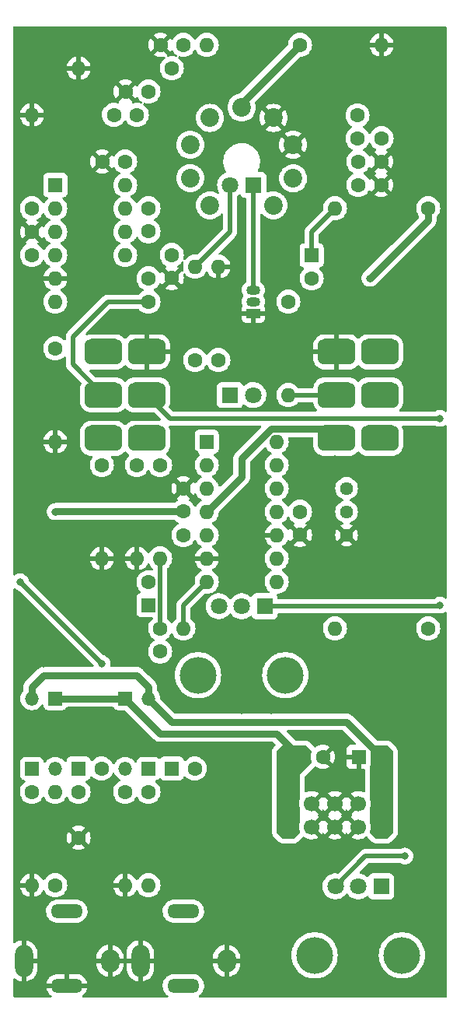
<source format=gbr>
%TF.GenerationSoftware,KiCad,Pcbnew,(6.0.5)*%
%TF.CreationDate,2023-02-15T13:44:48-05:00*%
%TF.ProjectId,valve_distortion,76616c76-655f-4646-9973-746f7274696f,rev?*%
%TF.SameCoordinates,Original*%
%TF.FileFunction,Copper,L2,Bot*%
%TF.FilePolarity,Positive*%
%FSLAX46Y46*%
G04 Gerber Fmt 4.6, Leading zero omitted, Abs format (unit mm)*
G04 Created by KiCad (PCBNEW (6.0.5)) date 2023-02-15 13:44:48*
%MOMM*%
%LPD*%
G01*
G04 APERTURE LIST*
G04 Aperture macros list*
%AMRoundRect*
0 Rectangle with rounded corners*
0 $1 Rounding radius*
0 $2 $3 $4 $5 $6 $7 $8 $9 X,Y pos of 4 corners*
0 Add a 4 corners polygon primitive as box body*
4,1,4,$2,$3,$4,$5,$6,$7,$8,$9,$2,$3,0*
0 Add four circle primitives for the rounded corners*
1,1,$1+$1,$2,$3*
1,1,$1+$1,$4,$5*
1,1,$1+$1,$6,$7*
1,1,$1+$1,$8,$9*
0 Add four rect primitives between the rounded corners*
20,1,$1+$1,$2,$3,$4,$5,0*
20,1,$1+$1,$4,$5,$6,$7,0*
20,1,$1+$1,$6,$7,$8,$9,0*
20,1,$1+$1,$8,$9,$2,$3,0*%
G04 Aperture macros list end*
%TA.AperFunction,ComponentPad*%
%ADD10R,1.600000X1.600000*%
%TD*%
%TA.AperFunction,ComponentPad*%
%ADD11O,1.600000X1.600000*%
%TD*%
%TA.AperFunction,ComponentPad*%
%ADD12C,1.600000*%
%TD*%
%TA.AperFunction,ComponentPad*%
%ADD13RoundRect,0.698500X-1.333500X-0.698500X1.333500X-0.698500X1.333500X0.698500X-1.333500X0.698500X0*%
%TD*%
%TA.AperFunction,ComponentPad*%
%ADD14O,4.000000X4.000000*%
%TD*%
%TA.AperFunction,ComponentPad*%
%ADD15R,1.800000X1.800000*%
%TD*%
%TA.AperFunction,ComponentPad*%
%ADD16C,1.800000*%
%TD*%
%TA.AperFunction,ComponentPad*%
%ADD17R,1.500000X1.500000*%
%TD*%
%TA.AperFunction,ComponentPad*%
%ADD18O,1.500000X1.500000*%
%TD*%
%TA.AperFunction,ComponentPad*%
%ADD19R,1.500000X1.050000*%
%TD*%
%TA.AperFunction,ComponentPad*%
%ADD20O,1.500000X1.050000*%
%TD*%
%TA.AperFunction,ComponentPad*%
%ADD21O,2.000000X3.500000*%
%TD*%
%TA.AperFunction,ComponentPad*%
%ADD22O,2.000000X2.500000*%
%TD*%
%TA.AperFunction,ComponentPad*%
%ADD23O,3.500000X1.500000*%
%TD*%
%TA.AperFunction,ComponentPad*%
%ADD24C,1.440000*%
%TD*%
%TA.AperFunction,ComponentPad*%
%ADD25RoundRect,0.250000X0.600000X-0.600000X0.600000X0.600000X-0.600000X0.600000X-0.600000X-0.600000X0*%
%TD*%
%TA.AperFunction,ComponentPad*%
%ADD26C,1.700000*%
%TD*%
%TA.AperFunction,ComponentPad*%
%ADD27C,2.030000*%
%TD*%
%TA.AperFunction,ViaPad*%
%ADD28C,0.800000*%
%TD*%
%TA.AperFunction,Conductor*%
%ADD29C,0.800000*%
%TD*%
%TA.AperFunction,Conductor*%
%ADD30C,0.500000*%
%TD*%
G04 APERTURE END LIST*
D10*
%TO.P,U1,1*%
%TO.N,/DIST_IN*%
X158270000Y-66630000D03*
D11*
%TO.P,U1,2,-*%
X158270000Y-69170000D03*
%TO.P,U1,3,+*%
%TO.N,/IN_BUF_IN*%
X158270000Y-71710000D03*
%TO.P,U1,4,V-*%
%TO.N,-12V*%
X158270000Y-74250000D03*
%TO.P,U1,5,+*%
%TO.N,/DIST_BUF_IN*%
X165890000Y-74250000D03*
%TO.P,U1,6,-*%
%TO.N,/DIST_BUF_FB*%
X165890000Y-71710000D03*
%TO.P,U1,7*%
%TO.N,/DIST_OUT*%
X165890000Y-69170000D03*
%TO.P,U1,8,V+*%
%TO.N,+12V*%
X165890000Y-66630000D03*
%TD*%
D12*
%TO.P,R16,1*%
%TO.N,/OUT_FILTER*%
X165880000Y-132660000D03*
D11*
%TO.P,R16,2*%
%TO.N,GND*%
X165880000Y-142820000D03*
%TD*%
D12*
%TO.P,R3,1*%
%TO.N,/IN_BUF_IN*%
X155720000Y-69160000D03*
D11*
%TO.P,R3,2*%
%TO.N,GND*%
X155720000Y-59000000D03*
%TD*%
D13*
%TO.P,SW2,1,A*%
%TO.N,GND*%
X188930500Y-84781000D03*
%TO.P,SW2,2,B*%
%TO.N,/ENABLE*%
X188930500Y-89480000D03*
%TO.P,SW2,3,C*%
%TO.N,+12V*%
X188930500Y-94179000D03*
%TO.P,SW2,4,A*%
%TO.N,/INPUT*%
X193629500Y-84781000D03*
%TO.P,SW2,5,B*%
%TO.N,/OUTPUT*%
X193629500Y-89480000D03*
%TO.P,SW2,6,C*%
%TO.N,/OUT_SW*%
X193629500Y-94179000D03*
%TD*%
D12*
%TO.P,C5,1*%
%TO.N,/A1*%
X172230000Y-51380000D03*
%TO.P,C5,2*%
%TO.N,GND*%
X169730000Y-51380000D03*
%TD*%
D14*
%TO.P,RV2,*%
%TO.N,*%
X196030000Y-150440000D03*
X186530000Y-150440000D03*
D15*
%TO.P,RV2,1,1*%
%TO.N,/VOL_OUT*%
X193780000Y-142940000D03*
D16*
%TO.P,RV2,2,2*%
%TO.N,/VOL_IN*%
X191280000Y-142940000D03*
%TO.P,RV2,3,3*%
%TO.N,/DIST_OUT*%
X188780000Y-142940000D03*
%TD*%
D12*
%TO.P,R19,1*%
%TO.N,/Q1_B*%
X183660000Y-79320000D03*
D11*
%TO.P,R19,2*%
%TO.N,/ENABLE*%
X183660000Y-89480000D03*
%TD*%
D17*
%TO.P,D2,1,K*%
%TO.N,+12V*%
X158260000Y-122495000D03*
D18*
%TO.P,D2,2,A*%
%TO.N,/IN_FILTER*%
X158260000Y-130115000D03*
%TD*%
D12*
%TO.P,R20,1*%
%TO.N,/LED_EN_K*%
X176040000Y-85670000D03*
D11*
%TO.P,R20,2*%
%TO.N,GND*%
X176040000Y-75510000D03*
%TD*%
D10*
%TO.P,C16,1*%
%TO.N,+12V*%
X184930000Y-128850000D03*
D12*
%TO.P,C16,2*%
%TO.N,GND*%
X187430000Y-128850000D03*
%TD*%
%TO.P,R13,1*%
%TO.N,/VOL_BUF_IN*%
X167150000Y-97100000D03*
D11*
%TO.P,R13,2*%
%TO.N,GND*%
X167150000Y-107260000D03*
%TD*%
D12*
%TO.P,C8,1*%
%TO.N,/G2*%
X191280000Y-64080000D03*
%TO.P,C8,2*%
%TO.N,GND*%
X193780000Y-64080000D03*
%TD*%
D19*
%TO.P,Q1,1,E*%
%TO.N,GND*%
X179850000Y-80590000D03*
D20*
%TO.P,Q1,2,B*%
%TO.N,/Q1_B*%
X179850000Y-79320000D03*
%TO.P,Q1,3,C*%
%TO.N,/SIG_LED_K*%
X179850000Y-78050000D03*
%TD*%
D10*
%TO.P,C10,1*%
%TO.N,/A2*%
X186200000Y-74280000D03*
D12*
%TO.P,C10,2*%
%TO.N,/DIST_BUF_IN*%
X186200000Y-76780000D03*
%TD*%
%TO.P,C17,1*%
%TO.N,GND*%
X155730000Y-71740000D03*
%TO.P,C17,2*%
%TO.N,-12V*%
X155730000Y-74240000D03*
%TD*%
%TO.P,R6,1*%
%TO.N,+12V*%
X184930000Y-51380000D03*
D11*
%TO.P,R6,2*%
%TO.N,/A1*%
X174770000Y-51380000D03*
%TD*%
D14*
%TO.P,RV1,*%
%TO.N,*%
X183330000Y-119960000D03*
X173830000Y-119960000D03*
D15*
%TO.P,RV1,1,1*%
%TO.N,/K1_VOLTAGE*%
X181080000Y-112460000D03*
D16*
%TO.P,RV1,2,2*%
X178580000Y-112460000D03*
%TO.P,RV1,3,3*%
%TO.N,/GAIN*%
X176080000Y-112460000D03*
%TD*%
D12*
%TO.P,R11,1*%
%TO.N,/BOOST_HIGH*%
X163340000Y-97100000D03*
D11*
%TO.P,R11,2*%
%TO.N,GND*%
X163340000Y-107260000D03*
%TD*%
D12*
%TO.P,R5,1*%
%TO.N,/K1*%
X198900000Y-114880000D03*
D11*
%TO.P,R5,2*%
%TO.N,/GAIN*%
X188740000Y-114880000D03*
%TD*%
D21*
%TO.P,J1,S*%
%TO.N,GND*%
X154830000Y-151040000D03*
D22*
X164230000Y-151040000D03*
D23*
%TO.P,J1,T*%
%TO.N,/INPUT*%
X159530000Y-145640000D03*
%TO.P,J1,TN*%
%TO.N,GND*%
X159530000Y-153740000D03*
%TD*%
D12*
%TO.P,R17,1*%
%TO.N,/OUT_FILTER*%
X168420000Y-132660000D03*
D11*
%TO.P,R17,2*%
%TO.N,/OUT_SW*%
X168420000Y-142820000D03*
%TD*%
D13*
%TO.P,SW1,1,A*%
%TO.N,/BOOST_LOW*%
X163530500Y-84781000D03*
%TO.P,SW1,2,B*%
%TO.N,/DIST_BUF_FB*%
X163530500Y-89480000D03*
%TO.P,SW1,3,C*%
%TO.N,/BOOST_HIGH*%
X163530500Y-94179000D03*
%TO.P,SW1,4,A*%
%TO.N,GND*%
X168229500Y-84781000D03*
%TO.P,SW1,5,B*%
%TO.N,/K1_VOLTAGE*%
X168229500Y-89480000D03*
%TO.P,SW1,6,C*%
%TO.N,-12V*%
X168229500Y-94179000D03*
%TD*%
D12*
%TO.P,R2,1*%
%TO.N,/IN_FILTER*%
X155720000Y-132660000D03*
D11*
%TO.P,R2,2*%
%TO.N,GND*%
X155720000Y-142820000D03*
%TD*%
D10*
%TO.P,C12,1*%
%TO.N,/VOL_IN*%
X168420000Y-112340000D03*
D12*
%TO.P,C12,2*%
%TO.N,/VOL_BUF_IN*%
X168420000Y-109840000D03*
%TD*%
%TO.P,C19,1*%
%TO.N,GND*%
X184930000Y-104680000D03*
%TO.P,C19,2*%
%TO.N,-12V*%
X184930000Y-102180000D03*
%TD*%
%TO.P,C7,1*%
%TO.N,/G2*%
X191200000Y-61540000D03*
%TO.P,C7,2*%
%TO.N,/A1*%
X191200000Y-59040000D03*
%TD*%
%TO.P,C3,1*%
%TO.N,/G1*%
X167150000Y-59000000D03*
%TO.P,C3,2*%
%TO.N,/DIST_IN*%
X164650000Y-59000000D03*
%TD*%
D22*
%TO.P,J2,S*%
%TO.N,GND*%
X176930000Y-151040000D03*
D21*
X167530000Y-151040000D03*
D23*
%TO.P,J2,T*%
%TO.N,/OUTPUT*%
X172230000Y-145640000D03*
%TO.P,J2,TN*%
%TO.N,unconnected-(J2-PadTN)*%
X172230000Y-153740000D03*
%TD*%
D12*
%TO.P,C9,1*%
%TO.N,/A2*%
X191280000Y-66620000D03*
%TO.P,C9,2*%
%TO.N,GND*%
X193780000Y-66620000D03*
%TD*%
%TO.P,C11,1*%
%TO.N,/DIST_OUT*%
X168430000Y-69160000D03*
%TO.P,C11,2*%
%TO.N,/DIST_BUF_FB*%
X168430000Y-71660000D03*
%TD*%
%TO.P,R12,1*%
%TO.N,/DIST_BUF_FB*%
X168430000Y-79320000D03*
D11*
%TO.P,R12,2*%
%TO.N,/DIST_OUT*%
X158270000Y-79320000D03*
%TD*%
D10*
%TO.P,C14,1*%
%TO.N,/OUT_FILTER*%
X170960000Y-130120000D03*
D12*
%TO.P,C14,2*%
%TO.N,/VOL_OUT*%
X173460000Y-130120000D03*
%TD*%
%TO.P,C18,1*%
%TO.N,+12V*%
X165880000Y-64080000D03*
%TO.P,C18,2*%
%TO.N,GND*%
X163380000Y-64080000D03*
%TD*%
%TO.P,R4,1*%
%TO.N,/G1*%
X170960000Y-53920000D03*
D11*
%TO.P,R4,2*%
%TO.N,GND*%
X160800000Y-53920000D03*
%TD*%
D12*
%TO.P,R10,1*%
%TO.N,/BOOST_LOW*%
X158260000Y-84400000D03*
D11*
%TO.P,R10,2*%
%TO.N,GND*%
X158260000Y-94560000D03*
%TD*%
D17*
%TO.P,D1,1,K*%
%TO.N,/IN_FILTER*%
X155720000Y-130120000D03*
D18*
%TO.P,D1,2,A*%
%TO.N,-12V*%
X155720000Y-122500000D03*
%TD*%
D10*
%TO.P,C2,1*%
%TO.N,/IN_FILTER*%
X160800000Y-130120000D03*
D12*
%TO.P,C2,2*%
%TO.N,/IN_BUF_IN*%
X163300000Y-130120000D03*
%TD*%
D10*
%TO.P,C15,1*%
%TO.N,GND*%
X191320000Y-128850000D03*
D12*
%TO.P,C15,2*%
%TO.N,-12V*%
X193820000Y-128850000D03*
%TD*%
D24*
%TO.P,RV3,1,1*%
%TO.N,GND*%
X190010000Y-104720000D03*
%TO.P,RV3,2,2*%
%TO.N,/LED_REF*%
X190010000Y-102180000D03*
%TO.P,RV3,3,3*%
%TO.N,+12V*%
X190010000Y-99640000D03*
%TD*%
D12*
%TO.P,R18,1*%
%TO.N,/SIG_COMP_OUT*%
X173500000Y-85670000D03*
D11*
%TO.P,R18,2*%
%TO.N,/SIG_LED_A*%
X173500000Y-75510000D03*
%TD*%
D12*
%TO.P,R14,1*%
%TO.N,/VOL_BUF_OUT*%
X169690000Y-97100000D03*
D11*
%TO.P,R14,2*%
%TO.N,/VOL_INV_IN*%
X169690000Y-107260000D03*
%TD*%
D25*
%TO.P,J3,1,Pin_1*%
%TO.N,-12V*%
X193820000Y-136470000D03*
D26*
%TO.P,J3,2,Pin_2*%
X193820000Y-133930000D03*
%TO.P,J3,3,Pin_3*%
%TO.N,GND*%
X191280000Y-136470000D03*
%TO.P,J3,4,Pin_4*%
X191280000Y-133930000D03*
%TO.P,J3,5,Pin_5*%
X188740000Y-136470000D03*
%TO.P,J3,6,Pin_6*%
X188740000Y-133930000D03*
%TO.P,J3,7,Pin_7*%
X186200000Y-136470000D03*
%TO.P,J3,8,Pin_8*%
X186200000Y-133930000D03*
%TO.P,J3,9,Pin_9*%
%TO.N,+12V*%
X183660000Y-136470000D03*
%TO.P,J3,10,Pin_10*%
X183660000Y-133930000D03*
%TD*%
D12*
%TO.P,C13,1*%
%TO.N,/VOL_OUT*%
X169690000Y-117380000D03*
%TO.P,C13,2*%
%TO.N,/VOL_INV_IN*%
X169690000Y-114880000D03*
%TD*%
D17*
%TO.P,D3,1,K*%
%TO.N,/OUT_FILTER*%
X168420000Y-130120000D03*
D18*
%TO.P,D3,2,A*%
%TO.N,-12V*%
X168420000Y-122500000D03*
%TD*%
D27*
%TO.P,U2,1,A*%
%TO.N,/A2*%
X182030000Y-68830000D03*
%TO.P,U2,2,G*%
%TO.N,/G2*%
X184180000Y-65900000D03*
%TO.P,U2,3,K*%
%TO.N,GND*%
X184180000Y-62250000D03*
%TO.P,U2,4,F1*%
X182030000Y-59320000D03*
%TO.P,U2,5,F1*%
%TO.N,+12V*%
X178580000Y-58180000D03*
%TO.P,U2,6,A*%
%TO.N,/A1*%
X175120000Y-59320000D03*
%TO.P,U2,7,G*%
%TO.N,/G1*%
X172970000Y-62250000D03*
%TO.P,U2,8,K*%
%TO.N,/K1*%
X172970000Y-65860000D03*
%TO.P,U2,9,F2*%
%TO.N,unconnected-(U2-Pad9)*%
X175120000Y-68830000D03*
%TD*%
D15*
%TO.P,D5,1,K*%
%TO.N,/SIG_LED_K*%
X179850000Y-66620000D03*
D16*
%TO.P,D5,2,A*%
%TO.N,/SIG_LED_A*%
X177310000Y-66620000D03*
%TD*%
D12*
%TO.P,R7,1*%
%TO.N,/G2*%
X193820000Y-61540000D03*
D11*
%TO.P,R7,2*%
%TO.N,GND*%
X193820000Y-51380000D03*
%TD*%
D12*
%TO.P,C4,1*%
%TO.N,/G1*%
X168420000Y-56460000D03*
%TO.P,C4,2*%
%TO.N,GND*%
X165920000Y-56460000D03*
%TD*%
%TO.P,C6,1*%
%TO.N,/K1*%
X170960000Y-74240000D03*
%TO.P,C6,2*%
%TO.N,GND*%
X170960000Y-76740000D03*
%TD*%
%TO.P,R1,1*%
%TO.N,/INPUT*%
X158260000Y-142820000D03*
D11*
%TO.P,R1,2*%
%TO.N,/IN_FILTER*%
X158260000Y-132660000D03*
%TD*%
D12*
%TO.P,C1,1*%
%TO.N,/IN_FILTER*%
X160800000Y-132660000D03*
%TO.P,C1,2*%
%TO.N,GND*%
X160800000Y-137660000D03*
%TD*%
%TO.P,R15,1*%
%TO.N,/VOL_INV_IN*%
X172230000Y-104720000D03*
D11*
%TO.P,R15,2*%
%TO.N,/VOL_OUT*%
X172230000Y-114880000D03*
%TD*%
D15*
%TO.P,D6,1,K*%
%TO.N,/LED_EN_K*%
X177310000Y-89480000D03*
D16*
%TO.P,D6,2,A*%
%TO.N,/ENABLE*%
X179850000Y-89480000D03*
%TD*%
D12*
%TO.P,R9,1*%
%TO.N,/DIST_BUF_IN*%
X168430000Y-76780000D03*
D11*
%TO.P,R9,2*%
%TO.N,GND*%
X158270000Y-76780000D03*
%TD*%
D10*
%TO.P,U3,1*%
%TO.N,/VOL_BUF_OUT*%
X174770000Y-94560000D03*
D11*
%TO.P,U3,2,-*%
X174770000Y-97100000D03*
%TO.P,U3,3,+*%
%TO.N,/VOL_BUF_IN*%
X174770000Y-99640000D03*
%TO.P,U3,4,V+*%
%TO.N,+12V*%
X174770000Y-102180000D03*
%TO.P,U3,5,+*%
%TO.N,/VOL_INV_IN*%
X174770000Y-104720000D03*
%TO.P,U3,6,-*%
%TO.N,GND*%
X174770000Y-107260000D03*
%TO.P,U3,7*%
%TO.N,/VOL_OUT*%
X174770000Y-109800000D03*
%TO.P,U3,8*%
%TO.N,/U2D_FB*%
X182390000Y-109800000D03*
%TO.P,U3,9,-*%
X182390000Y-107260000D03*
%TO.P,U3,10,+*%
%TO.N,GND*%
X182390000Y-104720000D03*
%TO.P,U3,11,V-*%
%TO.N,-12V*%
X182390000Y-102180000D03*
%TO.P,U3,12,+*%
%TO.N,/DIST_OUT*%
X182390000Y-99640000D03*
%TO.P,U3,13,-*%
%TO.N,/LED_REF*%
X182390000Y-97100000D03*
%TO.P,U3,14*%
%TO.N,/SIG_COMP_OUT*%
X182390000Y-94560000D03*
%TD*%
D17*
%TO.P,D4,1,K*%
%TO.N,+12V*%
X165880000Y-122500000D03*
D18*
%TO.P,D4,2,A*%
%TO.N,/OUT_FILTER*%
X165880000Y-130120000D03*
%TD*%
D12*
%TO.P,C20,1*%
%TO.N,+12V*%
X172230000Y-102140000D03*
%TO.P,C20,2*%
%TO.N,GND*%
X172230000Y-99640000D03*
%TD*%
%TO.P,R8,1*%
%TO.N,+12V*%
X198900000Y-69160000D03*
D11*
%TO.P,R8,2*%
%TO.N,/A2*%
X188740000Y-69160000D03*
%TD*%
D28*
%TO.N,GND*%
X188740000Y-123135000D03*
X172230000Y-70430000D03*
X195090000Y-111070000D03*
X184930000Y-126310000D03*
X200170000Y-80590000D03*
X174770000Y-76780000D03*
X168420000Y-82368000D03*
X165880000Y-86940000D03*
X176040000Y-103450000D03*
X163340000Y-116785000D03*
X191280000Y-86940000D03*
X176040000Y-64715000D03*
X183660000Y-50110000D03*
X168166000Y-91766000D03*
X170960000Y-135835000D03*
X157625000Y-98370000D03*
X160292000Y-65604000D03*
X163340000Y-73732000D03*
X154450000Y-127580000D03*
X181120000Y-149170000D03*
X200170000Y-59000000D03*
X169690000Y-105355000D03*
X173500000Y-95830000D03*
X176040000Y-50110000D03*
X177945000Y-84400000D03*
X184295000Y-74875000D03*
X188740000Y-96465000D03*
X173500000Y-108530000D03*
X196360000Y-75510000D03*
X158895000Y-62810000D03*
X159784000Y-75764000D03*
X176040000Y-70430000D03*
X183025000Y-55190000D03*
X168420000Y-53920000D03*
X161435000Y-127580000D03*
X162070000Y-50110000D03*
X167150000Y-139010000D03*
X173500000Y-83130000D03*
X156990000Y-110435000D03*
X179215000Y-100910000D03*
X160800000Y-68652000D03*
X188740000Y-59000000D03*
X181120000Y-95830000D03*
X169055000Y-154250000D03*
X176675000Y-57095000D03*
X197630000Y-86940000D03*
X170960000Y-119325000D03*
X177945000Y-139010000D03*
X184930000Y-154250000D03*
X176675000Y-95830000D03*
X169055000Y-59000000D03*
X158768000Y-81352000D03*
X189375000Y-126945000D03*
X156990000Y-114245000D03*
X154450000Y-141550000D03*
X154450000Y-50110000D03*
X159530000Y-103450000D03*
X173500000Y-105990000D03*
X188105000Y-98370000D03*
X154450000Y-135200000D03*
X177945000Y-79320000D03*
X188740000Y-78050000D03*
%TO.N,+12V*%
X158260000Y-102180000D03*
%TO.N,GND*%
X188740000Y-50110000D03*
X173500000Y-53285000D03*
%TO.N,+12V*%
X192550000Y-76780000D03*
%TO.N,GND*%
X158260000Y-50110000D03*
X186835000Y-86940000D03*
X184295000Y-94560000D03*
X171595000Y-93290000D03*
X177945000Y-72970000D03*
X176040000Y-54555000D03*
X177945000Y-118055000D03*
X184930000Y-81860000D03*
X189375000Y-65985000D03*
X179850000Y-50110000D03*
X169055000Y-145995000D03*
X168420000Y-118690000D03*
X161435000Y-100275000D03*
X160165000Y-112975000D03*
X193820000Y-78050000D03*
X174135000Y-123135000D03*
X170325000Y-56460000D03*
X160800000Y-79828000D03*
X174135000Y-115515000D03*
X181120000Y-75510000D03*
X177945000Y-52650000D03*
X173500000Y-100910000D03*
X170452000Y-86940000D03*
X180485000Y-85670000D03*
X154450000Y-119325000D03*
X187470000Y-62810000D03*
X165245000Y-118055000D03*
X181755000Y-123770000D03*
X178580000Y-87575000D03*
X170960000Y-50110000D03*
X170960000Y-139645000D03*
X174770000Y-132025000D03*
X197630000Y-81860000D03*
X181755000Y-88210000D03*
X200170000Y-90115000D03*
X200170000Y-66620000D03*
X192550000Y-50110000D03*
X179850000Y-106625000D03*
X187470000Y-118690000D03*
X180485000Y-152980000D03*
X181120000Y-130120000D03*
X176675000Y-97735000D03*
X156990000Y-118690000D03*
X189375000Y-81860000D03*
X156990000Y-100910000D03*
X181120000Y-52650000D03*
X177310000Y-108530000D03*
X181120000Y-103450000D03*
X195090000Y-97100000D03*
X167150000Y-100275000D03*
X169690000Y-99640000D03*
X179215000Y-127580000D03*
X200170000Y-154250000D03*
X189375000Y-72970000D03*
X162705000Y-145995000D03*
X196360000Y-50110000D03*
X156990000Y-90750000D03*
X167150000Y-104085000D03*
X162832000Y-82368000D03*
X186835000Y-52650000D03*
X174135000Y-72970000D03*
X195090000Y-126310000D03*
X178580000Y-61540000D03*
X156355000Y-154250000D03*
X180485000Y-109800000D03*
X163340000Y-132025000D03*
X154450000Y-146630000D03*
X191915000Y-97100000D03*
X167150000Y-72970000D03*
X171595000Y-90750000D03*
X162705000Y-154250000D03*
X195090000Y-154250000D03*
X185565000Y-55190000D03*
X170960000Y-62175000D03*
X160292000Y-90496000D03*
X172865000Y-58365000D03*
X160292000Y-71700000D03*
X185565000Y-67890000D03*
X154450000Y-111705000D03*
%TO.N,/K1_VOLTAGE*%
X200170000Y-112340000D03*
%TO.N,GND*%
X160800000Y-60905000D03*
X193820000Y-80590000D03*
X177310000Y-106625000D03*
X200170000Y-50110000D03*
%TO.N,/IN_BUF_IN*%
X163340000Y-118690000D03*
%TO.N,GND*%
X167785000Y-62175000D03*
X200170000Y-149170000D03*
X164356000Y-68144000D03*
X200170000Y-74240000D03*
%TO.N,/IN_BUF_IN*%
X154450000Y-109800000D03*
%TO.N,GND*%
X174770000Y-127580000D03*
X170325000Y-79955000D03*
X160800000Y-118055000D03*
X191280000Y-55190000D03*
X170325000Y-65985000D03*
X170960000Y-111070000D03*
X165880000Y-50110000D03*
X174135000Y-112340000D03*
X200170000Y-53920000D03*
X178580000Y-123770000D03*
X175405000Y-154250000D03*
%TO.N,/K1_VOLTAGE*%
X200170000Y-92020000D03*
%TO.N,GND*%
X156355000Y-67255000D03*
X164610000Y-60905000D03*
X181755000Y-90750000D03*
X160165000Y-124405000D03*
X200170000Y-145360000D03*
X174770000Y-140280000D03*
X185565000Y-138375000D03*
X193820000Y-121865000D03*
X195090000Y-114880000D03*
X186835000Y-142820000D03*
X183660000Y-103450000D03*
X181120000Y-135835000D03*
X183025000Y-142185000D03*
X164610000Y-127580000D03*
X192550000Y-140915000D03*
X192550000Y-118055000D03*
X198265000Y-147900000D03*
X177310000Y-142820000D03*
X190010000Y-139010000D03*
X164610000Y-124405000D03*
X185565000Y-113610000D03*
X181120000Y-116785000D03*
X160800000Y-108530000D03*
X183025000Y-113610000D03*
%TO.N,/DIST_OUT*%
X196360000Y-139645000D03*
%TO.N,GND*%
X191915000Y-107895000D03*
X191915000Y-101545000D03*
X177945000Y-133295000D03*
X195725000Y-141550000D03*
X189375000Y-149170000D03*
X171595000Y-127580000D03*
X162705000Y-140915000D03*
X188740000Y-111070000D03*
X172230000Y-149170000D03*
X172230000Y-133295000D03*
X193185000Y-149170000D03*
X183660000Y-111070000D03*
X195090000Y-103450000D03*
%TD*%
D29*
%TO.N,+12V*%
X184930000Y-51380000D02*
X178580000Y-57730000D01*
X198900000Y-70430000D02*
X198900000Y-69160000D01*
X178580000Y-96390791D02*
X178580000Y-98370000D01*
X181810302Y-93160489D02*
X178580000Y-96390791D01*
X165875000Y-122495000D02*
X165880000Y-122500000D01*
X158300000Y-102140000D02*
X158260000Y-102180000D01*
X192550000Y-76780000D02*
X198900000Y-70430000D01*
%TO.N,-12V*%
X167150000Y-119960000D02*
X156990000Y-119960000D01*
X168420000Y-121230000D02*
X167150000Y-119960000D01*
X168420000Y-122500000D02*
X168420000Y-121230000D01*
X156990000Y-119960000D02*
X155720000Y-121230000D01*
%TO.N,+12V*%
X188930500Y-94179000D02*
X187911989Y-93160489D01*
X187911989Y-93160489D02*
X181810302Y-93160489D01*
X178580000Y-57730000D02*
X178580000Y-58180000D01*
X184930000Y-128850000D02*
X182390000Y-126310000D01*
%TO.N,-12V*%
X190010000Y-125040000D02*
X193820000Y-128850000D01*
%TO.N,+12V*%
X178580000Y-98370000D02*
X174770000Y-102180000D01*
X158260000Y-122495000D02*
X165875000Y-122495000D01*
%TO.N,-12V*%
X155720000Y-121230000D02*
X155720000Y-122500000D01*
%TO.N,+12V*%
X172230000Y-102140000D02*
X158300000Y-102140000D01*
D30*
%TO.N,/DIST_BUF_FB*%
X168430000Y-79320000D02*
X163975000Y-79320000D01*
%TO.N,/A2*%
X186200000Y-74280000D02*
X186200000Y-71700000D01*
%TO.N,/DIST_BUF_FB*%
X163975000Y-79320000D02*
X160165000Y-83130000D01*
X160165000Y-83130000D02*
X160165000Y-86114500D01*
%TO.N,/IN_BUF_IN*%
X163340000Y-118690000D02*
X154450000Y-109800000D01*
%TO.N,/A2*%
X186200000Y-71700000D02*
X188740000Y-69160000D01*
%TO.N,/DIST_BUF_FB*%
X160165000Y-86114500D02*
X163530500Y-89480000D01*
%TO.N,/K1_VOLTAGE*%
X168229500Y-89480000D02*
X170769500Y-92020000D01*
X200050000Y-112460000D02*
X200170000Y-112340000D01*
%TO.N,/SIG_LED_A*%
X173500000Y-75510000D02*
X177310000Y-71700000D01*
%TO.N,/VOL_INV_IN*%
X169690000Y-107260000D02*
X169690000Y-114880000D01*
%TO.N,/VOL_OUT*%
X172230000Y-114880000D02*
X172230000Y-112340000D01*
%TO.N,/K1_VOLTAGE*%
X170769500Y-92020000D02*
X200170000Y-92020000D01*
X181080000Y-112460000D02*
X200050000Y-112460000D01*
%TO.N,/ENABLE*%
X183660000Y-89480000D02*
X188930500Y-89480000D01*
%TO.N,/VOL_OUT*%
X172230000Y-112340000D02*
X174770000Y-109800000D01*
%TO.N,/SIG_LED_A*%
X177310000Y-71700000D02*
X177310000Y-66620000D01*
%TO.N,/SIG_LED_K*%
X179850000Y-66620000D02*
X179850000Y-78050000D01*
D29*
%TO.N,-12V*%
X168420000Y-122500000D02*
X170960000Y-125040000D01*
X170960000Y-125040000D02*
X190010000Y-125040000D01*
%TO.N,+12V*%
X182390000Y-126310000D02*
X169690000Y-126310000D01*
X169690000Y-126310000D02*
X165880000Y-122500000D01*
D30*
%TO.N,/DIST_OUT*%
X192075000Y-139645000D02*
X196360000Y-139645000D01*
X188780000Y-142940000D02*
X192075000Y-139645000D01*
%TD*%
%TA.AperFunction,Conductor*%
%TO.N,-12V*%
G36*
X194470931Y-127600002D02*
G01*
X194491905Y-127616905D01*
X195053095Y-128178095D01*
X195087121Y-128240407D01*
X195090000Y-128267190D01*
X195090000Y-137052810D01*
X195069998Y-137120931D01*
X195053095Y-137141905D01*
X194491905Y-137703095D01*
X194429593Y-137737121D01*
X194402810Y-137740000D01*
X193237190Y-137740000D01*
X193169069Y-137719998D01*
X193148095Y-137703095D01*
X192586905Y-137141905D01*
X192552879Y-137079593D01*
X192550000Y-137052810D01*
X192550000Y-136982069D01*
X192555442Y-136945440D01*
X192610865Y-136763023D01*
X192610865Y-136763021D01*
X192612370Y-136758069D01*
X192641529Y-136536590D01*
X192643156Y-136470000D01*
X192624852Y-136247361D01*
X192570431Y-136030702D01*
X192560450Y-136007747D01*
X192550000Y-135957505D01*
X192550000Y-134442069D01*
X192555442Y-134405440D01*
X192610865Y-134223023D01*
X192610865Y-134223021D01*
X192612370Y-134218069D01*
X192641529Y-133996590D01*
X192643156Y-133930000D01*
X192624852Y-133707361D01*
X192570431Y-133490702D01*
X192560450Y-133467747D01*
X192550000Y-133417505D01*
X192550000Y-129963944D01*
X192565432Y-129903621D01*
X192570615Y-129896705D01*
X192621745Y-129760316D01*
X192628500Y-129698134D01*
X192628500Y-128188690D01*
X192648502Y-128120569D01*
X192665405Y-128099595D01*
X193148095Y-127616905D01*
X193210407Y-127582879D01*
X193237190Y-127580000D01*
X194402810Y-127580000D01*
X194470931Y-127600002D01*
G37*
%TD.AperFunction*%
%TD*%
%TA.AperFunction,Conductor*%
%TO.N,GND*%
G36*
X200873621Y-49368502D02*
G01*
X200920114Y-49422158D01*
X200931500Y-49474500D01*
X200931500Y-91203006D01*
X200911498Y-91271127D01*
X200857842Y-91317620D01*
X200787568Y-91327724D01*
X200731439Y-91304942D01*
X200632094Y-91232763D01*
X200632093Y-91232762D01*
X200626752Y-91228882D01*
X200620724Y-91226198D01*
X200620722Y-91226197D01*
X200458319Y-91153891D01*
X200458318Y-91153891D01*
X200452288Y-91151206D01*
X200358888Y-91131353D01*
X200271944Y-91112872D01*
X200271939Y-91112872D01*
X200265487Y-91111500D01*
X200074513Y-91111500D01*
X200068061Y-91112872D01*
X200068056Y-91112872D01*
X199981112Y-91131353D01*
X199887712Y-91151206D01*
X199881682Y-91153891D01*
X199881681Y-91153891D01*
X199719278Y-91226197D01*
X199719276Y-91226198D01*
X199713248Y-91228882D01*
X199707909Y-91232761D01*
X199707902Y-91232765D01*
X199701472Y-91237437D01*
X199627413Y-91261500D01*
X195891260Y-91261500D01*
X195823139Y-91241498D01*
X195776646Y-91187842D01*
X195766542Y-91117568D01*
X195796036Y-91052988D01*
X195802165Y-91046405D01*
X195892711Y-90955859D01*
X195910890Y-90929704D01*
X196012475Y-90783542D01*
X196012476Y-90783540D01*
X196015676Y-90778936D01*
X196105367Y-90583034D01*
X196158950Y-90374344D01*
X196168372Y-90258502D01*
X196169793Y-90241037D01*
X196169793Y-90241025D01*
X196170000Y-90238486D01*
X196170000Y-88721514D01*
X196169388Y-88713981D01*
X196161242Y-88613838D01*
X196158950Y-88585656D01*
X196105367Y-88376966D01*
X196015676Y-88181064D01*
X196011808Y-88175499D01*
X195895914Y-88008749D01*
X195895912Y-88008747D01*
X195892711Y-88004141D01*
X195740359Y-87851789D01*
X195735753Y-87848588D01*
X195735751Y-87848586D01*
X195568042Y-87732025D01*
X195568040Y-87732024D01*
X195563436Y-87728824D01*
X195442282Y-87673356D01*
X195372639Y-87641470D01*
X195372637Y-87641469D01*
X195367534Y-87639133D01*
X195158844Y-87585550D01*
X195096824Y-87580506D01*
X195025537Y-87574707D01*
X195025525Y-87574707D01*
X195022986Y-87574500D01*
X192236014Y-87574500D01*
X192233475Y-87574707D01*
X192233463Y-87574707D01*
X192162176Y-87580506D01*
X192100156Y-87585550D01*
X191891466Y-87639133D01*
X191886363Y-87641469D01*
X191886361Y-87641470D01*
X191816718Y-87673356D01*
X191695564Y-87728824D01*
X191690960Y-87732024D01*
X191690958Y-87732025D01*
X191523249Y-87848586D01*
X191523247Y-87848588D01*
X191518641Y-87851789D01*
X191369095Y-88001335D01*
X191306783Y-88035361D01*
X191235968Y-88030296D01*
X191190905Y-88001335D01*
X191041359Y-87851789D01*
X191036753Y-87848588D01*
X191036751Y-87848586D01*
X190869042Y-87732025D01*
X190869040Y-87732024D01*
X190864436Y-87728824D01*
X190743282Y-87673356D01*
X190673639Y-87641470D01*
X190673637Y-87641469D01*
X190668534Y-87639133D01*
X190459844Y-87585550D01*
X190397824Y-87580506D01*
X190326537Y-87574707D01*
X190326525Y-87574707D01*
X190323986Y-87574500D01*
X187537014Y-87574500D01*
X187534475Y-87574707D01*
X187534463Y-87574707D01*
X187463176Y-87580506D01*
X187401156Y-87585550D01*
X187192466Y-87639133D01*
X187187363Y-87641469D01*
X187187361Y-87641470D01*
X187117718Y-87673356D01*
X186996564Y-87728824D01*
X186991960Y-87732024D01*
X186991958Y-87732025D01*
X186824249Y-87848586D01*
X186824247Y-87848588D01*
X186819641Y-87851789D01*
X186667289Y-88004141D01*
X186664088Y-88008747D01*
X186664086Y-88008749D01*
X186548192Y-88175499D01*
X186544324Y-88181064D01*
X186454633Y-88376966D01*
X186453236Y-88382407D01*
X186429770Y-88473802D01*
X186401050Y-88585656D01*
X186400615Y-88591008D01*
X186399418Y-88605718D01*
X186373958Y-88671992D01*
X186316709Y-88713981D01*
X186273833Y-88721500D01*
X184791867Y-88721500D01*
X184723746Y-88701498D01*
X184688655Y-88667772D01*
X184666198Y-88635700D01*
X184504300Y-88473802D01*
X184499792Y-88470645D01*
X184499789Y-88470643D01*
X184396889Y-88398592D01*
X184316749Y-88342477D01*
X184311767Y-88340154D01*
X184311762Y-88340151D01*
X184114225Y-88248039D01*
X184114224Y-88248039D01*
X184109243Y-88245716D01*
X184103935Y-88244294D01*
X184103933Y-88244293D01*
X183893402Y-88187881D01*
X183893400Y-88187881D01*
X183888087Y-88186457D01*
X183660000Y-88166502D01*
X183431913Y-88186457D01*
X183426600Y-88187881D01*
X183426598Y-88187881D01*
X183216067Y-88244293D01*
X183216065Y-88244294D01*
X183210757Y-88245716D01*
X183205776Y-88248039D01*
X183205775Y-88248039D01*
X183008238Y-88340151D01*
X183008233Y-88340154D01*
X183003251Y-88342477D01*
X182923111Y-88398592D01*
X182820211Y-88470643D01*
X182820208Y-88470645D01*
X182815700Y-88473802D01*
X182653802Y-88635700D01*
X182522477Y-88823251D01*
X182520154Y-88828233D01*
X182520151Y-88828238D01*
X182430827Y-89019797D01*
X182425716Y-89030757D01*
X182366457Y-89251913D01*
X182346502Y-89480000D01*
X182366457Y-89708087D01*
X182425716Y-89929243D01*
X182428039Y-89934224D01*
X182428039Y-89934225D01*
X182520151Y-90131762D01*
X182520154Y-90131767D01*
X182522477Y-90136749D01*
X182653802Y-90324300D01*
X182815700Y-90486198D01*
X182820208Y-90489355D01*
X182820211Y-90489357D01*
X182832148Y-90497715D01*
X183003251Y-90617523D01*
X183008233Y-90619846D01*
X183008238Y-90619849D01*
X183205775Y-90711961D01*
X183210757Y-90714284D01*
X183216065Y-90715706D01*
X183216067Y-90715707D01*
X183426598Y-90772119D01*
X183426600Y-90772119D01*
X183431913Y-90773543D01*
X183660000Y-90793498D01*
X183888087Y-90773543D01*
X183893400Y-90772119D01*
X183893402Y-90772119D01*
X184103933Y-90715707D01*
X184103935Y-90715706D01*
X184109243Y-90714284D01*
X184114225Y-90711961D01*
X184311762Y-90619849D01*
X184311767Y-90619846D01*
X184316749Y-90617523D01*
X184487852Y-90497715D01*
X184499789Y-90489357D01*
X184499792Y-90489355D01*
X184504300Y-90486198D01*
X184666198Y-90324300D01*
X184688655Y-90292229D01*
X184744110Y-90247901D01*
X184791867Y-90238500D01*
X186273833Y-90238500D01*
X186341954Y-90258502D01*
X186388447Y-90312158D01*
X186399418Y-90354282D01*
X186401050Y-90374344D01*
X186402386Y-90379546D01*
X186402386Y-90379548D01*
X186430581Y-90489357D01*
X186454633Y-90583034D01*
X186544324Y-90778936D01*
X186547524Y-90783540D01*
X186547525Y-90783542D01*
X186649111Y-90929704D01*
X186667289Y-90955859D01*
X186757835Y-91046405D01*
X186791861Y-91108717D01*
X186786796Y-91179532D01*
X186744249Y-91236368D01*
X186677729Y-91261179D01*
X186668740Y-91261500D01*
X171135871Y-91261500D01*
X171067750Y-91241498D01*
X171046776Y-91224595D01*
X170673027Y-90850846D01*
X170639001Y-90788534D01*
X170644066Y-90717719D01*
X170647558Y-90709300D01*
X170703030Y-90588139D01*
X170703031Y-90588137D01*
X170705367Y-90583034D01*
X170745139Y-90428134D01*
X175901500Y-90428134D01*
X175908255Y-90490316D01*
X175959385Y-90626705D01*
X176046739Y-90743261D01*
X176163295Y-90830615D01*
X176299684Y-90881745D01*
X176361866Y-90888500D01*
X178258134Y-90888500D01*
X178320316Y-90881745D01*
X178456705Y-90830615D01*
X178573261Y-90743261D01*
X178660615Y-90626705D01*
X178685180Y-90561178D01*
X178727822Y-90504414D01*
X178794383Y-90479714D01*
X178863732Y-90494921D01*
X178883647Y-90508464D01*
X179015942Y-90618297D01*
X179039349Y-90637730D01*
X179239322Y-90754584D01*
X179455694Y-90837209D01*
X179460760Y-90838240D01*
X179460761Y-90838240D01*
X179513846Y-90849040D01*
X179682656Y-90883385D01*
X179812089Y-90888131D01*
X179908949Y-90891683D01*
X179908953Y-90891683D01*
X179914113Y-90891872D01*
X179919233Y-90891216D01*
X179919235Y-90891216D01*
X179993166Y-90881745D01*
X180143847Y-90862442D01*
X180148795Y-90860957D01*
X180148802Y-90860956D01*
X180360747Y-90797369D01*
X180365690Y-90795886D01*
X180370565Y-90793498D01*
X180569049Y-90696262D01*
X180569052Y-90696260D01*
X180573684Y-90693991D01*
X180762243Y-90559494D01*
X180926303Y-90396005D01*
X181061458Y-90207917D01*
X181164078Y-90000280D01*
X181231408Y-89778671D01*
X181261640Y-89549041D01*
X181263327Y-89480000D01*
X181257032Y-89403434D01*
X181244773Y-89254318D01*
X181244772Y-89254312D01*
X181244349Y-89249167D01*
X181190822Y-89036067D01*
X181189184Y-89029544D01*
X181189183Y-89029540D01*
X181187925Y-89024533D01*
X181095570Y-88812131D01*
X180969764Y-88617665D01*
X180813887Y-88446358D01*
X180809836Y-88443159D01*
X180809832Y-88443155D01*
X180636177Y-88306011D01*
X180636172Y-88306008D01*
X180632123Y-88302810D01*
X180627607Y-88300317D01*
X180627604Y-88300315D01*
X180433879Y-88193373D01*
X180433875Y-88193371D01*
X180429355Y-88190876D01*
X180424486Y-88189152D01*
X180424482Y-88189150D01*
X180215903Y-88115288D01*
X180215899Y-88115287D01*
X180211028Y-88113562D01*
X180205935Y-88112655D01*
X180205932Y-88112654D01*
X179988095Y-88073851D01*
X179988089Y-88073850D01*
X179983006Y-88072945D01*
X179910096Y-88072054D01*
X179756581Y-88070179D01*
X179756579Y-88070179D01*
X179751411Y-88070116D01*
X179522464Y-88105150D01*
X179302314Y-88177106D01*
X179297726Y-88179494D01*
X179297722Y-88179496D01*
X179101461Y-88281663D01*
X179096872Y-88284052D01*
X179092739Y-88287155D01*
X179092736Y-88287157D01*
X178944319Y-88398592D01*
X178911655Y-88423117D01*
X178894170Y-88441414D01*
X178832646Y-88476844D01*
X178761733Y-88473387D01*
X178703947Y-88432141D01*
X178685094Y-88398592D01*
X178663768Y-88341705D01*
X178663767Y-88341703D01*
X178660615Y-88333295D01*
X178573261Y-88216739D01*
X178456705Y-88129385D01*
X178320316Y-88078255D01*
X178258134Y-88071500D01*
X176361866Y-88071500D01*
X176299684Y-88078255D01*
X176163295Y-88129385D01*
X176046739Y-88216739D01*
X175959385Y-88333295D01*
X175908255Y-88469684D01*
X175901500Y-88531866D01*
X175901500Y-90428134D01*
X170745139Y-90428134D01*
X170758950Y-90374344D01*
X170768372Y-90258502D01*
X170769793Y-90241037D01*
X170769793Y-90241025D01*
X170770000Y-90238486D01*
X170770000Y-88721514D01*
X170769388Y-88713981D01*
X170761242Y-88613838D01*
X170758950Y-88585656D01*
X170705367Y-88376966D01*
X170615676Y-88181064D01*
X170611808Y-88175499D01*
X170495914Y-88008749D01*
X170495912Y-88008747D01*
X170492711Y-88004141D01*
X170340359Y-87851789D01*
X170335753Y-87848588D01*
X170335751Y-87848586D01*
X170168042Y-87732025D01*
X170168040Y-87732024D01*
X170163436Y-87728824D01*
X170042282Y-87673356D01*
X169972639Y-87641470D01*
X169972637Y-87641469D01*
X169967534Y-87639133D01*
X169758844Y-87585550D01*
X169696824Y-87580506D01*
X169625537Y-87574707D01*
X169625525Y-87574707D01*
X169622986Y-87574500D01*
X166836014Y-87574500D01*
X166833475Y-87574707D01*
X166833463Y-87574707D01*
X166762176Y-87580506D01*
X166700156Y-87585550D01*
X166491466Y-87639133D01*
X166486363Y-87641469D01*
X166486361Y-87641470D01*
X166416718Y-87673356D01*
X166295564Y-87728824D01*
X166290960Y-87732024D01*
X166290958Y-87732025D01*
X166123249Y-87848586D01*
X166123247Y-87848588D01*
X166118641Y-87851789D01*
X165969095Y-88001335D01*
X165906783Y-88035361D01*
X165835968Y-88030296D01*
X165790905Y-88001335D01*
X165641359Y-87851789D01*
X165636753Y-87848588D01*
X165636751Y-87848586D01*
X165469042Y-87732025D01*
X165469040Y-87732024D01*
X165464436Y-87728824D01*
X165343282Y-87673356D01*
X165273639Y-87641470D01*
X165273637Y-87641469D01*
X165268534Y-87639133D01*
X165059844Y-87585550D01*
X164997824Y-87580506D01*
X164926537Y-87574707D01*
X164926525Y-87574707D01*
X164923986Y-87574500D01*
X162749871Y-87574500D01*
X162681750Y-87554498D01*
X162660776Y-87537595D01*
X162023180Y-86899999D01*
X161989154Y-86837687D01*
X161994219Y-86766872D01*
X162036766Y-86710036D01*
X162103286Y-86685225D01*
X162122481Y-86685318D01*
X162137014Y-86686500D01*
X164923986Y-86686500D01*
X164926525Y-86686293D01*
X164926537Y-86686293D01*
X164997824Y-86680494D01*
X165059844Y-86675450D01*
X165268534Y-86621867D01*
X165273637Y-86619531D01*
X165273639Y-86619530D01*
X165355995Y-86581824D01*
X165464436Y-86532176D01*
X165484549Y-86518197D01*
X165636751Y-86412414D01*
X165636753Y-86412412D01*
X165641359Y-86409211D01*
X165791190Y-86259380D01*
X165853502Y-86225354D01*
X165924317Y-86230419D01*
X165969303Y-86259302D01*
X166117935Y-86407675D01*
X166126793Y-86415029D01*
X166300104Y-86533919D01*
X166310166Y-86539543D01*
X166502241Y-86624859D01*
X166513142Y-86628549D01*
X166718183Y-86677586D01*
X166728303Y-86679148D01*
X166821640Y-86685839D01*
X166826153Y-86686000D01*
X167957385Y-86686000D01*
X167972624Y-86681525D01*
X167973829Y-86680135D01*
X167975500Y-86672452D01*
X167975500Y-86667885D01*
X168483500Y-86667885D01*
X168487975Y-86683124D01*
X168489365Y-86684329D01*
X168497048Y-86686000D01*
X169632808Y-86686000D01*
X169637407Y-86685832D01*
X169732776Y-86678854D01*
X169742918Y-86677272D01*
X169947860Y-86627880D01*
X169958758Y-86624170D01*
X170150691Y-86538515D01*
X170160733Y-86532879D01*
X170333843Y-86413681D01*
X170342681Y-86406318D01*
X170491175Y-86257565D01*
X170498529Y-86248707D01*
X170617419Y-86075396D01*
X170623043Y-86065334D01*
X170708359Y-85873259D01*
X170712049Y-85862358D01*
X170758053Y-85670000D01*
X172186502Y-85670000D01*
X172206457Y-85898087D01*
X172207881Y-85903400D01*
X172207881Y-85903402D01*
X172259259Y-86095144D01*
X172265716Y-86119243D01*
X172268039Y-86124224D01*
X172268039Y-86124225D01*
X172360151Y-86321762D01*
X172360154Y-86321767D01*
X172362477Y-86326749D01*
X172493802Y-86514300D01*
X172655700Y-86676198D01*
X172660208Y-86679355D01*
X172660211Y-86679357D01*
X172738389Y-86734098D01*
X172843251Y-86807523D01*
X172848233Y-86809846D01*
X172848238Y-86809849D01*
X173045775Y-86901961D01*
X173050757Y-86904284D01*
X173056065Y-86905706D01*
X173056067Y-86905707D01*
X173266598Y-86962119D01*
X173266600Y-86962119D01*
X173271913Y-86963543D01*
X173500000Y-86983498D01*
X173728087Y-86963543D01*
X173733400Y-86962119D01*
X173733402Y-86962119D01*
X173943933Y-86905707D01*
X173943935Y-86905706D01*
X173949243Y-86904284D01*
X173954225Y-86901961D01*
X174151762Y-86809849D01*
X174151767Y-86809846D01*
X174156749Y-86807523D01*
X174261611Y-86734098D01*
X174339789Y-86679357D01*
X174339792Y-86679355D01*
X174344300Y-86676198D01*
X174506198Y-86514300D01*
X174637523Y-86326749D01*
X174639846Y-86321767D01*
X174639849Y-86321762D01*
X174655805Y-86287543D01*
X174702722Y-86234258D01*
X174770999Y-86214797D01*
X174838959Y-86235339D01*
X174884195Y-86287543D01*
X174900151Y-86321762D01*
X174900154Y-86321767D01*
X174902477Y-86326749D01*
X175033802Y-86514300D01*
X175195700Y-86676198D01*
X175200208Y-86679355D01*
X175200211Y-86679357D01*
X175278389Y-86734098D01*
X175383251Y-86807523D01*
X175388233Y-86809846D01*
X175388238Y-86809849D01*
X175585775Y-86901961D01*
X175590757Y-86904284D01*
X175596065Y-86905706D01*
X175596067Y-86905707D01*
X175806598Y-86962119D01*
X175806600Y-86962119D01*
X175811913Y-86963543D01*
X176040000Y-86983498D01*
X176268087Y-86963543D01*
X176273400Y-86962119D01*
X176273402Y-86962119D01*
X176483933Y-86905707D01*
X176483935Y-86905706D01*
X176489243Y-86904284D01*
X176494225Y-86901961D01*
X176691762Y-86809849D01*
X176691767Y-86809846D01*
X176696749Y-86807523D01*
X176801611Y-86734098D01*
X176879789Y-86679357D01*
X176879792Y-86679355D01*
X176884300Y-86676198D01*
X177046198Y-86514300D01*
X177177523Y-86326749D01*
X177179846Y-86321767D01*
X177179849Y-86321762D01*
X177271961Y-86124225D01*
X177271961Y-86124224D01*
X177274284Y-86119243D01*
X177280742Y-86095144D01*
X177332119Y-85903402D01*
X177332119Y-85903400D01*
X177333543Y-85898087D01*
X177353498Y-85670000D01*
X177342939Y-85549308D01*
X186390500Y-85549308D01*
X186390668Y-85553907D01*
X186397646Y-85649276D01*
X186399228Y-85659418D01*
X186448620Y-85864360D01*
X186452330Y-85875258D01*
X186537985Y-86067191D01*
X186543621Y-86077233D01*
X186662819Y-86250343D01*
X186670182Y-86259181D01*
X186818935Y-86407675D01*
X186827793Y-86415029D01*
X187001104Y-86533919D01*
X187011166Y-86539543D01*
X187203241Y-86624859D01*
X187214142Y-86628549D01*
X187419183Y-86677586D01*
X187429303Y-86679148D01*
X187522640Y-86685839D01*
X187527153Y-86686000D01*
X188658385Y-86686000D01*
X188673624Y-86681525D01*
X188674829Y-86680135D01*
X188676500Y-86672452D01*
X188676500Y-86667885D01*
X189184500Y-86667885D01*
X189188975Y-86683124D01*
X189190365Y-86684329D01*
X189198048Y-86686000D01*
X190333808Y-86686000D01*
X190338407Y-86685832D01*
X190433776Y-86678854D01*
X190443918Y-86677272D01*
X190648860Y-86627880D01*
X190659758Y-86624170D01*
X190851691Y-86538515D01*
X190861733Y-86532879D01*
X191034843Y-86413681D01*
X191043681Y-86406318D01*
X191190414Y-86259329D01*
X191252697Y-86225250D01*
X191323517Y-86230253D01*
X191368682Y-86259252D01*
X191518641Y-86409211D01*
X191523247Y-86412412D01*
X191523249Y-86412414D01*
X191675451Y-86518197D01*
X191695564Y-86532176D01*
X191804005Y-86581824D01*
X191886361Y-86619530D01*
X191886363Y-86619531D01*
X191891466Y-86621867D01*
X192100156Y-86675450D01*
X192162176Y-86680494D01*
X192233463Y-86686293D01*
X192233475Y-86686293D01*
X192236014Y-86686500D01*
X195022986Y-86686500D01*
X195025525Y-86686293D01*
X195025537Y-86686293D01*
X195096824Y-86680494D01*
X195158844Y-86675450D01*
X195367534Y-86621867D01*
X195372637Y-86619531D01*
X195372639Y-86619530D01*
X195454995Y-86581824D01*
X195563436Y-86532176D01*
X195583549Y-86518197D01*
X195735751Y-86412414D01*
X195735753Y-86412412D01*
X195740359Y-86409211D01*
X195892711Y-86256859D01*
X195911088Y-86230419D01*
X196012475Y-86084542D01*
X196012476Y-86084540D01*
X196015676Y-86079936D01*
X196105367Y-85884034D01*
X196158950Y-85675344D01*
X196169198Y-85549347D01*
X196169793Y-85542037D01*
X196169793Y-85542025D01*
X196170000Y-85539486D01*
X196170000Y-84022514D01*
X196169202Y-84012692D01*
X196159385Y-83892009D01*
X196158950Y-83886656D01*
X196105367Y-83677966D01*
X196015676Y-83482064D01*
X195911203Y-83331747D01*
X195895914Y-83309749D01*
X195895912Y-83309747D01*
X195892711Y-83305141D01*
X195740359Y-83152789D01*
X195735753Y-83149588D01*
X195735751Y-83149586D01*
X195568042Y-83033025D01*
X195568040Y-83033024D01*
X195563436Y-83029824D01*
X195403894Y-82956780D01*
X195372639Y-82942470D01*
X195372637Y-82942469D01*
X195367534Y-82940133D01*
X195158844Y-82886550D01*
X195096824Y-82881506D01*
X195025537Y-82875707D01*
X195025525Y-82875707D01*
X195022986Y-82875500D01*
X192236014Y-82875500D01*
X192233475Y-82875707D01*
X192233463Y-82875707D01*
X192162176Y-82881506D01*
X192100156Y-82886550D01*
X191891466Y-82940133D01*
X191886363Y-82942469D01*
X191886361Y-82942470D01*
X191855106Y-82956780D01*
X191695564Y-83029824D01*
X191690960Y-83033024D01*
X191690958Y-83033025D01*
X191523249Y-83149586D01*
X191523247Y-83149588D01*
X191518641Y-83152789D01*
X191368810Y-83302620D01*
X191306498Y-83336646D01*
X191235683Y-83331581D01*
X191190697Y-83302698D01*
X191042065Y-83154325D01*
X191033207Y-83146971D01*
X190859896Y-83028081D01*
X190849834Y-83022457D01*
X190657759Y-82937141D01*
X190646858Y-82933451D01*
X190441817Y-82884414D01*
X190431697Y-82882852D01*
X190338360Y-82876161D01*
X190333847Y-82876000D01*
X189202615Y-82876000D01*
X189187376Y-82880475D01*
X189186171Y-82881865D01*
X189184500Y-82889548D01*
X189184500Y-86667885D01*
X188676500Y-86667885D01*
X188676500Y-85053115D01*
X188672025Y-85037876D01*
X188670635Y-85036671D01*
X188662952Y-85035000D01*
X186408615Y-85035000D01*
X186393376Y-85039475D01*
X186392171Y-85040865D01*
X186390500Y-85048548D01*
X186390500Y-85549308D01*
X177342939Y-85549308D01*
X177333543Y-85441913D01*
X177324820Y-85409357D01*
X177275707Y-85226067D01*
X177275706Y-85226065D01*
X177274284Y-85220757D01*
X177220148Y-85104661D01*
X177179849Y-85018238D01*
X177179846Y-85018233D01*
X177177523Y-85013251D01*
X177104098Y-84908389D01*
X177049357Y-84830211D01*
X177049355Y-84830208D01*
X177046198Y-84825700D01*
X176884300Y-84663802D01*
X176879792Y-84660645D01*
X176879789Y-84660643D01*
X176801611Y-84605902D01*
X176696749Y-84532477D01*
X176691767Y-84530154D01*
X176691762Y-84530151D01*
X176646156Y-84508885D01*
X186390500Y-84508885D01*
X186394975Y-84524124D01*
X186396365Y-84525329D01*
X186404048Y-84527000D01*
X188658385Y-84527000D01*
X188673624Y-84522525D01*
X188674829Y-84521135D01*
X188676500Y-84513452D01*
X188676500Y-82894115D01*
X188672025Y-82878876D01*
X188670635Y-82877671D01*
X188662952Y-82876000D01*
X187527192Y-82876000D01*
X187522593Y-82876168D01*
X187427224Y-82883146D01*
X187417082Y-82884728D01*
X187212140Y-82934120D01*
X187201242Y-82937830D01*
X187009309Y-83023485D01*
X186999267Y-83029121D01*
X186826157Y-83148319D01*
X186817319Y-83155682D01*
X186668825Y-83304435D01*
X186661471Y-83313293D01*
X186542581Y-83486604D01*
X186536957Y-83496666D01*
X186451641Y-83688741D01*
X186447951Y-83699642D01*
X186398914Y-83904683D01*
X186397352Y-83914803D01*
X186390661Y-84008140D01*
X186390500Y-84012653D01*
X186390500Y-84508885D01*
X176646156Y-84508885D01*
X176494225Y-84438039D01*
X176494224Y-84438039D01*
X176489243Y-84435716D01*
X176483935Y-84434294D01*
X176483933Y-84434293D01*
X176273402Y-84377881D01*
X176273400Y-84377881D01*
X176268087Y-84376457D01*
X176040000Y-84356502D01*
X175811913Y-84376457D01*
X175806600Y-84377881D01*
X175806598Y-84377881D01*
X175596067Y-84434293D01*
X175596065Y-84434294D01*
X175590757Y-84435716D01*
X175585776Y-84438039D01*
X175585775Y-84438039D01*
X175388238Y-84530151D01*
X175388233Y-84530154D01*
X175383251Y-84532477D01*
X175278389Y-84605902D01*
X175200211Y-84660643D01*
X175200208Y-84660645D01*
X175195700Y-84663802D01*
X175033802Y-84825700D01*
X175030645Y-84830208D01*
X175030643Y-84830211D01*
X174975902Y-84908389D01*
X174902477Y-85013251D01*
X174900154Y-85018233D01*
X174900151Y-85018238D01*
X174884195Y-85052457D01*
X174837278Y-85105742D01*
X174769001Y-85125203D01*
X174701041Y-85104661D01*
X174655805Y-85052457D01*
X174639849Y-85018238D01*
X174639846Y-85018233D01*
X174637523Y-85013251D01*
X174564098Y-84908389D01*
X174509357Y-84830211D01*
X174509355Y-84830208D01*
X174506198Y-84825700D01*
X174344300Y-84663802D01*
X174339792Y-84660645D01*
X174339789Y-84660643D01*
X174261611Y-84605902D01*
X174156749Y-84532477D01*
X174151767Y-84530154D01*
X174151762Y-84530151D01*
X173954225Y-84438039D01*
X173954224Y-84438039D01*
X173949243Y-84435716D01*
X173943935Y-84434294D01*
X173943933Y-84434293D01*
X173733402Y-84377881D01*
X173733400Y-84377881D01*
X173728087Y-84376457D01*
X173500000Y-84356502D01*
X173271913Y-84376457D01*
X173266600Y-84377881D01*
X173266598Y-84377881D01*
X173056067Y-84434293D01*
X173056065Y-84434294D01*
X173050757Y-84435716D01*
X173045776Y-84438039D01*
X173045775Y-84438039D01*
X172848238Y-84530151D01*
X172848233Y-84530154D01*
X172843251Y-84532477D01*
X172738389Y-84605902D01*
X172660211Y-84660643D01*
X172660208Y-84660645D01*
X172655700Y-84663802D01*
X172493802Y-84825700D01*
X172490645Y-84830208D01*
X172490643Y-84830211D01*
X172435902Y-84908389D01*
X172362477Y-85013251D01*
X172360154Y-85018233D01*
X172360151Y-85018238D01*
X172319852Y-85104661D01*
X172265716Y-85220757D01*
X172264294Y-85226065D01*
X172264293Y-85226067D01*
X172215180Y-85409357D01*
X172206457Y-85441913D01*
X172186502Y-85670000D01*
X170758053Y-85670000D01*
X170761086Y-85657317D01*
X170762648Y-85647197D01*
X170769339Y-85553860D01*
X170769500Y-85549347D01*
X170769500Y-85053115D01*
X170765025Y-85037876D01*
X170763635Y-85036671D01*
X170755952Y-85035000D01*
X168501615Y-85035000D01*
X168486376Y-85039475D01*
X168485171Y-85040865D01*
X168483500Y-85048548D01*
X168483500Y-86667885D01*
X167975500Y-86667885D01*
X167975500Y-84508885D01*
X168483500Y-84508885D01*
X168487975Y-84524124D01*
X168489365Y-84525329D01*
X168497048Y-84527000D01*
X170751385Y-84527000D01*
X170766624Y-84522525D01*
X170767829Y-84521135D01*
X170769500Y-84513452D01*
X170769500Y-84012692D01*
X170769332Y-84008093D01*
X170762354Y-83912724D01*
X170760772Y-83902582D01*
X170711380Y-83697640D01*
X170707670Y-83686742D01*
X170622015Y-83494809D01*
X170616379Y-83484767D01*
X170497181Y-83311657D01*
X170489818Y-83302819D01*
X170341065Y-83154325D01*
X170332207Y-83146971D01*
X170158896Y-83028081D01*
X170148834Y-83022457D01*
X169956759Y-82937141D01*
X169945858Y-82933451D01*
X169740817Y-82884414D01*
X169730697Y-82882852D01*
X169637360Y-82876161D01*
X169632847Y-82876000D01*
X168501615Y-82876000D01*
X168486376Y-82880475D01*
X168485171Y-82881865D01*
X168483500Y-82889548D01*
X168483500Y-84508885D01*
X167975500Y-84508885D01*
X167975500Y-82894115D01*
X167971025Y-82878876D01*
X167969635Y-82877671D01*
X167961952Y-82876000D01*
X166826192Y-82876000D01*
X166821593Y-82876168D01*
X166726224Y-82883146D01*
X166716082Y-82884728D01*
X166511140Y-82934120D01*
X166500242Y-82937830D01*
X166308309Y-83023485D01*
X166298267Y-83029121D01*
X166125157Y-83148319D01*
X166116319Y-83155682D01*
X165969586Y-83302671D01*
X165907303Y-83336750D01*
X165836483Y-83331747D01*
X165791318Y-83302748D01*
X165641359Y-83152789D01*
X165636753Y-83149588D01*
X165636751Y-83149586D01*
X165469042Y-83033025D01*
X165469040Y-83033024D01*
X165464436Y-83029824D01*
X165304894Y-82956780D01*
X165273639Y-82942470D01*
X165273637Y-82942469D01*
X165268534Y-82940133D01*
X165059844Y-82886550D01*
X164997824Y-82881506D01*
X164926537Y-82875707D01*
X164926525Y-82875707D01*
X164923986Y-82875500D01*
X162137014Y-82875500D01*
X162134475Y-82875707D01*
X162134463Y-82875707D01*
X162063176Y-82881506D01*
X162001156Y-82886550D01*
X161792466Y-82940133D01*
X161756105Y-82956780D01*
X161685842Y-82966951D01*
X161621233Y-82937519D01*
X161582793Y-82877830D01*
X161582725Y-82806833D01*
X161614560Y-82753121D01*
X163208012Y-81159669D01*
X178592001Y-81159669D01*
X178592371Y-81166490D01*
X178597895Y-81217352D01*
X178601521Y-81232604D01*
X178646676Y-81353054D01*
X178655214Y-81368649D01*
X178731715Y-81470724D01*
X178744276Y-81483285D01*
X178846351Y-81559786D01*
X178861946Y-81568324D01*
X178982394Y-81613478D01*
X178997649Y-81617105D01*
X179048514Y-81622631D01*
X179055328Y-81623000D01*
X179577885Y-81623000D01*
X179593124Y-81618525D01*
X179594329Y-81617135D01*
X179596000Y-81609452D01*
X179596000Y-81604884D01*
X180104000Y-81604884D01*
X180108475Y-81620123D01*
X180109865Y-81621328D01*
X180117548Y-81622999D01*
X180644669Y-81622999D01*
X180651490Y-81622629D01*
X180702352Y-81617105D01*
X180717604Y-81613479D01*
X180838054Y-81568324D01*
X180853649Y-81559786D01*
X180955724Y-81483285D01*
X180968285Y-81470724D01*
X181044786Y-81368649D01*
X181053324Y-81353054D01*
X181098478Y-81232606D01*
X181102105Y-81217351D01*
X181107631Y-81166486D01*
X181108000Y-81159672D01*
X181108000Y-80862115D01*
X181103525Y-80846876D01*
X181102135Y-80845671D01*
X181094452Y-80844000D01*
X180122115Y-80844000D01*
X180106876Y-80848475D01*
X180105671Y-80849865D01*
X180104000Y-80857548D01*
X180104000Y-81604884D01*
X179596000Y-81604884D01*
X179596000Y-80862115D01*
X179591525Y-80846876D01*
X179590135Y-80845671D01*
X179582452Y-80844000D01*
X178610116Y-80844000D01*
X178594877Y-80848475D01*
X178593672Y-80849865D01*
X178592001Y-80857548D01*
X178592001Y-81159669D01*
X163208012Y-81159669D01*
X164252276Y-80115405D01*
X164314588Y-80081379D01*
X164341371Y-80078500D01*
X167298133Y-80078500D01*
X167366254Y-80098502D01*
X167401345Y-80132228D01*
X167423802Y-80164300D01*
X167585700Y-80326198D01*
X167590208Y-80329355D01*
X167590211Y-80329357D01*
X167624130Y-80353107D01*
X167773251Y-80457523D01*
X167778233Y-80459846D01*
X167778238Y-80459849D01*
X167975775Y-80551961D01*
X167980757Y-80554284D01*
X167986065Y-80555706D01*
X167986067Y-80555707D01*
X168196598Y-80612119D01*
X168196600Y-80612119D01*
X168201913Y-80613543D01*
X168430000Y-80633498D01*
X168658087Y-80613543D01*
X168663400Y-80612119D01*
X168663402Y-80612119D01*
X168873933Y-80555707D01*
X168873935Y-80555706D01*
X168879243Y-80554284D01*
X168884225Y-80551961D01*
X169081762Y-80459849D01*
X169081767Y-80459846D01*
X169086749Y-80457523D01*
X169235870Y-80353107D01*
X169269789Y-80329357D01*
X169269792Y-80329355D01*
X169274300Y-80326198D01*
X169436198Y-80164300D01*
X169567523Y-79976749D01*
X169569846Y-79971767D01*
X169569849Y-79971762D01*
X169661961Y-79774225D01*
X169661961Y-79774224D01*
X169664284Y-79769243D01*
X169671537Y-79742177D01*
X169722119Y-79553402D01*
X169722119Y-79553400D01*
X169723543Y-79548087D01*
X169743498Y-79320000D01*
X169723543Y-79091913D01*
X169682002Y-78936880D01*
X169665707Y-78876067D01*
X169665706Y-78876065D01*
X169664284Y-78870757D01*
X169627372Y-78791598D01*
X169569849Y-78668238D01*
X169569846Y-78668233D01*
X169567523Y-78663251D01*
X169436198Y-78475700D01*
X169274300Y-78313802D01*
X169269792Y-78310645D01*
X169269789Y-78310643D01*
X169166696Y-78238457D01*
X169086749Y-78182477D01*
X169081767Y-78180154D01*
X169081762Y-78180151D01*
X169047543Y-78164195D01*
X168994258Y-78117278D01*
X168974797Y-78049001D01*
X168995339Y-77981041D01*
X169047543Y-77935805D01*
X169081762Y-77919849D01*
X169081767Y-77919846D01*
X169086749Y-77917523D01*
X169216012Y-77827012D01*
X169217369Y-77826062D01*
X170238493Y-77826062D01*
X170247789Y-77838077D01*
X170298994Y-77873931D01*
X170308489Y-77879414D01*
X170505947Y-77971490D01*
X170516239Y-77975236D01*
X170726688Y-78031625D01*
X170737481Y-78033528D01*
X170954525Y-78052517D01*
X170965475Y-78052517D01*
X171182519Y-78033528D01*
X171193312Y-78031625D01*
X171403761Y-77975236D01*
X171414053Y-77971490D01*
X171611511Y-77879414D01*
X171621006Y-77873931D01*
X171673048Y-77837491D01*
X171681424Y-77827012D01*
X171674356Y-77813566D01*
X170972812Y-77112022D01*
X170958868Y-77104408D01*
X170957035Y-77104539D01*
X170950420Y-77108790D01*
X170244923Y-77814287D01*
X170238493Y-77826062D01*
X169217369Y-77826062D01*
X169269789Y-77789357D01*
X169269792Y-77789355D01*
X169274300Y-77786198D01*
X169436198Y-77624300D01*
X169439468Y-77619631D01*
X169523889Y-77499065D01*
X169567523Y-77436749D01*
X169569846Y-77431767D01*
X169569849Y-77431762D01*
X169590407Y-77387674D01*
X169637324Y-77334389D01*
X169705601Y-77314928D01*
X169773561Y-77335470D01*
X169818795Y-77387671D01*
X169820582Y-77391504D01*
X169826069Y-77401006D01*
X169862509Y-77453048D01*
X169872988Y-77461424D01*
X169886434Y-77454356D01*
X170587978Y-76752812D01*
X170595592Y-76738868D01*
X170595461Y-76737035D01*
X170591210Y-76730420D01*
X169885713Y-76024923D01*
X169873938Y-76018493D01*
X169861923Y-76027789D01*
X169826069Y-76078994D01*
X169820586Y-76088489D01*
X169800145Y-76132326D01*
X169753228Y-76185611D01*
X169684950Y-76205072D01*
X169616991Y-76184530D01*
X169571756Y-76132329D01*
X169571755Y-76132326D01*
X169567523Y-76123251D01*
X169451545Y-75957618D01*
X169439357Y-75940211D01*
X169439355Y-75940208D01*
X169436198Y-75935700D01*
X169274300Y-75773802D01*
X169269792Y-75770645D01*
X169269789Y-75770643D01*
X169119933Y-75665713D01*
X169086749Y-75642477D01*
X169081767Y-75640154D01*
X169081762Y-75640151D01*
X168884225Y-75548039D01*
X168884224Y-75548039D01*
X168879243Y-75545716D01*
X168873935Y-75544294D01*
X168873933Y-75544293D01*
X168663402Y-75487881D01*
X168663400Y-75487881D01*
X168658087Y-75486457D01*
X168430000Y-75466502D01*
X168201913Y-75486457D01*
X168196600Y-75487881D01*
X168196598Y-75487881D01*
X167986067Y-75544293D01*
X167986065Y-75544294D01*
X167980757Y-75545716D01*
X167975776Y-75548039D01*
X167975775Y-75548039D01*
X167778238Y-75640151D01*
X167778233Y-75640154D01*
X167773251Y-75642477D01*
X167740067Y-75665713D01*
X167590211Y-75770643D01*
X167590208Y-75770645D01*
X167585700Y-75773802D01*
X167423802Y-75935700D01*
X167420645Y-75940208D01*
X167420643Y-75940211D01*
X167408455Y-75957618D01*
X167292477Y-76123251D01*
X167290154Y-76128233D01*
X167290151Y-76128238D01*
X167218232Y-76282470D01*
X167195716Y-76330757D01*
X167194294Y-76336065D01*
X167194293Y-76336067D01*
X167145180Y-76519357D01*
X167136457Y-76551913D01*
X167116502Y-76780000D01*
X167136457Y-77008087D01*
X167137881Y-77013400D01*
X167137881Y-77013402D01*
X167186037Y-77193119D01*
X167195716Y-77229243D01*
X167198039Y-77234224D01*
X167198039Y-77234225D01*
X167290151Y-77431762D01*
X167290154Y-77431767D01*
X167292477Y-77436749D01*
X167336111Y-77499065D01*
X167420533Y-77619631D01*
X167423802Y-77624300D01*
X167585700Y-77786198D01*
X167590208Y-77789355D01*
X167590211Y-77789357D01*
X167643988Y-77827012D01*
X167773251Y-77917523D01*
X167778233Y-77919846D01*
X167778238Y-77919849D01*
X167812457Y-77935805D01*
X167865742Y-77982722D01*
X167885203Y-78050999D01*
X167864661Y-78118959D01*
X167812457Y-78164195D01*
X167778238Y-78180151D01*
X167778233Y-78180154D01*
X167773251Y-78182477D01*
X167693304Y-78238457D01*
X167590211Y-78310643D01*
X167590208Y-78310645D01*
X167585700Y-78313802D01*
X167423802Y-78475700D01*
X167401345Y-78507771D01*
X167345890Y-78552099D01*
X167298133Y-78561500D01*
X164042070Y-78561500D01*
X164023120Y-78560067D01*
X164008885Y-78557901D01*
X164008881Y-78557901D01*
X164001651Y-78556801D01*
X163994359Y-78557394D01*
X163994356Y-78557394D01*
X163948982Y-78561085D01*
X163938767Y-78561500D01*
X163930707Y-78561500D01*
X163927073Y-78561924D01*
X163927067Y-78561924D01*
X163914042Y-78563443D01*
X163902480Y-78564791D01*
X163898132Y-78565221D01*
X163876059Y-78567016D01*
X163832662Y-78570546D01*
X163832659Y-78570547D01*
X163825364Y-78571140D01*
X163818400Y-78573396D01*
X163812461Y-78574583D01*
X163806590Y-78575970D01*
X163799319Y-78576818D01*
X163792443Y-78579314D01*
X163792434Y-78579316D01*
X163730702Y-78601725D01*
X163726598Y-78603135D01*
X163657101Y-78625648D01*
X163650846Y-78629444D01*
X163645387Y-78631943D01*
X163639939Y-78634671D01*
X163633063Y-78637167D01*
X163572010Y-78677195D01*
X163568337Y-78679513D01*
X163558373Y-78685559D01*
X163510686Y-78714496D01*
X163510682Y-78714499D01*
X163505893Y-78717405D01*
X163501694Y-78721114D01*
X163501689Y-78721117D01*
X163497516Y-78724803D01*
X163497492Y-78724776D01*
X163494500Y-78727429D01*
X163491267Y-78730132D01*
X163485148Y-78734144D01*
X163431872Y-78790383D01*
X163429494Y-78792825D01*
X159676089Y-82546230D01*
X159661677Y-82558616D01*
X159650082Y-82567149D01*
X159650077Y-82567154D01*
X159644182Y-82571492D01*
X159639443Y-82577070D01*
X159639440Y-82577073D01*
X159609965Y-82611768D01*
X159603035Y-82619284D01*
X159597340Y-82624979D01*
X159595060Y-82627861D01*
X159579719Y-82647251D01*
X159576928Y-82650655D01*
X159534409Y-82700703D01*
X159529667Y-82706285D01*
X159526339Y-82712801D01*
X159522972Y-82717850D01*
X159519805Y-82722979D01*
X159515266Y-82728716D01*
X159484345Y-82794875D01*
X159482442Y-82798769D01*
X159449231Y-82863808D01*
X159447492Y-82870916D01*
X159445393Y-82876559D01*
X159443476Y-82882322D01*
X159440378Y-82888950D01*
X159438888Y-82896112D01*
X159438888Y-82896113D01*
X159425514Y-82960412D01*
X159424544Y-82964696D01*
X159407192Y-83035610D01*
X159406500Y-83046764D01*
X159406464Y-83046762D01*
X159406225Y-83050755D01*
X159405851Y-83054947D01*
X159404360Y-83062115D01*
X159404558Y-83069432D01*
X159406454Y-83139521D01*
X159406500Y-83142928D01*
X159406500Y-83391812D01*
X159386498Y-83459933D01*
X159332842Y-83506426D01*
X159262568Y-83516530D01*
X159197988Y-83487036D01*
X159191405Y-83480907D01*
X159104300Y-83393802D01*
X159099792Y-83390645D01*
X159099789Y-83390643D01*
X159021611Y-83335902D01*
X158916749Y-83262477D01*
X158911767Y-83260154D01*
X158911762Y-83260151D01*
X158714225Y-83168039D01*
X158714224Y-83168039D01*
X158709243Y-83165716D01*
X158703935Y-83164294D01*
X158703933Y-83164293D01*
X158493402Y-83107881D01*
X158493400Y-83107881D01*
X158488087Y-83106457D01*
X158260000Y-83086502D01*
X158031913Y-83106457D01*
X158026600Y-83107881D01*
X158026598Y-83107881D01*
X157816067Y-83164293D01*
X157816065Y-83164294D01*
X157810757Y-83165716D01*
X157805776Y-83168039D01*
X157805775Y-83168039D01*
X157608238Y-83260151D01*
X157608233Y-83260154D01*
X157603251Y-83262477D01*
X157498389Y-83335902D01*
X157420211Y-83390643D01*
X157420208Y-83390645D01*
X157415700Y-83393802D01*
X157253802Y-83555700D01*
X157122477Y-83743251D01*
X157120154Y-83748233D01*
X157120151Y-83748238D01*
X157028039Y-83945775D01*
X157025716Y-83950757D01*
X157024294Y-83956065D01*
X157024293Y-83956067D01*
X157005804Y-84025069D01*
X156966457Y-84171913D01*
X156946502Y-84400000D01*
X156966457Y-84628087D01*
X156967881Y-84633400D01*
X156967881Y-84633402D01*
X157019408Y-84825700D01*
X157025716Y-84849243D01*
X157028039Y-84854224D01*
X157028039Y-84854225D01*
X157120151Y-85051762D01*
X157120154Y-85051767D01*
X157122477Y-85056749D01*
X157170409Y-85125203D01*
X157233829Y-85215775D01*
X157253802Y-85244300D01*
X157415700Y-85406198D01*
X157420208Y-85409355D01*
X157420211Y-85409357D01*
X157466706Y-85441913D01*
X157603251Y-85537523D01*
X157608233Y-85539846D01*
X157608238Y-85539849D01*
X157805775Y-85631961D01*
X157810757Y-85634284D01*
X157816065Y-85635706D01*
X157816067Y-85635707D01*
X158026598Y-85692119D01*
X158026600Y-85692119D01*
X158031913Y-85693543D01*
X158260000Y-85713498D01*
X158488087Y-85693543D01*
X158493400Y-85692119D01*
X158493402Y-85692119D01*
X158703933Y-85635707D01*
X158703935Y-85635706D01*
X158709243Y-85634284D01*
X158714225Y-85631961D01*
X158911762Y-85539849D01*
X158911767Y-85539846D01*
X158916749Y-85537523D01*
X159053294Y-85441913D01*
X159099789Y-85409357D01*
X159099792Y-85409355D01*
X159104300Y-85406198D01*
X159191405Y-85319093D01*
X159253717Y-85285067D01*
X159324532Y-85290132D01*
X159381368Y-85332679D01*
X159406179Y-85399199D01*
X159406500Y-85408188D01*
X159406500Y-86047430D01*
X159405067Y-86066380D01*
X159403005Y-86079936D01*
X159401801Y-86087849D01*
X159402394Y-86095141D01*
X159402394Y-86095144D01*
X159406085Y-86140518D01*
X159406500Y-86150733D01*
X159406500Y-86158793D01*
X159406925Y-86162437D01*
X159409789Y-86187007D01*
X159410222Y-86191382D01*
X159413798Y-86235339D01*
X159416140Y-86264137D01*
X159418396Y-86271101D01*
X159419587Y-86277060D01*
X159420971Y-86282915D01*
X159421818Y-86290181D01*
X159446735Y-86358827D01*
X159448152Y-86362955D01*
X159464175Y-86412414D01*
X159470649Y-86432399D01*
X159474445Y-86438654D01*
X159476951Y-86444128D01*
X159479670Y-86449558D01*
X159482167Y-86456437D01*
X159486180Y-86462557D01*
X159486180Y-86462558D01*
X159522186Y-86517476D01*
X159524523Y-86521180D01*
X159562405Y-86583607D01*
X159566121Y-86587815D01*
X159566122Y-86587816D01*
X159569803Y-86591984D01*
X159569776Y-86592008D01*
X159572429Y-86595000D01*
X159575132Y-86598233D01*
X159579144Y-86604352D01*
X159584456Y-86609384D01*
X159635383Y-86657628D01*
X159637825Y-86660006D01*
X161086973Y-88109154D01*
X161120999Y-88171466D01*
X161115934Y-88242281D01*
X161112442Y-88250700D01*
X161070778Y-88341703D01*
X161054633Y-88376966D01*
X161001050Y-88585656D01*
X160998758Y-88613838D01*
X160990613Y-88713981D01*
X160990000Y-88721514D01*
X160990000Y-90238486D01*
X160990207Y-90241025D01*
X160990207Y-90241037D01*
X160991628Y-90258502D01*
X161001050Y-90374344D01*
X161054633Y-90583034D01*
X161144324Y-90778936D01*
X161147524Y-90783540D01*
X161147525Y-90783542D01*
X161249111Y-90929704D01*
X161267289Y-90955859D01*
X161419641Y-91108211D01*
X161424247Y-91111412D01*
X161424249Y-91111414D01*
X161587095Y-91224595D01*
X161596564Y-91231176D01*
X161717718Y-91286644D01*
X161787361Y-91318530D01*
X161787363Y-91318531D01*
X161792466Y-91320867D01*
X162001156Y-91374450D01*
X162063176Y-91379494D01*
X162134463Y-91385293D01*
X162134475Y-91385293D01*
X162137014Y-91385500D01*
X164923986Y-91385500D01*
X164926525Y-91385293D01*
X164926537Y-91385293D01*
X164997824Y-91379494D01*
X165059844Y-91374450D01*
X165268534Y-91320867D01*
X165273637Y-91318531D01*
X165273639Y-91318530D01*
X165343282Y-91286644D01*
X165464436Y-91231176D01*
X165473905Y-91224595D01*
X165636751Y-91111414D01*
X165636753Y-91111412D01*
X165641359Y-91108211D01*
X165790905Y-90958665D01*
X165853217Y-90924639D01*
X165924032Y-90929704D01*
X165969095Y-90958665D01*
X166118641Y-91108211D01*
X166123247Y-91111412D01*
X166123249Y-91111414D01*
X166286095Y-91224595D01*
X166295564Y-91231176D01*
X166416718Y-91286644D01*
X166486361Y-91318530D01*
X166486363Y-91318531D01*
X166491466Y-91320867D01*
X166700156Y-91374450D01*
X166762176Y-91379494D01*
X166833463Y-91385293D01*
X166833475Y-91385293D01*
X166836014Y-91385500D01*
X169010129Y-91385500D01*
X169078250Y-91405502D01*
X169099224Y-91422405D01*
X169736820Y-92060001D01*
X169770846Y-92122313D01*
X169765781Y-92193128D01*
X169723234Y-92249964D01*
X169656714Y-92274775D01*
X169637519Y-92274682D01*
X169622986Y-92273500D01*
X166836014Y-92273500D01*
X166833475Y-92273707D01*
X166833463Y-92273707D01*
X166762176Y-92279506D01*
X166700156Y-92284550D01*
X166491466Y-92338133D01*
X166486363Y-92340469D01*
X166486361Y-92340470D01*
X166416718Y-92372356D01*
X166295564Y-92427824D01*
X166290960Y-92431024D01*
X166290958Y-92431025D01*
X166123249Y-92547586D01*
X166123247Y-92547588D01*
X166118641Y-92550789D01*
X165969095Y-92700335D01*
X165906783Y-92734361D01*
X165835968Y-92729296D01*
X165790905Y-92700335D01*
X165641359Y-92550789D01*
X165636753Y-92547588D01*
X165636751Y-92547586D01*
X165469042Y-92431025D01*
X165469040Y-92431024D01*
X165464436Y-92427824D01*
X165343282Y-92372356D01*
X165273639Y-92340470D01*
X165273637Y-92340469D01*
X165268534Y-92338133D01*
X165059844Y-92284550D01*
X164997824Y-92279506D01*
X164926537Y-92273707D01*
X164926525Y-92273707D01*
X164923986Y-92273500D01*
X162137014Y-92273500D01*
X162134475Y-92273707D01*
X162134463Y-92273707D01*
X162063176Y-92279506D01*
X162001156Y-92284550D01*
X161792466Y-92338133D01*
X161787363Y-92340469D01*
X161787361Y-92340470D01*
X161717718Y-92372356D01*
X161596564Y-92427824D01*
X161591960Y-92431024D01*
X161591958Y-92431025D01*
X161424249Y-92547586D01*
X161424247Y-92547588D01*
X161419641Y-92550789D01*
X161267289Y-92703141D01*
X161264088Y-92707747D01*
X161264086Y-92707749D01*
X161163719Y-92852158D01*
X161144324Y-92880064D01*
X161054633Y-93075966D01*
X161001050Y-93284656D01*
X161000615Y-93290009D01*
X160991350Y-93403919D01*
X160990000Y-93420514D01*
X160990000Y-94937486D01*
X161001050Y-95073344D01*
X161054633Y-95282034D01*
X161144324Y-95477936D01*
X161147524Y-95482540D01*
X161147525Y-95482542D01*
X161249111Y-95628704D01*
X161267289Y-95654859D01*
X161419641Y-95807211D01*
X161424247Y-95810412D01*
X161424249Y-95810414D01*
X161591958Y-95926975D01*
X161596564Y-95930176D01*
X161674011Y-95965634D01*
X161787361Y-96017530D01*
X161787363Y-96017531D01*
X161792466Y-96019867D01*
X162001156Y-96073450D01*
X162063176Y-96078494D01*
X162134463Y-96084293D01*
X162134475Y-96084293D01*
X162137014Y-96084500D01*
X162211634Y-96084500D01*
X162279755Y-96104502D01*
X162326248Y-96158158D01*
X162336352Y-96228432D01*
X162314847Y-96282770D01*
X162202477Y-96443251D01*
X162200154Y-96448233D01*
X162200151Y-96448238D01*
X162193599Y-96462290D01*
X162105716Y-96650757D01*
X162046457Y-96871913D01*
X162026502Y-97100000D01*
X162046457Y-97328087D01*
X162105716Y-97549243D01*
X162108039Y-97554224D01*
X162108039Y-97554225D01*
X162200151Y-97751762D01*
X162200154Y-97751767D01*
X162202477Y-97756749D01*
X162333802Y-97944300D01*
X162495700Y-98106198D01*
X162500208Y-98109355D01*
X162500211Y-98109357D01*
X162578389Y-98164098D01*
X162683251Y-98237523D01*
X162688233Y-98239846D01*
X162688238Y-98239849D01*
X162850845Y-98315673D01*
X162890757Y-98334284D01*
X162896065Y-98335706D01*
X162896067Y-98335707D01*
X163106598Y-98392119D01*
X163106600Y-98392119D01*
X163111913Y-98393543D01*
X163340000Y-98413498D01*
X163568087Y-98393543D01*
X163573400Y-98392119D01*
X163573402Y-98392119D01*
X163783933Y-98335707D01*
X163783935Y-98335706D01*
X163789243Y-98334284D01*
X163829155Y-98315673D01*
X163991762Y-98239849D01*
X163991767Y-98239846D01*
X163996749Y-98237523D01*
X164101611Y-98164098D01*
X164179789Y-98109357D01*
X164179792Y-98109355D01*
X164184300Y-98106198D01*
X164346198Y-97944300D01*
X164477523Y-97756749D01*
X164479846Y-97751767D01*
X164479849Y-97751762D01*
X164571961Y-97554225D01*
X164571961Y-97554224D01*
X164574284Y-97549243D01*
X164633543Y-97328087D01*
X164653498Y-97100000D01*
X164633543Y-96871913D01*
X164574284Y-96650757D01*
X164486401Y-96462290D01*
X164479849Y-96448238D01*
X164479846Y-96448233D01*
X164477523Y-96443251D01*
X164365153Y-96282770D01*
X164342465Y-96215497D01*
X164359750Y-96146637D01*
X164411519Y-96098052D01*
X164468366Y-96084500D01*
X164923986Y-96084500D01*
X164926525Y-96084293D01*
X164926537Y-96084293D01*
X164997824Y-96078494D01*
X165059844Y-96073450D01*
X165268534Y-96019867D01*
X165273637Y-96017531D01*
X165273639Y-96017530D01*
X165386989Y-95965634D01*
X165464436Y-95930176D01*
X165469042Y-95926975D01*
X165636751Y-95810414D01*
X165636753Y-95810412D01*
X165641359Y-95807211D01*
X165790905Y-95657665D01*
X165853217Y-95623639D01*
X165924032Y-95628704D01*
X165969095Y-95657665D01*
X166118641Y-95807211D01*
X166123247Y-95810412D01*
X166123249Y-95810414D01*
X166274335Y-95915422D01*
X166318857Y-95970725D01*
X166326412Y-96041318D01*
X166291520Y-96107982D01*
X166143802Y-96255700D01*
X166140645Y-96260208D01*
X166140643Y-96260211D01*
X166101457Y-96316175D01*
X166012477Y-96443251D01*
X166010154Y-96448233D01*
X166010151Y-96448238D01*
X166003599Y-96462290D01*
X165915716Y-96650757D01*
X165856457Y-96871913D01*
X165836502Y-97100000D01*
X165856457Y-97328087D01*
X165915716Y-97549243D01*
X165918039Y-97554224D01*
X165918039Y-97554225D01*
X166010151Y-97751762D01*
X166010154Y-97751767D01*
X166012477Y-97756749D01*
X166143802Y-97944300D01*
X166305700Y-98106198D01*
X166310208Y-98109355D01*
X166310211Y-98109357D01*
X166388389Y-98164098D01*
X166493251Y-98237523D01*
X166498233Y-98239846D01*
X166498238Y-98239849D01*
X166660845Y-98315673D01*
X166700757Y-98334284D01*
X166706065Y-98335706D01*
X166706067Y-98335707D01*
X166916598Y-98392119D01*
X166916600Y-98392119D01*
X166921913Y-98393543D01*
X167150000Y-98413498D01*
X167378087Y-98393543D01*
X167383400Y-98392119D01*
X167383402Y-98392119D01*
X167593933Y-98335707D01*
X167593935Y-98335706D01*
X167599243Y-98334284D01*
X167639155Y-98315673D01*
X167801762Y-98239849D01*
X167801767Y-98239846D01*
X167806749Y-98237523D01*
X167911611Y-98164098D01*
X167989789Y-98109357D01*
X167989792Y-98109355D01*
X167994300Y-98106198D01*
X168156198Y-97944300D01*
X168287523Y-97756749D01*
X168289846Y-97751767D01*
X168289849Y-97751762D01*
X168305805Y-97717543D01*
X168352722Y-97664258D01*
X168420999Y-97644797D01*
X168488959Y-97665339D01*
X168534195Y-97717543D01*
X168550151Y-97751762D01*
X168550154Y-97751767D01*
X168552477Y-97756749D01*
X168683802Y-97944300D01*
X168845700Y-98106198D01*
X168850208Y-98109355D01*
X168850211Y-98109357D01*
X168928389Y-98164098D01*
X169033251Y-98237523D01*
X169038233Y-98239846D01*
X169038238Y-98239849D01*
X169200845Y-98315673D01*
X169240757Y-98334284D01*
X169246065Y-98335706D01*
X169246067Y-98335707D01*
X169456598Y-98392119D01*
X169456600Y-98392119D01*
X169461913Y-98393543D01*
X169690000Y-98413498D01*
X169918087Y-98393543D01*
X169923400Y-98392119D01*
X169923402Y-98392119D01*
X170133933Y-98335707D01*
X170133935Y-98335706D01*
X170139243Y-98334284D01*
X170179155Y-98315673D01*
X170341762Y-98239849D01*
X170341767Y-98239846D01*
X170346749Y-98237523D01*
X170451611Y-98164098D01*
X170529789Y-98109357D01*
X170529792Y-98109355D01*
X170534300Y-98106198D01*
X170696198Y-97944300D01*
X170827523Y-97756749D01*
X170829846Y-97751767D01*
X170829849Y-97751762D01*
X170921961Y-97554225D01*
X170921961Y-97554224D01*
X170924284Y-97549243D01*
X170983543Y-97328087D01*
X171003498Y-97100000D01*
X170983543Y-96871913D01*
X170924284Y-96650757D01*
X170836401Y-96462290D01*
X170829849Y-96448238D01*
X170829846Y-96448233D01*
X170827523Y-96443251D01*
X170738543Y-96316175D01*
X170699357Y-96260211D01*
X170699355Y-96260208D01*
X170696198Y-96255700D01*
X170534300Y-96093802D01*
X170529792Y-96090645D01*
X170529789Y-96090643D01*
X170374673Y-95982029D01*
X170330345Y-95926572D01*
X170323036Y-95855952D01*
X170357849Y-95789721D01*
X170492711Y-95654859D01*
X170510890Y-95628704D01*
X170612475Y-95482542D01*
X170612476Y-95482540D01*
X170615676Y-95477936D01*
X170705367Y-95282034D01*
X170758950Y-95073344D01*
X170770000Y-94937486D01*
X170770000Y-93420514D01*
X170768651Y-93403919D01*
X170759385Y-93290009D01*
X170758950Y-93284656D01*
X170705367Y-93075966D01*
X170651085Y-92957403D01*
X170640914Y-92887142D01*
X170670346Y-92822533D01*
X170730035Y-92784092D01*
X170762241Y-92779000D01*
X170776018Y-92778627D01*
X170779021Y-92778546D01*
X170782428Y-92778500D01*
X180603288Y-92778500D01*
X180671409Y-92798502D01*
X180717902Y-92852158D01*
X180728006Y-92922432D01*
X180698512Y-92987012D01*
X180692383Y-92993595D01*
X177995168Y-95690810D01*
X177980135Y-95703651D01*
X177968747Y-95711925D01*
X177964327Y-95716834D01*
X177922984Y-95762750D01*
X177918443Y-95767535D01*
X177903928Y-95782050D01*
X177901852Y-95784614D01*
X177891006Y-95798007D01*
X177886722Y-95803022D01*
X177845381Y-95848936D01*
X177845377Y-95848941D01*
X177840960Y-95853847D01*
X177837660Y-95859563D01*
X177837657Y-95859567D01*
X177833927Y-95866028D01*
X177822727Y-95882324D01*
X177813871Y-95893261D01*
X177796693Y-95926975D01*
X177782815Y-95954212D01*
X177779669Y-95960006D01*
X177745473Y-96019235D01*
X177743432Y-96025517D01*
X177743431Y-96025519D01*
X177741125Y-96032617D01*
X177733560Y-96050883D01*
X177727171Y-96063421D01*
X177725463Y-96069794D01*
X177725463Y-96069795D01*
X177709469Y-96129486D01*
X177707600Y-96135794D01*
X177686458Y-96200863D01*
X177685768Y-96207428D01*
X177685766Y-96207437D01*
X177684985Y-96214866D01*
X177681383Y-96234300D01*
X177679453Y-96241505D01*
X177677743Y-96247888D01*
X177677398Y-96254479D01*
X177677397Y-96254483D01*
X177674164Y-96316175D01*
X177673647Y-96322749D01*
X177671844Y-96339907D01*
X177671500Y-96343181D01*
X177671500Y-96363717D01*
X177671327Y-96370311D01*
X177667748Y-96438601D01*
X177669275Y-96448238D01*
X177669949Y-96452496D01*
X177671500Y-96472208D01*
X177671500Y-97941497D01*
X177651498Y-98009618D01*
X177634595Y-98030592D01*
X176257956Y-99407231D01*
X176195644Y-99441257D01*
X176124829Y-99436192D01*
X176067993Y-99393645D01*
X176047154Y-99350748D01*
X176005706Y-99196064D01*
X176004284Y-99190757D01*
X175938120Y-99048866D01*
X175909849Y-98988238D01*
X175909846Y-98988233D01*
X175907523Y-98983251D01*
X175822376Y-98861649D01*
X175779357Y-98800211D01*
X175779355Y-98800208D01*
X175776198Y-98795700D01*
X175614300Y-98633802D01*
X175609792Y-98630645D01*
X175609789Y-98630643D01*
X175526072Y-98572024D01*
X175426749Y-98502477D01*
X175421767Y-98500154D01*
X175421762Y-98500151D01*
X175387543Y-98484195D01*
X175334258Y-98437278D01*
X175314797Y-98369001D01*
X175335339Y-98301041D01*
X175387543Y-98255805D01*
X175421762Y-98239849D01*
X175421767Y-98239846D01*
X175426749Y-98237523D01*
X175531611Y-98164098D01*
X175609789Y-98109357D01*
X175609792Y-98109355D01*
X175614300Y-98106198D01*
X175776198Y-97944300D01*
X175907523Y-97756749D01*
X175909846Y-97751767D01*
X175909849Y-97751762D01*
X176001961Y-97554225D01*
X176001961Y-97554224D01*
X176004284Y-97549243D01*
X176063543Y-97328087D01*
X176083498Y-97100000D01*
X176063543Y-96871913D01*
X176004284Y-96650757D01*
X175916401Y-96462290D01*
X175909849Y-96448238D01*
X175909846Y-96448233D01*
X175907523Y-96443251D01*
X175818543Y-96316175D01*
X175779357Y-96260211D01*
X175779355Y-96260208D01*
X175776198Y-96255700D01*
X175614300Y-96093802D01*
X175609789Y-96090643D01*
X175605576Y-96087108D01*
X175606527Y-96085974D01*
X175566529Y-96035929D01*
X175559224Y-95965310D01*
X175591258Y-95901951D01*
X175652462Y-95865970D01*
X175669517Y-95862918D01*
X175680316Y-95861745D01*
X175816705Y-95810615D01*
X175933261Y-95723261D01*
X176020615Y-95606705D01*
X176071745Y-95470316D01*
X176078500Y-95408134D01*
X176078500Y-93711866D01*
X176071745Y-93649684D01*
X176020615Y-93513295D01*
X175933261Y-93396739D01*
X175816705Y-93309385D01*
X175680316Y-93258255D01*
X175618134Y-93251500D01*
X173921866Y-93251500D01*
X173859684Y-93258255D01*
X173723295Y-93309385D01*
X173606739Y-93396739D01*
X173519385Y-93513295D01*
X173468255Y-93649684D01*
X173461500Y-93711866D01*
X173461500Y-95408134D01*
X173468255Y-95470316D01*
X173519385Y-95606705D01*
X173606739Y-95723261D01*
X173723295Y-95810615D01*
X173859684Y-95861745D01*
X173870474Y-95862917D01*
X173872606Y-95863803D01*
X173875222Y-95864425D01*
X173875121Y-95864848D01*
X173936035Y-95890155D01*
X173976463Y-95948517D01*
X173978922Y-96019471D01*
X173942629Y-96080490D01*
X173933969Y-96087489D01*
X173930207Y-96090646D01*
X173925700Y-96093802D01*
X173763802Y-96255700D01*
X173760645Y-96260208D01*
X173760643Y-96260211D01*
X173721457Y-96316175D01*
X173632477Y-96443251D01*
X173630154Y-96448233D01*
X173630151Y-96448238D01*
X173623599Y-96462290D01*
X173535716Y-96650757D01*
X173476457Y-96871913D01*
X173456502Y-97100000D01*
X173476457Y-97328087D01*
X173535716Y-97549243D01*
X173538039Y-97554224D01*
X173538039Y-97554225D01*
X173630151Y-97751762D01*
X173630154Y-97751767D01*
X173632477Y-97756749D01*
X173763802Y-97944300D01*
X173925700Y-98106198D01*
X173930208Y-98109355D01*
X173930211Y-98109357D01*
X174008389Y-98164098D01*
X174113251Y-98237523D01*
X174118233Y-98239846D01*
X174118238Y-98239849D01*
X174152457Y-98255805D01*
X174205742Y-98302722D01*
X174225203Y-98370999D01*
X174204661Y-98438959D01*
X174152457Y-98484195D01*
X174118238Y-98500151D01*
X174118233Y-98500154D01*
X174113251Y-98502477D01*
X174013928Y-98572024D01*
X173930211Y-98630643D01*
X173930208Y-98630645D01*
X173925700Y-98633802D01*
X173763802Y-98795700D01*
X173760645Y-98800208D01*
X173760643Y-98800211D01*
X173717624Y-98861649D01*
X173632477Y-98983251D01*
X173630154Y-98988233D01*
X173630151Y-98988238D01*
X173613919Y-99023049D01*
X173567002Y-99076334D01*
X173498725Y-99095795D01*
X173430765Y-99075253D01*
X173385529Y-99023049D01*
X173369414Y-98988489D01*
X173363931Y-98978994D01*
X173327491Y-98926952D01*
X173317012Y-98918576D01*
X173303566Y-98925644D01*
X172602022Y-99627188D01*
X172594408Y-99641132D01*
X172594539Y-99642965D01*
X172598790Y-99649580D01*
X173304287Y-100355077D01*
X173316062Y-100361507D01*
X173328077Y-100352211D01*
X173363931Y-100301006D01*
X173369414Y-100291511D01*
X173385529Y-100256951D01*
X173432446Y-100203666D01*
X173500723Y-100184205D01*
X173568683Y-100204747D01*
X173613919Y-100256951D01*
X173630151Y-100291762D01*
X173630154Y-100291767D01*
X173632477Y-100296749D01*
X173635634Y-100301257D01*
X173724499Y-100428169D01*
X173763802Y-100484300D01*
X173925700Y-100646198D01*
X173930208Y-100649355D01*
X173930211Y-100649357D01*
X174008389Y-100704098D01*
X174113251Y-100777523D01*
X174118233Y-100779846D01*
X174118238Y-100779849D01*
X174152457Y-100795805D01*
X174205742Y-100842722D01*
X174225203Y-100910999D01*
X174204661Y-100978959D01*
X174152457Y-101024195D01*
X174118238Y-101040151D01*
X174118233Y-101040154D01*
X174113251Y-101042477D01*
X174013928Y-101112024D01*
X173930211Y-101170643D01*
X173930208Y-101170645D01*
X173925700Y-101173802D01*
X173763802Y-101335700D01*
X173760645Y-101340208D01*
X173760643Y-101340211D01*
X173723031Y-101393927D01*
X173632477Y-101523251D01*
X173630154Y-101528233D01*
X173630151Y-101528238D01*
X173623521Y-101542457D01*
X173576603Y-101595742D01*
X173508326Y-101615203D01*
X173440366Y-101594661D01*
X173395131Y-101542457D01*
X173369849Y-101488238D01*
X173369846Y-101488233D01*
X173367523Y-101483251D01*
X173266982Y-101339664D01*
X173239357Y-101300211D01*
X173239355Y-101300208D01*
X173236198Y-101295700D01*
X173074300Y-101133802D01*
X173069792Y-101130645D01*
X173069789Y-101130643D01*
X172917765Y-101024195D01*
X172886749Y-101002477D01*
X172881765Y-101000153D01*
X172879472Y-100998829D01*
X172830479Y-100947447D01*
X172817043Y-100877733D01*
X172843429Y-100811822D01*
X172879472Y-100780591D01*
X172891002Y-100773934D01*
X172943048Y-100737491D01*
X172951424Y-100727012D01*
X172944356Y-100713566D01*
X172242812Y-100012022D01*
X172228868Y-100004408D01*
X172227035Y-100004539D01*
X172220420Y-100008790D01*
X171514923Y-100714287D01*
X171508493Y-100726062D01*
X171517789Y-100738077D01*
X171568998Y-100773934D01*
X171580528Y-100780591D01*
X171629521Y-100831973D01*
X171642958Y-100901687D01*
X171616571Y-100967598D01*
X171580528Y-100998829D01*
X171578235Y-101000153D01*
X171573251Y-101002477D01*
X171542235Y-101024195D01*
X171390211Y-101130643D01*
X171390208Y-101130645D01*
X171385700Y-101133802D01*
X171324907Y-101194595D01*
X171262595Y-101228621D01*
X171235812Y-101231500D01*
X158381417Y-101231500D01*
X158361707Y-101229949D01*
X158354327Y-101228780D01*
X158354326Y-101228780D01*
X158347810Y-101227748D01*
X158341223Y-101228093D01*
X158341218Y-101228093D01*
X158279520Y-101231327D01*
X158272926Y-101231500D01*
X158252390Y-101231500D01*
X158249118Y-101231844D01*
X158249116Y-101231844D01*
X158231958Y-101233647D01*
X158225384Y-101234164D01*
X158163696Y-101237397D01*
X158163694Y-101237397D01*
X158157097Y-101237743D01*
X158143504Y-101241385D01*
X158124075Y-101244986D01*
X158110072Y-101246458D01*
X158045025Y-101267593D01*
X158038712Y-101269463D01*
X158018074Y-101274993D01*
X157979003Y-101285462D01*
X157979000Y-101285463D01*
X157972630Y-101287170D01*
X157960085Y-101293562D01*
X157941826Y-101301125D01*
X157928444Y-101305473D01*
X157922723Y-101308776D01*
X157869223Y-101339664D01*
X157863426Y-101342812D01*
X157808351Y-101370874D01*
X157808348Y-101370876D01*
X157802470Y-101373871D01*
X157797342Y-101378024D01*
X157797340Y-101378025D01*
X157791534Y-101382727D01*
X157775237Y-101393927D01*
X157768776Y-101397657D01*
X157768772Y-101397660D01*
X157763056Y-101400960D01*
X157758150Y-101405377D01*
X157758145Y-101405381D01*
X157712231Y-101446722D01*
X157707216Y-101451006D01*
X157698718Y-101457888D01*
X157691259Y-101463928D01*
X157676751Y-101478436D01*
X157671954Y-101482989D01*
X157669460Y-101485234D01*
X157659226Y-101493520D01*
X157654357Y-101497058D01*
X157648747Y-101501134D01*
X157644326Y-101506044D01*
X157640080Y-101510759D01*
X157630759Y-101520080D01*
X157627238Y-101523251D01*
X157621134Y-101528747D01*
X157617250Y-101534093D01*
X157613520Y-101539226D01*
X157605234Y-101549460D01*
X157602989Y-101551954D01*
X157598436Y-101556751D01*
X157583928Y-101571259D01*
X157581852Y-101573823D01*
X157571006Y-101587216D01*
X157566722Y-101592231D01*
X157525381Y-101638145D01*
X157525377Y-101638150D01*
X157520960Y-101643056D01*
X157517660Y-101648772D01*
X157517657Y-101648776D01*
X157513927Y-101655237D01*
X157502727Y-101671533D01*
X157493871Y-101682470D01*
X157489649Y-101690757D01*
X157462815Y-101743421D01*
X157459669Y-101749215D01*
X157425473Y-101808444D01*
X157423432Y-101814726D01*
X157423431Y-101814728D01*
X157421125Y-101821826D01*
X157413560Y-101840092D01*
X157407171Y-101852630D01*
X157405463Y-101859003D01*
X157405463Y-101859004D01*
X157389469Y-101918695D01*
X157387600Y-101925003D01*
X157366458Y-101990072D01*
X157365768Y-101996637D01*
X157365766Y-101996646D01*
X157364985Y-102004075D01*
X157361383Y-102023509D01*
X157359453Y-102030714D01*
X157357743Y-102037097D01*
X157357398Y-102043688D01*
X157357397Y-102043692D01*
X157354164Y-102105384D01*
X157353647Y-102111959D01*
X157349268Y-102153623D01*
X157346496Y-102180000D01*
X157347186Y-102186566D01*
X157347186Y-102186568D01*
X157347967Y-102194001D01*
X157348484Y-102213759D01*
X157347748Y-102227810D01*
X157358450Y-102295383D01*
X157359306Y-102301887D01*
X157366458Y-102369928D01*
X157368498Y-102376205D01*
X157368498Y-102376207D01*
X157370806Y-102383311D01*
X157375421Y-102402534D01*
X157375433Y-102402607D01*
X157377623Y-102416432D01*
X157379988Y-102422593D01*
X157402134Y-102480284D01*
X157404335Y-102486501D01*
X157425473Y-102551556D01*
X157432351Y-102563469D01*
X157432507Y-102563739D01*
X157441019Y-102581586D01*
X157443693Y-102588552D01*
X157443696Y-102588557D01*
X157446062Y-102594722D01*
X157449659Y-102600261D01*
X157483321Y-102652096D01*
X157486766Y-102657719D01*
X157520960Y-102716944D01*
X157525378Y-102721851D01*
X157525379Y-102721852D01*
X157530372Y-102727397D01*
X157542408Y-102743083D01*
X157550074Y-102754887D01*
X157598443Y-102803256D01*
X157602984Y-102808041D01*
X157648747Y-102858866D01*
X157654086Y-102862745D01*
X157654087Y-102862746D01*
X157660135Y-102867140D01*
X157675168Y-102879981D01*
X157685113Y-102889926D01*
X157690651Y-102893523D01*
X157690653Y-102893524D01*
X157742475Y-102927178D01*
X157747910Y-102930913D01*
X157803248Y-102971118D01*
X157809278Y-102973803D01*
X157809282Y-102973805D01*
X157816106Y-102976843D01*
X157833478Y-102986275D01*
X157845278Y-102993938D01*
X157851439Y-102996303D01*
X157851443Y-102996305D01*
X157909133Y-103018450D01*
X157915206Y-103020965D01*
X157977712Y-103048794D01*
X157984166Y-103050166D01*
X157984170Y-103050167D01*
X157991473Y-103051719D01*
X158010432Y-103057334D01*
X158023568Y-103062377D01*
X158091133Y-103073078D01*
X158097586Y-103074274D01*
X158164513Y-103088500D01*
X158178583Y-103088500D01*
X158198292Y-103090051D01*
X158212190Y-103092252D01*
X158218777Y-103091907D01*
X158218782Y-103091907D01*
X158280480Y-103088673D01*
X158287074Y-103088500D01*
X158355487Y-103088500D01*
X158369253Y-103085574D01*
X158388857Y-103082993D01*
X158396309Y-103082603D01*
X158396313Y-103082602D01*
X158402903Y-103082257D01*
X158409274Y-103080550D01*
X158409280Y-103080549D01*
X158468978Y-103064553D01*
X158475390Y-103063014D01*
X158518826Y-103053781D01*
X158530716Y-103051254D01*
X158556912Y-103048500D01*
X171235812Y-103048500D01*
X171303933Y-103068502D01*
X171324907Y-103085405D01*
X171385700Y-103146198D01*
X171390208Y-103149355D01*
X171390211Y-103149357D01*
X171437260Y-103182301D01*
X171573251Y-103277523D01*
X171578236Y-103279847D01*
X171578242Y-103279851D01*
X171655347Y-103315805D01*
X171708633Y-103362722D01*
X171728094Y-103430999D01*
X171707553Y-103498959D01*
X171655347Y-103544195D01*
X171578242Y-103580149D01*
X171578239Y-103580151D01*
X171573251Y-103582477D01*
X171540067Y-103605713D01*
X171390211Y-103710643D01*
X171390208Y-103710645D01*
X171385700Y-103713802D01*
X171223802Y-103875700D01*
X171092477Y-104063251D01*
X171090154Y-104068233D01*
X171090151Y-104068238D01*
X171058626Y-104135845D01*
X170995716Y-104270757D01*
X170994294Y-104276065D01*
X170994293Y-104276067D01*
X170973019Y-104355461D01*
X170936457Y-104491913D01*
X170916502Y-104720000D01*
X170936457Y-104948087D01*
X170937881Y-104953400D01*
X170937881Y-104953402D01*
X170986888Y-105136295D01*
X170995716Y-105169243D01*
X170998039Y-105174224D01*
X170998039Y-105174225D01*
X171090151Y-105371762D01*
X171090154Y-105371767D01*
X171092477Y-105376749D01*
X171223802Y-105564300D01*
X171385700Y-105726198D01*
X171390208Y-105729355D01*
X171390211Y-105729357D01*
X171443988Y-105767012D01*
X171573251Y-105857523D01*
X171578233Y-105859846D01*
X171578238Y-105859849D01*
X171775775Y-105951961D01*
X171780757Y-105954284D01*
X171786065Y-105955706D01*
X171786067Y-105955707D01*
X171996598Y-106012119D01*
X171996600Y-106012119D01*
X172001913Y-106013543D01*
X172230000Y-106033498D01*
X172458087Y-106013543D01*
X172463400Y-106012119D01*
X172463402Y-106012119D01*
X172673933Y-105955707D01*
X172673935Y-105955706D01*
X172679243Y-105954284D01*
X172684225Y-105951961D01*
X172881762Y-105859849D01*
X172881767Y-105859846D01*
X172886749Y-105857523D01*
X173016012Y-105767012D01*
X173069789Y-105729357D01*
X173069792Y-105729355D01*
X173074300Y-105726198D01*
X173236198Y-105564300D01*
X173367523Y-105376749D01*
X173369846Y-105371767D01*
X173369849Y-105371762D01*
X173385805Y-105337543D01*
X173432722Y-105284258D01*
X173500999Y-105264797D01*
X173568959Y-105285339D01*
X173614195Y-105337543D01*
X173630151Y-105371762D01*
X173630154Y-105371767D01*
X173632477Y-105376749D01*
X173763802Y-105564300D01*
X173925700Y-105726198D01*
X173930208Y-105729355D01*
X173930211Y-105729357D01*
X173983988Y-105767012D01*
X174113251Y-105857523D01*
X174118233Y-105859846D01*
X174118238Y-105859849D01*
X174153049Y-105876081D01*
X174206334Y-105922998D01*
X174225795Y-105991275D01*
X174205253Y-106059235D01*
X174153049Y-106104471D01*
X174118489Y-106120586D01*
X174108993Y-106126069D01*
X173930533Y-106251028D01*
X173922125Y-106258084D01*
X173768084Y-106412125D01*
X173761028Y-106420533D01*
X173636069Y-106598993D01*
X173630586Y-106608489D01*
X173538510Y-106805947D01*
X173534764Y-106816239D01*
X173488606Y-106988503D01*
X173488942Y-107002599D01*
X173496884Y-107006000D01*
X176037967Y-107006000D01*
X176051498Y-107002027D01*
X176052727Y-106993478D01*
X176005236Y-106816239D01*
X176001490Y-106805947D01*
X175909414Y-106608489D01*
X175903931Y-106598993D01*
X175778972Y-106420533D01*
X175771916Y-106412125D01*
X175617875Y-106258084D01*
X175609467Y-106251028D01*
X175431007Y-106126069D01*
X175421511Y-106120586D01*
X175386951Y-106104471D01*
X175333666Y-106057554D01*
X175314205Y-105989277D01*
X175334747Y-105921317D01*
X175386951Y-105876081D01*
X175421762Y-105859849D01*
X175421767Y-105859846D01*
X175426749Y-105857523D01*
X175556012Y-105767012D01*
X175609789Y-105729357D01*
X175609792Y-105729355D01*
X175614300Y-105726198D01*
X175776198Y-105564300D01*
X175907523Y-105376749D01*
X175909846Y-105371767D01*
X175909849Y-105371762D01*
X176001961Y-105174225D01*
X176001961Y-105174224D01*
X176004284Y-105169243D01*
X176013113Y-105136295D01*
X176062119Y-104953402D01*
X176062119Y-104953400D01*
X176063543Y-104948087D01*
X176083498Y-104720000D01*
X176063543Y-104491913D01*
X176026981Y-104355461D01*
X176005707Y-104276067D01*
X176005706Y-104276065D01*
X176004284Y-104270757D01*
X175941374Y-104135845D01*
X175909849Y-104068238D01*
X175909846Y-104068233D01*
X175907523Y-104063251D01*
X175776198Y-103875700D01*
X175614300Y-103713802D01*
X175609792Y-103710645D01*
X175609789Y-103710643D01*
X175459933Y-103605713D01*
X175426749Y-103582477D01*
X175421767Y-103580154D01*
X175421762Y-103580151D01*
X175387543Y-103564195D01*
X175334258Y-103517278D01*
X175314797Y-103449001D01*
X175335339Y-103381041D01*
X175387543Y-103335805D01*
X175421762Y-103319849D01*
X175421767Y-103319846D01*
X175426749Y-103317523D01*
X175531611Y-103244098D01*
X175609789Y-103189357D01*
X175609792Y-103189355D01*
X175614300Y-103186198D01*
X175776198Y-103024300D01*
X175779468Y-103019631D01*
X175844204Y-102927178D01*
X175907523Y-102836749D01*
X175909846Y-102831767D01*
X175909849Y-102831762D01*
X176001961Y-102634225D01*
X176001961Y-102634224D01*
X176004284Y-102629243D01*
X176013067Y-102596467D01*
X176062119Y-102413402D01*
X176062119Y-102413400D01*
X176063543Y-102408087D01*
X176064022Y-102402611D01*
X176064023Y-102402606D01*
X176082251Y-102194250D01*
X176108114Y-102128131D01*
X176118677Y-102116136D01*
X179164832Y-99069981D01*
X179179865Y-99057140D01*
X179185913Y-99052746D01*
X179185914Y-99052745D01*
X179191253Y-99048866D01*
X179237016Y-98998041D01*
X179241557Y-98993256D01*
X179256072Y-98978741D01*
X179268994Y-98962784D01*
X179273278Y-98957769D01*
X179314619Y-98911855D01*
X179314623Y-98911850D01*
X179319040Y-98906944D01*
X179322340Y-98901228D01*
X179322343Y-98901224D01*
X179326073Y-98894763D01*
X179337273Y-98878466D01*
X179341975Y-98872660D01*
X179341976Y-98872658D01*
X179346129Y-98867530D01*
X179354129Y-98851831D01*
X179377188Y-98806574D01*
X179380336Y-98800777D01*
X179411224Y-98747277D01*
X179414527Y-98741556D01*
X179418875Y-98728174D01*
X179426438Y-98709915D01*
X179432830Y-98697370D01*
X179450537Y-98631288D01*
X179452409Y-98624969D01*
X179471501Y-98566210D01*
X179471501Y-98566209D01*
X179473542Y-98559928D01*
X179475014Y-98545925D01*
X179478615Y-98526496D01*
X179482257Y-98512903D01*
X179482638Y-98505634D01*
X179485836Y-98444616D01*
X179486353Y-98438042D01*
X179488156Y-98420884D01*
X179488156Y-98420882D01*
X179488500Y-98417610D01*
X179488500Y-98397074D01*
X179488673Y-98390480D01*
X179491907Y-98328782D01*
X179491907Y-98328777D01*
X179492252Y-98322190D01*
X179490051Y-98308293D01*
X179488500Y-98288583D01*
X179488500Y-96819294D01*
X179508502Y-96751173D01*
X179525405Y-96730199D01*
X181058526Y-95197078D01*
X181120838Y-95163052D01*
X181191653Y-95168117D01*
X181248489Y-95210664D01*
X181252417Y-95216619D01*
X181252477Y-95216749D01*
X181383802Y-95404300D01*
X181545700Y-95566198D01*
X181550208Y-95569355D01*
X181550211Y-95569357D01*
X181591542Y-95598297D01*
X181733251Y-95697523D01*
X181738233Y-95699846D01*
X181738238Y-95699849D01*
X181772457Y-95715805D01*
X181825742Y-95762722D01*
X181845203Y-95830999D01*
X181824661Y-95898959D01*
X181772457Y-95944195D01*
X181738238Y-95960151D01*
X181738233Y-95960154D01*
X181733251Y-95962477D01*
X181651290Y-96019867D01*
X181550211Y-96090643D01*
X181550208Y-96090645D01*
X181545700Y-96093802D01*
X181383802Y-96255700D01*
X181380645Y-96260208D01*
X181380643Y-96260211D01*
X181341457Y-96316175D01*
X181252477Y-96443251D01*
X181250154Y-96448233D01*
X181250151Y-96448238D01*
X181243599Y-96462290D01*
X181155716Y-96650757D01*
X181096457Y-96871913D01*
X181076502Y-97100000D01*
X181096457Y-97328087D01*
X181155716Y-97549243D01*
X181158039Y-97554224D01*
X181158039Y-97554225D01*
X181250151Y-97751762D01*
X181250154Y-97751767D01*
X181252477Y-97756749D01*
X181383802Y-97944300D01*
X181545700Y-98106198D01*
X181550208Y-98109355D01*
X181550211Y-98109357D01*
X181628389Y-98164098D01*
X181733251Y-98237523D01*
X181738233Y-98239846D01*
X181738238Y-98239849D01*
X181772457Y-98255805D01*
X181825742Y-98302722D01*
X181845203Y-98370999D01*
X181824661Y-98438959D01*
X181772457Y-98484195D01*
X181738238Y-98500151D01*
X181738233Y-98500154D01*
X181733251Y-98502477D01*
X181633928Y-98572024D01*
X181550211Y-98630643D01*
X181550208Y-98630645D01*
X181545700Y-98633802D01*
X181383802Y-98795700D01*
X181380645Y-98800208D01*
X181380643Y-98800211D01*
X181337624Y-98861649D01*
X181252477Y-98983251D01*
X181250154Y-98988233D01*
X181250151Y-98988238D01*
X181221880Y-99048866D01*
X181155716Y-99190757D01*
X181154294Y-99196064D01*
X181154293Y-99196067D01*
X181133019Y-99275461D01*
X181096457Y-99411913D01*
X181076502Y-99640000D01*
X181096457Y-99868087D01*
X181097881Y-99873400D01*
X181097881Y-99873402D01*
X181146934Y-100056467D01*
X181155716Y-100089243D01*
X181158039Y-100094224D01*
X181158039Y-100094225D01*
X181250151Y-100291762D01*
X181250154Y-100291767D01*
X181252477Y-100296749D01*
X181255634Y-100301257D01*
X181344499Y-100428169D01*
X181383802Y-100484300D01*
X181545700Y-100646198D01*
X181550208Y-100649355D01*
X181550211Y-100649357D01*
X181628389Y-100704098D01*
X181733251Y-100777523D01*
X181738233Y-100779846D01*
X181738238Y-100779849D01*
X181772457Y-100795805D01*
X181825742Y-100842722D01*
X181845203Y-100910999D01*
X181824661Y-100978959D01*
X181772457Y-101024195D01*
X181738238Y-101040151D01*
X181738233Y-101040154D01*
X181733251Y-101042477D01*
X181633928Y-101112024D01*
X181550211Y-101170643D01*
X181550208Y-101170645D01*
X181545700Y-101173802D01*
X181383802Y-101335700D01*
X181380645Y-101340208D01*
X181380643Y-101340211D01*
X181343031Y-101393927D01*
X181252477Y-101523251D01*
X181250154Y-101528233D01*
X181250151Y-101528238D01*
X181178232Y-101682470D01*
X181155716Y-101730757D01*
X181154294Y-101736065D01*
X181154293Y-101736067D01*
X181136433Y-101802721D01*
X181096457Y-101951913D01*
X181076502Y-102180000D01*
X181096457Y-102408087D01*
X181097881Y-102413400D01*
X181097881Y-102413402D01*
X181146934Y-102596467D01*
X181155716Y-102629243D01*
X181158039Y-102634224D01*
X181158039Y-102634225D01*
X181250151Y-102831762D01*
X181250154Y-102831767D01*
X181252477Y-102836749D01*
X181315796Y-102927178D01*
X181380533Y-103019631D01*
X181383802Y-103024300D01*
X181545700Y-103186198D01*
X181550208Y-103189355D01*
X181550211Y-103189357D01*
X181628389Y-103244098D01*
X181733251Y-103317523D01*
X181738233Y-103319846D01*
X181738238Y-103319849D01*
X181773049Y-103336081D01*
X181826334Y-103382998D01*
X181845795Y-103451275D01*
X181825253Y-103519235D01*
X181773049Y-103564471D01*
X181738489Y-103580586D01*
X181728993Y-103586069D01*
X181550533Y-103711028D01*
X181542125Y-103718084D01*
X181388084Y-103872125D01*
X181381028Y-103880533D01*
X181256069Y-104058993D01*
X181250586Y-104068489D01*
X181158510Y-104265947D01*
X181154764Y-104276239D01*
X181108606Y-104448503D01*
X181108942Y-104462599D01*
X181116884Y-104466000D01*
X182518000Y-104466000D01*
X182586121Y-104486002D01*
X182632614Y-104539658D01*
X182644000Y-104592000D01*
X182644000Y-104848000D01*
X182623998Y-104916121D01*
X182570342Y-104962614D01*
X182518000Y-104974000D01*
X181122033Y-104974000D01*
X181108502Y-104977973D01*
X181107273Y-104986522D01*
X181154764Y-105163761D01*
X181158510Y-105174053D01*
X181250586Y-105371511D01*
X181256069Y-105381007D01*
X181381028Y-105559467D01*
X181388084Y-105567875D01*
X181542125Y-105721916D01*
X181550533Y-105728972D01*
X181728993Y-105853931D01*
X181738489Y-105859414D01*
X181773049Y-105875529D01*
X181826334Y-105922446D01*
X181845795Y-105990723D01*
X181825253Y-106058683D01*
X181773049Y-106103919D01*
X181738238Y-106120151D01*
X181738233Y-106120154D01*
X181733251Y-106122477D01*
X181628389Y-106195902D01*
X181550211Y-106250643D01*
X181550208Y-106250645D01*
X181545700Y-106253802D01*
X181383802Y-106415700D01*
X181252477Y-106603251D01*
X181250154Y-106608233D01*
X181250151Y-106608238D01*
X181250034Y-106608489D01*
X181155716Y-106810757D01*
X181154294Y-106816065D01*
X181154293Y-106816067D01*
X181106756Y-106993478D01*
X181096457Y-107031913D01*
X181076502Y-107260000D01*
X181096457Y-107488087D01*
X181097881Y-107493400D01*
X181097881Y-107493402D01*
X181107031Y-107527548D01*
X181155716Y-107709243D01*
X181158039Y-107714224D01*
X181158039Y-107714225D01*
X181250151Y-107911762D01*
X181250154Y-107911767D01*
X181252477Y-107916749D01*
X181383802Y-108104300D01*
X181545700Y-108266198D01*
X181550208Y-108269355D01*
X181550211Y-108269357D01*
X181577769Y-108288653D01*
X181733251Y-108397523D01*
X181738233Y-108399846D01*
X181738238Y-108399849D01*
X181772457Y-108415805D01*
X181825742Y-108462722D01*
X181845203Y-108530999D01*
X181824661Y-108598959D01*
X181772457Y-108644195D01*
X181738238Y-108660151D01*
X181738233Y-108660154D01*
X181733251Y-108662477D01*
X181671617Y-108705634D01*
X181550211Y-108790643D01*
X181550208Y-108790645D01*
X181545700Y-108793802D01*
X181383802Y-108955700D01*
X181380645Y-108960208D01*
X181380643Y-108960211D01*
X181346563Y-109008882D01*
X181252477Y-109143251D01*
X181250154Y-109148233D01*
X181250151Y-109148238D01*
X181231499Y-109188238D01*
X181155716Y-109350757D01*
X181154294Y-109356065D01*
X181154293Y-109356067D01*
X181097881Y-109566598D01*
X181096457Y-109571913D01*
X181076502Y-109800000D01*
X181096457Y-110028087D01*
X181155716Y-110249243D01*
X181158039Y-110254224D01*
X181158039Y-110254225D01*
X181250151Y-110451762D01*
X181250154Y-110451767D01*
X181252477Y-110456749D01*
X181293306Y-110515058D01*
X181348444Y-110593803D01*
X181383802Y-110644300D01*
X181545700Y-110806198D01*
X181550212Y-110809357D01*
X181550214Y-110809359D01*
X181568678Y-110822288D01*
X181613006Y-110877745D01*
X181620314Y-110948365D01*
X181588283Y-111011725D01*
X181527081Y-111047709D01*
X181496406Y-111051500D01*
X180131866Y-111051500D01*
X180069684Y-111058255D01*
X179933295Y-111109385D01*
X179816739Y-111196739D01*
X179729385Y-111313295D01*
X179726234Y-111321701D01*
X179726231Y-111321706D01*
X179714906Y-111351917D01*
X179672266Y-111408682D01*
X179605704Y-111433383D01*
X179536355Y-111418176D01*
X179518832Y-111406571D01*
X179514459Y-111403117D01*
X179449628Y-111351917D01*
X179366177Y-111286011D01*
X179366172Y-111286008D01*
X179362123Y-111282810D01*
X179357607Y-111280317D01*
X179357604Y-111280315D01*
X179163879Y-111173373D01*
X179163875Y-111173371D01*
X179159355Y-111170876D01*
X179154486Y-111169152D01*
X179154482Y-111169150D01*
X178945903Y-111095288D01*
X178945899Y-111095287D01*
X178941028Y-111093562D01*
X178935935Y-111092655D01*
X178935932Y-111092654D01*
X178718095Y-111053851D01*
X178718089Y-111053850D01*
X178713006Y-111052945D01*
X178640096Y-111052054D01*
X178486581Y-111050179D01*
X178486579Y-111050179D01*
X178481411Y-111050116D01*
X178252464Y-111085150D01*
X178032314Y-111157106D01*
X178027726Y-111159494D01*
X178027722Y-111159496D01*
X177831461Y-111261663D01*
X177826872Y-111264052D01*
X177822739Y-111267155D01*
X177822736Y-111267157D01*
X177645790Y-111400012D01*
X177641655Y-111403117D01*
X177612732Y-111433383D01*
X177556845Y-111491866D01*
X177481639Y-111570564D01*
X177434836Y-111639174D01*
X177379927Y-111684175D01*
X177309402Y-111692346D01*
X177245655Y-111661092D01*
X177224959Y-111636609D01*
X177202577Y-111602013D01*
X177202576Y-111602012D01*
X177199764Y-111597665D01*
X177179596Y-111575500D01*
X177118602Y-111508469D01*
X177043887Y-111426358D01*
X177039836Y-111423159D01*
X177039832Y-111423155D01*
X176866177Y-111286011D01*
X176866172Y-111286008D01*
X176862123Y-111282810D01*
X176857607Y-111280317D01*
X176857604Y-111280315D01*
X176663879Y-111173373D01*
X176663875Y-111173371D01*
X176659355Y-111170876D01*
X176654486Y-111169152D01*
X176654482Y-111169150D01*
X176445903Y-111095288D01*
X176445899Y-111095287D01*
X176441028Y-111093562D01*
X176435935Y-111092655D01*
X176435932Y-111092654D01*
X176218095Y-111053851D01*
X176218089Y-111053850D01*
X176213006Y-111052945D01*
X176140096Y-111052054D01*
X175986581Y-111050179D01*
X175986579Y-111050179D01*
X175981411Y-111050116D01*
X175752464Y-111085150D01*
X175652960Y-111117673D01*
X175552380Y-111150547D01*
X175481416Y-111152698D01*
X175427043Y-111120040D01*
X175427418Y-111167280D01*
X175389508Y-111227309D01*
X175364432Y-111244500D01*
X175326872Y-111264052D01*
X175322739Y-111267155D01*
X175322736Y-111267157D01*
X175145790Y-111400012D01*
X175141655Y-111403117D01*
X175112732Y-111433383D01*
X175056845Y-111491866D01*
X174981639Y-111570564D01*
X174978730Y-111574829D01*
X174978724Y-111574837D01*
X174936586Y-111636609D01*
X174851119Y-111761899D01*
X174753602Y-111971981D01*
X174691707Y-112195169D01*
X174667095Y-112425469D01*
X174680427Y-112656697D01*
X174681564Y-112661743D01*
X174681565Y-112661749D01*
X174713741Y-112804523D01*
X174731346Y-112882642D01*
X174733288Y-112887424D01*
X174733289Y-112887428D01*
X174801357Y-113055058D01*
X174818484Y-113097237D01*
X174939501Y-113294719D01*
X175091147Y-113469784D01*
X175269349Y-113617730D01*
X175469322Y-113734584D01*
X175474147Y-113736426D01*
X175474148Y-113736427D01*
X175498259Y-113745634D01*
X175685694Y-113817209D01*
X175690760Y-113818240D01*
X175690761Y-113818240D01*
X175743846Y-113829040D01*
X175912656Y-113863385D01*
X176042089Y-113868131D01*
X176138949Y-113871683D01*
X176138953Y-113871683D01*
X176144113Y-113871872D01*
X176149233Y-113871216D01*
X176149235Y-113871216D01*
X176223166Y-113861745D01*
X176373847Y-113842442D01*
X176378795Y-113840957D01*
X176378802Y-113840956D01*
X176590747Y-113777369D01*
X176595690Y-113775886D01*
X176652341Y-113748133D01*
X176799049Y-113676262D01*
X176799052Y-113676260D01*
X176803684Y-113673991D01*
X176992243Y-113539494D01*
X177156303Y-113376005D01*
X177225370Y-113279888D01*
X177281365Y-113236240D01*
X177352068Y-113229794D01*
X177415033Y-113262597D01*
X177435128Y-113287584D01*
X177436799Y-113290311D01*
X177436804Y-113290317D01*
X177439501Y-113294719D01*
X177591147Y-113469784D01*
X177769349Y-113617730D01*
X177969322Y-113734584D01*
X177974147Y-113736426D01*
X177974148Y-113736427D01*
X177998259Y-113745634D01*
X178185694Y-113817209D01*
X178190760Y-113818240D01*
X178190761Y-113818240D01*
X178243846Y-113829040D01*
X178412656Y-113863385D01*
X178542089Y-113868131D01*
X178638949Y-113871683D01*
X178638953Y-113871683D01*
X178644113Y-113871872D01*
X178649233Y-113871216D01*
X178649235Y-113871216D01*
X178723166Y-113861745D01*
X178873847Y-113842442D01*
X178878795Y-113840957D01*
X178878802Y-113840956D01*
X179090747Y-113777369D01*
X179095690Y-113775886D01*
X179152341Y-113748133D01*
X179299049Y-113676262D01*
X179299052Y-113676260D01*
X179303684Y-113673991D01*
X179492243Y-113539494D01*
X179495900Y-113535850D01*
X179508189Y-113523604D01*
X179570561Y-113489689D01*
X179641368Y-113494878D01*
X179698129Y-113537525D01*
X179715110Y-113568627D01*
X179729385Y-113606705D01*
X179816739Y-113723261D01*
X179933295Y-113810615D01*
X180069684Y-113861745D01*
X180131866Y-113868500D01*
X182028134Y-113868500D01*
X182090316Y-113861745D01*
X182226705Y-113810615D01*
X182343261Y-113723261D01*
X182430615Y-113606705D01*
X182481745Y-113470316D01*
X182488500Y-113408134D01*
X182488500Y-113344500D01*
X182508502Y-113276379D01*
X182562158Y-113229886D01*
X182614500Y-113218500D01*
X199920130Y-113218500D01*
X199946327Y-113221253D01*
X200068056Y-113247128D01*
X200068061Y-113247128D01*
X200074513Y-113248500D01*
X200265487Y-113248500D01*
X200271939Y-113247128D01*
X200271944Y-113247128D01*
X200358887Y-113228647D01*
X200452288Y-113208794D01*
X200491062Y-113191531D01*
X200620722Y-113133803D01*
X200620724Y-113133802D01*
X200626752Y-113131118D01*
X200667324Y-113101641D01*
X200731439Y-113055058D01*
X200798306Y-113031200D01*
X200867458Y-113047280D01*
X200916938Y-113098194D01*
X200931500Y-113156994D01*
X200931500Y-154885500D01*
X200911498Y-154953621D01*
X200857842Y-155000114D01*
X200805500Y-155011500D01*
X174008596Y-155011500D01*
X173940475Y-154991498D01*
X173893982Y-154937842D01*
X173883878Y-154867568D01*
X173913372Y-154802988D01*
X173935070Y-154783177D01*
X174051095Y-154699805D01*
X174055654Y-154696529D01*
X174158067Y-154590847D01*
X174208089Y-154539229D01*
X174208091Y-154539226D01*
X174211992Y-154535201D01*
X174337290Y-154348738D01*
X174427588Y-154143033D01*
X174462521Y-153997530D01*
X174478722Y-153930046D01*
X174478722Y-153930045D01*
X174480032Y-153924589D01*
X174492963Y-153700310D01*
X174465975Y-153477285D01*
X174399918Y-153262565D01*
X174388033Y-153239537D01*
X174299454Y-153067919D01*
X174299454Y-153067918D01*
X174296882Y-153062936D01*
X174160123Y-152884708D01*
X173993964Y-152733515D01*
X173989217Y-152730537D01*
X173989214Y-152730535D01*
X173808405Y-152617115D01*
X173803656Y-152614136D01*
X173595217Y-152530344D01*
X173375233Y-152484787D01*
X173370622Y-152484521D01*
X173370621Y-152484521D01*
X173320048Y-152481605D01*
X173320044Y-152481605D01*
X173318225Y-152481500D01*
X171173001Y-152481500D01*
X171170214Y-152481749D01*
X171170208Y-152481749D01*
X171119609Y-152486265D01*
X171006238Y-152496383D01*
X171000824Y-152497864D01*
X171000819Y-152497865D01*
X170882099Y-152530344D01*
X170789549Y-152555663D01*
X170784491Y-152558075D01*
X170784487Y-152558077D01*
X170688166Y-152604020D01*
X170586782Y-152652378D01*
X170404346Y-152783471D01*
X170389971Y-152798305D01*
X170301598Y-152889499D01*
X170248008Y-152944799D01*
X170122710Y-153131262D01*
X170032412Y-153336967D01*
X170031103Y-153342418D01*
X170031102Y-153342422D01*
X169997033Y-153484329D01*
X169979968Y-153555411D01*
X169967037Y-153779690D01*
X169994025Y-154002715D01*
X170060082Y-154217435D01*
X170062652Y-154222415D01*
X170062654Y-154222419D01*
X170130253Y-154353390D01*
X170163118Y-154417064D01*
X170299877Y-154595292D01*
X170466036Y-154746485D01*
X170470784Y-154749463D01*
X170470794Y-154749471D01*
X170517490Y-154778763D01*
X170564568Y-154831906D01*
X170575440Y-154902065D01*
X170546656Y-154966965D01*
X170487354Y-155006000D01*
X170450534Y-155011500D01*
X161307740Y-155011500D01*
X161239619Y-154991498D01*
X161193126Y-154937842D01*
X161183022Y-154867568D01*
X161212516Y-154802988D01*
X161234214Y-154783178D01*
X161350760Y-154699431D01*
X161359233Y-154692117D01*
X161507692Y-154538918D01*
X161514735Y-154530221D01*
X161633719Y-154353156D01*
X161639105Y-154343358D01*
X161724857Y-154148010D01*
X161728422Y-154137418D01*
X161758624Y-154011616D01*
X161757919Y-153997530D01*
X161749040Y-153994000D01*
X157311589Y-153994000D01*
X157297607Y-153998105D01*
X157296114Y-154007728D01*
X157296166Y-154007973D01*
X157358898Y-154211883D01*
X157363119Y-154222229D01*
X157460971Y-154411814D01*
X157466957Y-154421245D01*
X157596832Y-154590501D01*
X157604393Y-154598724D01*
X157762194Y-154742312D01*
X157771094Y-154749067D01*
X157818433Y-154778763D01*
X157865511Y-154831906D01*
X157876383Y-154902065D01*
X157847599Y-154966965D01*
X157788297Y-155006000D01*
X157751477Y-155011500D01*
X153814500Y-155011500D01*
X153746379Y-154991498D01*
X153699886Y-154937842D01*
X153688500Y-154885500D01*
X153688500Y-153468384D01*
X157301376Y-153468384D01*
X157302081Y-153482470D01*
X157310960Y-153486000D01*
X159257885Y-153486000D01*
X159273124Y-153481525D01*
X159274329Y-153480135D01*
X159276000Y-153472452D01*
X159276000Y-153467885D01*
X159784000Y-153467885D01*
X159788475Y-153483124D01*
X159789865Y-153484329D01*
X159797548Y-153486000D01*
X161748411Y-153486000D01*
X161762393Y-153481895D01*
X161763886Y-153472272D01*
X161763834Y-153472027D01*
X161701102Y-153268117D01*
X161696881Y-153257771D01*
X161599029Y-153068186D01*
X161593043Y-153058755D01*
X161463168Y-152889499D01*
X161455607Y-152881276D01*
X161297806Y-152737688D01*
X161288906Y-152730933D01*
X161108185Y-152617566D01*
X161098219Y-152612489D01*
X160900286Y-152532920D01*
X160889571Y-152529685D01*
X160679699Y-152486223D01*
X160670562Y-152485020D01*
X160620010Y-152482105D01*
X160616363Y-152482000D01*
X159802115Y-152482000D01*
X159786876Y-152486475D01*
X159785671Y-152487865D01*
X159784000Y-152495548D01*
X159784000Y-153467885D01*
X159276000Y-153467885D01*
X159276000Y-152500115D01*
X159271525Y-152484876D01*
X159270135Y-152483671D01*
X159262452Y-152482000D01*
X158475825Y-152482000D01*
X158470230Y-152482249D01*
X158311922Y-152496378D01*
X158300908Y-152498360D01*
X158095140Y-152554651D01*
X158084659Y-152558549D01*
X157892097Y-152650397D01*
X157882484Y-152656082D01*
X157709233Y-152780575D01*
X157700767Y-152787883D01*
X157552308Y-152941082D01*
X157545265Y-152949779D01*
X157426281Y-153126844D01*
X157420895Y-153136642D01*
X157335143Y-153331990D01*
X157331578Y-153342582D01*
X157301376Y-153468384D01*
X153688500Y-153468384D01*
X153688500Y-153070472D01*
X153708502Y-153002351D01*
X153762158Y-152955858D01*
X153832432Y-152945754D01*
X153894476Y-152973108D01*
X153962654Y-153029110D01*
X153970936Y-153034866D01*
X154171919Y-153151841D01*
X154181024Y-153156203D01*
X154398115Y-153239537D01*
X154407804Y-153242388D01*
X154558264Y-153273821D01*
X154572325Y-153272698D01*
X154576000Y-153262590D01*
X154576000Y-153260590D01*
X155084000Y-153260590D01*
X155088136Y-153274676D01*
X155101114Y-153276725D01*
X155118830Y-153274675D01*
X155128727Y-153272715D01*
X155352494Y-153209396D01*
X155361938Y-153205884D01*
X155572705Y-153107601D01*
X155581471Y-153102622D01*
X155773802Y-152971913D01*
X155781677Y-152965581D01*
X155950626Y-152805814D01*
X155957387Y-152798305D01*
X156098625Y-152613574D01*
X156104089Y-152605095D01*
X156213978Y-152400153D01*
X156218020Y-152390901D01*
X156293727Y-152171029D01*
X156296236Y-152161257D01*
X156336004Y-151931029D01*
X156336859Y-151923157D01*
X156337936Y-151899449D01*
X156338000Y-151896616D01*
X156338000Y-151348456D01*
X162722000Y-151348456D01*
X162722202Y-151353488D01*
X162736150Y-151526843D01*
X162737762Y-151536796D01*
X162793233Y-151762633D01*
X162796416Y-151772203D01*
X162887280Y-151986265D01*
X162891955Y-151995207D01*
X163015874Y-152191987D01*
X163021914Y-152200060D01*
X163175703Y-152374500D01*
X163182956Y-152381504D01*
X163362654Y-152529110D01*
X163370936Y-152534866D01*
X163571919Y-152651841D01*
X163581024Y-152656203D01*
X163798115Y-152739537D01*
X163807804Y-152742388D01*
X163958264Y-152773821D01*
X163972325Y-152772698D01*
X163976000Y-152762590D01*
X163976000Y-152760590D01*
X164484000Y-152760590D01*
X164488136Y-152774676D01*
X164501114Y-152776725D01*
X164518830Y-152774675D01*
X164528727Y-152772715D01*
X164752494Y-152709396D01*
X164761938Y-152705884D01*
X164972705Y-152607601D01*
X164981471Y-152602622D01*
X165173802Y-152471913D01*
X165181677Y-152465581D01*
X165350626Y-152305814D01*
X165357387Y-152298305D01*
X165498625Y-152113574D01*
X165504089Y-152105095D01*
X165613978Y-151900153D01*
X165618020Y-151890901D01*
X165632635Y-151848456D01*
X166022000Y-151848456D01*
X166022202Y-151853488D01*
X166036150Y-152026843D01*
X166037762Y-152036796D01*
X166093233Y-152262633D01*
X166096416Y-152272203D01*
X166187280Y-152486265D01*
X166191955Y-152495207D01*
X166315874Y-152691987D01*
X166321914Y-152700060D01*
X166475703Y-152874500D01*
X166482956Y-152881504D01*
X166662654Y-153029110D01*
X166670936Y-153034866D01*
X166871919Y-153151841D01*
X166881024Y-153156203D01*
X167098115Y-153239537D01*
X167107804Y-153242388D01*
X167258264Y-153273821D01*
X167272325Y-153272698D01*
X167276000Y-153262590D01*
X167276000Y-153260590D01*
X167784000Y-153260590D01*
X167788136Y-153274676D01*
X167801114Y-153276725D01*
X167818830Y-153274675D01*
X167828727Y-153272715D01*
X168052494Y-153209396D01*
X168061938Y-153205884D01*
X168272705Y-153107601D01*
X168281471Y-153102622D01*
X168473802Y-152971913D01*
X168481677Y-152965581D01*
X168650626Y-152805814D01*
X168657387Y-152798305D01*
X168798625Y-152613574D01*
X168804089Y-152605095D01*
X168913978Y-152400153D01*
X168918020Y-152390901D01*
X168993727Y-152171029D01*
X168996236Y-152161257D01*
X169036004Y-151931029D01*
X169036859Y-151923157D01*
X169037936Y-151899449D01*
X169038000Y-151896616D01*
X169038000Y-151348456D01*
X175422000Y-151348456D01*
X175422202Y-151353488D01*
X175436150Y-151526843D01*
X175437762Y-151536796D01*
X175493233Y-151762633D01*
X175496416Y-151772203D01*
X175587280Y-151986265D01*
X175591955Y-151995207D01*
X175715874Y-152191987D01*
X175721914Y-152200060D01*
X175875703Y-152374500D01*
X175882956Y-152381504D01*
X176062654Y-152529110D01*
X176070936Y-152534866D01*
X176271919Y-152651841D01*
X176281024Y-152656203D01*
X176498115Y-152739537D01*
X176507804Y-152742388D01*
X176658264Y-152773821D01*
X176672325Y-152772698D01*
X176676000Y-152762590D01*
X176676000Y-152760590D01*
X177184000Y-152760590D01*
X177188136Y-152774676D01*
X177201114Y-152776725D01*
X177218830Y-152774675D01*
X177228727Y-152772715D01*
X177452494Y-152709396D01*
X177461938Y-152705884D01*
X177672705Y-152607601D01*
X177681471Y-152602622D01*
X177873802Y-152471913D01*
X177881677Y-152465581D01*
X178050626Y-152305814D01*
X178057387Y-152298305D01*
X178198625Y-152113574D01*
X178204089Y-152105095D01*
X178313978Y-151900153D01*
X178318020Y-151890901D01*
X178393727Y-151671029D01*
X178396236Y-151661257D01*
X178436004Y-151431029D01*
X178436859Y-151423157D01*
X178437936Y-151399449D01*
X178438000Y-151396616D01*
X178438000Y-151312115D01*
X178433525Y-151296876D01*
X178432135Y-151295671D01*
X178424452Y-151294000D01*
X177202115Y-151294000D01*
X177186876Y-151298475D01*
X177185671Y-151299865D01*
X177184000Y-151307548D01*
X177184000Y-152760590D01*
X176676000Y-152760590D01*
X176676000Y-151312115D01*
X176671525Y-151296876D01*
X176670135Y-151295671D01*
X176662452Y-151294000D01*
X175440115Y-151294000D01*
X175424876Y-151298475D01*
X175423671Y-151299865D01*
X175422000Y-151307548D01*
X175422000Y-151348456D01*
X169038000Y-151348456D01*
X169038000Y-151312115D01*
X169033525Y-151296876D01*
X169032135Y-151295671D01*
X169024452Y-151294000D01*
X167802115Y-151294000D01*
X167786876Y-151298475D01*
X167785671Y-151299865D01*
X167784000Y-151307548D01*
X167784000Y-153260590D01*
X167276000Y-153260590D01*
X167276000Y-151312115D01*
X167271525Y-151296876D01*
X167270135Y-151295671D01*
X167262452Y-151294000D01*
X166040115Y-151294000D01*
X166024876Y-151298475D01*
X166023671Y-151299865D01*
X166022000Y-151307548D01*
X166022000Y-151848456D01*
X165632635Y-151848456D01*
X165693727Y-151671029D01*
X165696236Y-151661257D01*
X165736004Y-151431029D01*
X165736859Y-151423157D01*
X165737936Y-151399449D01*
X165738000Y-151396616D01*
X165738000Y-151312115D01*
X165733525Y-151296876D01*
X165732135Y-151295671D01*
X165724452Y-151294000D01*
X164502115Y-151294000D01*
X164486876Y-151298475D01*
X164485671Y-151299865D01*
X164484000Y-151307548D01*
X164484000Y-152760590D01*
X163976000Y-152760590D01*
X163976000Y-151312115D01*
X163971525Y-151296876D01*
X163970135Y-151295671D01*
X163962452Y-151294000D01*
X162740115Y-151294000D01*
X162724876Y-151298475D01*
X162723671Y-151299865D01*
X162722000Y-151307548D01*
X162722000Y-151348456D01*
X156338000Y-151348456D01*
X156338000Y-151312115D01*
X156333525Y-151296876D01*
X156332135Y-151295671D01*
X156324452Y-151294000D01*
X155102115Y-151294000D01*
X155086876Y-151298475D01*
X155085671Y-151299865D01*
X155084000Y-151307548D01*
X155084000Y-153260590D01*
X154576000Y-153260590D01*
X154576000Y-150767885D01*
X155084000Y-150767885D01*
X155088475Y-150783124D01*
X155089865Y-150784329D01*
X155097548Y-150786000D01*
X156319885Y-150786000D01*
X156335124Y-150781525D01*
X156336329Y-150780135D01*
X156338000Y-150772452D01*
X156338000Y-150767885D01*
X162722000Y-150767885D01*
X162726475Y-150783124D01*
X162727865Y-150784329D01*
X162735548Y-150786000D01*
X163957885Y-150786000D01*
X163973124Y-150781525D01*
X163974329Y-150780135D01*
X163976000Y-150772452D01*
X163976000Y-150767885D01*
X164484000Y-150767885D01*
X164488475Y-150783124D01*
X164489865Y-150784329D01*
X164497548Y-150786000D01*
X165719885Y-150786000D01*
X165735124Y-150781525D01*
X165736329Y-150780135D01*
X165738000Y-150772452D01*
X165738000Y-150767885D01*
X166022000Y-150767885D01*
X166026475Y-150783124D01*
X166027865Y-150784329D01*
X166035548Y-150786000D01*
X167257885Y-150786000D01*
X167273124Y-150781525D01*
X167274329Y-150780135D01*
X167276000Y-150772452D01*
X167276000Y-150767885D01*
X167784000Y-150767885D01*
X167788475Y-150783124D01*
X167789865Y-150784329D01*
X167797548Y-150786000D01*
X169019885Y-150786000D01*
X169035124Y-150781525D01*
X169036329Y-150780135D01*
X169038000Y-150772452D01*
X169038000Y-150767885D01*
X175422000Y-150767885D01*
X175426475Y-150783124D01*
X175427865Y-150784329D01*
X175435548Y-150786000D01*
X176657885Y-150786000D01*
X176673124Y-150781525D01*
X176674329Y-150780135D01*
X176676000Y-150772452D01*
X176676000Y-150767885D01*
X177184000Y-150767885D01*
X177188475Y-150783124D01*
X177189865Y-150784329D01*
X177197548Y-150786000D01*
X178419885Y-150786000D01*
X178435124Y-150781525D01*
X178436329Y-150780135D01*
X178438000Y-150772452D01*
X178438000Y-150731544D01*
X178437798Y-150726512D01*
X178423850Y-150553157D01*
X178422238Y-150543204D01*
X178396889Y-150440000D01*
X184016540Y-150440000D01*
X184036359Y-150755020D01*
X184095505Y-151065072D01*
X184193044Y-151365266D01*
X184194731Y-151368852D01*
X184194733Y-151368856D01*
X184325750Y-151647283D01*
X184325754Y-151647290D01*
X184327438Y-151650869D01*
X184496568Y-151917375D01*
X184697767Y-152160582D01*
X184927860Y-152376654D01*
X185183221Y-152562184D01*
X185186690Y-152564091D01*
X185186693Y-152564093D01*
X185347282Y-152652378D01*
X185459821Y-152714247D01*
X185463490Y-152715700D01*
X185463495Y-152715702D01*
X185691092Y-152805814D01*
X185753298Y-152830443D01*
X186059025Y-152908940D01*
X186372179Y-152948500D01*
X186687821Y-152948500D01*
X187000975Y-152908940D01*
X187306702Y-152830443D01*
X187368908Y-152805814D01*
X187596505Y-152715702D01*
X187596510Y-152715700D01*
X187600179Y-152714247D01*
X187712718Y-152652378D01*
X187873307Y-152564093D01*
X187873310Y-152564091D01*
X187876779Y-152562184D01*
X188132140Y-152376654D01*
X188362233Y-152160582D01*
X188563432Y-151917375D01*
X188732562Y-151650869D01*
X188734246Y-151647290D01*
X188734250Y-151647283D01*
X188865267Y-151368856D01*
X188865269Y-151368852D01*
X188866956Y-151365266D01*
X188964495Y-151065072D01*
X189023641Y-150755020D01*
X189043460Y-150440000D01*
X193516540Y-150440000D01*
X193536359Y-150755020D01*
X193595505Y-151065072D01*
X193693044Y-151365266D01*
X193694731Y-151368852D01*
X193694733Y-151368856D01*
X193825750Y-151647283D01*
X193825754Y-151647290D01*
X193827438Y-151650869D01*
X193996568Y-151917375D01*
X194197767Y-152160582D01*
X194427860Y-152376654D01*
X194683221Y-152562184D01*
X194686690Y-152564091D01*
X194686693Y-152564093D01*
X194847282Y-152652378D01*
X194959821Y-152714247D01*
X194963490Y-152715700D01*
X194963495Y-152715702D01*
X195191092Y-152805814D01*
X195253298Y-152830443D01*
X195559025Y-152908940D01*
X195872179Y-152948500D01*
X196187821Y-152948500D01*
X196500975Y-152908940D01*
X196806702Y-152830443D01*
X196868908Y-152805814D01*
X197096505Y-152715702D01*
X197096510Y-152715700D01*
X197100179Y-152714247D01*
X197212718Y-152652378D01*
X197373307Y-152564093D01*
X197373310Y-152564091D01*
X197376779Y-152562184D01*
X197632140Y-152376654D01*
X197862233Y-152160582D01*
X198063432Y-151917375D01*
X198232562Y-151650869D01*
X198234246Y-151647290D01*
X198234250Y-151647283D01*
X198365267Y-151368856D01*
X198365269Y-151368852D01*
X198366956Y-151365266D01*
X198464495Y-151065072D01*
X198523641Y-150755020D01*
X198543460Y-150440000D01*
X198523641Y-150124980D01*
X198464495Y-149814928D01*
X198366956Y-149514734D01*
X198326217Y-149428159D01*
X198234250Y-149232717D01*
X198234246Y-149232710D01*
X198232562Y-149229131D01*
X198063432Y-148962625D01*
X197862233Y-148719418D01*
X197632140Y-148503346D01*
X197376779Y-148317816D01*
X197100179Y-148165753D01*
X197096510Y-148164300D01*
X197096505Y-148164298D01*
X196810372Y-148051010D01*
X196810371Y-148051010D01*
X196806702Y-148049557D01*
X196500975Y-147971060D01*
X196187821Y-147931500D01*
X195872179Y-147931500D01*
X195559025Y-147971060D01*
X195253298Y-148049557D01*
X195249629Y-148051010D01*
X195249628Y-148051010D01*
X194963495Y-148164298D01*
X194963490Y-148164300D01*
X194959821Y-148165753D01*
X194683221Y-148317816D01*
X194427860Y-148503346D01*
X194197767Y-148719418D01*
X193996568Y-148962625D01*
X193827438Y-149229131D01*
X193825754Y-149232710D01*
X193825750Y-149232717D01*
X193733783Y-149428159D01*
X193693044Y-149514734D01*
X193595505Y-149814928D01*
X193536359Y-150124980D01*
X193516540Y-150440000D01*
X189043460Y-150440000D01*
X189023641Y-150124980D01*
X188964495Y-149814928D01*
X188866956Y-149514734D01*
X188826217Y-149428159D01*
X188734250Y-149232717D01*
X188734246Y-149232710D01*
X188732562Y-149229131D01*
X188563432Y-148962625D01*
X188362233Y-148719418D01*
X188132140Y-148503346D01*
X187876779Y-148317816D01*
X187600179Y-148165753D01*
X187596510Y-148164300D01*
X187596505Y-148164298D01*
X187310372Y-148051010D01*
X187310371Y-148051010D01*
X187306702Y-148049557D01*
X187000975Y-147971060D01*
X186687821Y-147931500D01*
X186372179Y-147931500D01*
X186059025Y-147971060D01*
X185753298Y-148049557D01*
X185749629Y-148051010D01*
X185749628Y-148051010D01*
X185463495Y-148164298D01*
X185463490Y-148164300D01*
X185459821Y-148165753D01*
X185183221Y-148317816D01*
X184927860Y-148503346D01*
X184697767Y-148719418D01*
X184496568Y-148962625D01*
X184327438Y-149229131D01*
X184325754Y-149232710D01*
X184325750Y-149232717D01*
X184233783Y-149428159D01*
X184193044Y-149514734D01*
X184095505Y-149814928D01*
X184036359Y-150124980D01*
X184016540Y-150440000D01*
X178396889Y-150440000D01*
X178366767Y-150317367D01*
X178363584Y-150307797D01*
X178272720Y-150093735D01*
X178268045Y-150084793D01*
X178144126Y-149888013D01*
X178138086Y-149879940D01*
X177984297Y-149705500D01*
X177977044Y-149698496D01*
X177797346Y-149550890D01*
X177789064Y-149545134D01*
X177588081Y-149428159D01*
X177578976Y-149423797D01*
X177361885Y-149340463D01*
X177352196Y-149337612D01*
X177201736Y-149306179D01*
X177187675Y-149307302D01*
X177184000Y-149317410D01*
X177184000Y-150767885D01*
X176676000Y-150767885D01*
X176676000Y-149319410D01*
X176671864Y-149305324D01*
X176658886Y-149303275D01*
X176641170Y-149305325D01*
X176631273Y-149307285D01*
X176407506Y-149370604D01*
X176398062Y-149374116D01*
X176187295Y-149472399D01*
X176178529Y-149477378D01*
X175986198Y-149608087D01*
X175978323Y-149614419D01*
X175809374Y-149774186D01*
X175802613Y-149781695D01*
X175661375Y-149966426D01*
X175655911Y-149974905D01*
X175546022Y-150179847D01*
X175541980Y-150189099D01*
X175466273Y-150408971D01*
X175463764Y-150418743D01*
X175423996Y-150648971D01*
X175423141Y-150656843D01*
X175422064Y-150680551D01*
X175422000Y-150683384D01*
X175422000Y-150767885D01*
X169038000Y-150767885D01*
X169038000Y-150231544D01*
X169037798Y-150226512D01*
X169023850Y-150053157D01*
X169022238Y-150043204D01*
X168966767Y-149817367D01*
X168963584Y-149807797D01*
X168872720Y-149593735D01*
X168868045Y-149584793D01*
X168744126Y-149388013D01*
X168738086Y-149379940D01*
X168584297Y-149205500D01*
X168577044Y-149198496D01*
X168397346Y-149050890D01*
X168389064Y-149045134D01*
X168188081Y-148928159D01*
X168178976Y-148923797D01*
X167961885Y-148840463D01*
X167952196Y-148837612D01*
X167801736Y-148806179D01*
X167787675Y-148807302D01*
X167784000Y-148817410D01*
X167784000Y-150767885D01*
X167276000Y-150767885D01*
X167276000Y-148819410D01*
X167271864Y-148805324D01*
X167258886Y-148803275D01*
X167241170Y-148805325D01*
X167231273Y-148807285D01*
X167007506Y-148870604D01*
X166998062Y-148874116D01*
X166787295Y-148972399D01*
X166778529Y-148977378D01*
X166586198Y-149108087D01*
X166578323Y-149114419D01*
X166409374Y-149274186D01*
X166402613Y-149281695D01*
X166261375Y-149466426D01*
X166255911Y-149474905D01*
X166146022Y-149679847D01*
X166141980Y-149689099D01*
X166066273Y-149908971D01*
X166063764Y-149918743D01*
X166023996Y-150148971D01*
X166023141Y-150156843D01*
X166022064Y-150180551D01*
X166022000Y-150183384D01*
X166022000Y-150767885D01*
X165738000Y-150767885D01*
X165738000Y-150731544D01*
X165737798Y-150726512D01*
X165723850Y-150553157D01*
X165722238Y-150543204D01*
X165666767Y-150317367D01*
X165663584Y-150307797D01*
X165572720Y-150093735D01*
X165568045Y-150084793D01*
X165444126Y-149888013D01*
X165438086Y-149879940D01*
X165284297Y-149705500D01*
X165277044Y-149698496D01*
X165097346Y-149550890D01*
X165089064Y-149545134D01*
X164888081Y-149428159D01*
X164878976Y-149423797D01*
X164661885Y-149340463D01*
X164652196Y-149337612D01*
X164501736Y-149306179D01*
X164487675Y-149307302D01*
X164484000Y-149317410D01*
X164484000Y-150767885D01*
X163976000Y-150767885D01*
X163976000Y-149319410D01*
X163971864Y-149305324D01*
X163958886Y-149303275D01*
X163941170Y-149305325D01*
X163931273Y-149307285D01*
X163707506Y-149370604D01*
X163698062Y-149374116D01*
X163487295Y-149472399D01*
X163478529Y-149477378D01*
X163286198Y-149608087D01*
X163278323Y-149614419D01*
X163109374Y-149774186D01*
X163102613Y-149781695D01*
X162961375Y-149966426D01*
X162955911Y-149974905D01*
X162846022Y-150179847D01*
X162841980Y-150189099D01*
X162766273Y-150408971D01*
X162763764Y-150418743D01*
X162723996Y-150648971D01*
X162723141Y-150656843D01*
X162722064Y-150680551D01*
X162722000Y-150683384D01*
X162722000Y-150767885D01*
X156338000Y-150767885D01*
X156338000Y-150231544D01*
X156337798Y-150226512D01*
X156323850Y-150053157D01*
X156322238Y-150043204D01*
X156266767Y-149817367D01*
X156263584Y-149807797D01*
X156172720Y-149593735D01*
X156168045Y-149584793D01*
X156044126Y-149388013D01*
X156038086Y-149379940D01*
X155884297Y-149205500D01*
X155877044Y-149198496D01*
X155697346Y-149050890D01*
X155689064Y-149045134D01*
X155488081Y-148928159D01*
X155478976Y-148923797D01*
X155261885Y-148840463D01*
X155252196Y-148837612D01*
X155101736Y-148806179D01*
X155087675Y-148807302D01*
X155084000Y-148817410D01*
X155084000Y-150767885D01*
X154576000Y-150767885D01*
X154576000Y-148819410D01*
X154571864Y-148805324D01*
X154558886Y-148803275D01*
X154541170Y-148805325D01*
X154531273Y-148807285D01*
X154307506Y-148870604D01*
X154298062Y-148874116D01*
X154087295Y-148972399D01*
X154078523Y-148977382D01*
X153885322Y-149108681D01*
X153817738Y-149130427D01*
X153749126Y-149112183D01*
X153701269Y-149059740D01*
X153688500Y-149004469D01*
X153688500Y-145679690D01*
X157267037Y-145679690D01*
X157294025Y-145902715D01*
X157360082Y-146117435D01*
X157362652Y-146122415D01*
X157362654Y-146122419D01*
X157427852Y-146248738D01*
X157463118Y-146317064D01*
X157599877Y-146495292D01*
X157766036Y-146646485D01*
X157770783Y-146649463D01*
X157770786Y-146649465D01*
X157899229Y-146730036D01*
X157956344Y-146765864D01*
X158164783Y-146849656D01*
X158384767Y-146895213D01*
X158389378Y-146895479D01*
X158389379Y-146895479D01*
X158439952Y-146898395D01*
X158439956Y-146898395D01*
X158441775Y-146898500D01*
X160586999Y-146898500D01*
X160589786Y-146898251D01*
X160589792Y-146898251D01*
X160659929Y-146891991D01*
X160753762Y-146883617D01*
X160759176Y-146882136D01*
X160759181Y-146882135D01*
X160886912Y-146847191D01*
X160970451Y-146824337D01*
X160975509Y-146821925D01*
X160975513Y-146821923D01*
X161093042Y-146765864D01*
X161173218Y-146727622D01*
X161355654Y-146596529D01*
X161511992Y-146435201D01*
X161637290Y-146248738D01*
X161727588Y-146043033D01*
X161780032Y-145824589D01*
X161788386Y-145679690D01*
X169967037Y-145679690D01*
X169994025Y-145902715D01*
X170060082Y-146117435D01*
X170062652Y-146122415D01*
X170062654Y-146122419D01*
X170127852Y-146248738D01*
X170163118Y-146317064D01*
X170299877Y-146495292D01*
X170466036Y-146646485D01*
X170470783Y-146649463D01*
X170470786Y-146649465D01*
X170599229Y-146730036D01*
X170656344Y-146765864D01*
X170864783Y-146849656D01*
X171084767Y-146895213D01*
X171089378Y-146895479D01*
X171089379Y-146895479D01*
X171139952Y-146898395D01*
X171139956Y-146898395D01*
X171141775Y-146898500D01*
X173286999Y-146898500D01*
X173289786Y-146898251D01*
X173289792Y-146898251D01*
X173359929Y-146891991D01*
X173453762Y-146883617D01*
X173459176Y-146882136D01*
X173459181Y-146882135D01*
X173586912Y-146847191D01*
X173670451Y-146824337D01*
X173675509Y-146821925D01*
X173675513Y-146821923D01*
X173793042Y-146765864D01*
X173873218Y-146727622D01*
X174055654Y-146596529D01*
X174211992Y-146435201D01*
X174337290Y-146248738D01*
X174427588Y-146043033D01*
X174480032Y-145824589D01*
X174492963Y-145600310D01*
X174465975Y-145377285D01*
X174399918Y-145162565D01*
X174334798Y-145036396D01*
X174299454Y-144967919D01*
X174299454Y-144967918D01*
X174296882Y-144962936D01*
X174160123Y-144784708D01*
X173993964Y-144633515D01*
X173989217Y-144630537D01*
X173989214Y-144630535D01*
X173808405Y-144517115D01*
X173803656Y-144514136D01*
X173595217Y-144430344D01*
X173375233Y-144384787D01*
X173370622Y-144384521D01*
X173370621Y-144384521D01*
X173320048Y-144381605D01*
X173320044Y-144381605D01*
X173318225Y-144381500D01*
X171173001Y-144381500D01*
X171170214Y-144381749D01*
X171170208Y-144381749D01*
X171100071Y-144388009D01*
X171006238Y-144396383D01*
X171000824Y-144397864D01*
X171000819Y-144397865D01*
X170886262Y-144429205D01*
X170789549Y-144455663D01*
X170784491Y-144458075D01*
X170784487Y-144458077D01*
X170688165Y-144504021D01*
X170586782Y-144552378D01*
X170404346Y-144683471D01*
X170248008Y-144844799D01*
X170122710Y-145031262D01*
X170032412Y-145236967D01*
X169979968Y-145455411D01*
X169967037Y-145679690D01*
X161788386Y-145679690D01*
X161792963Y-145600310D01*
X161765975Y-145377285D01*
X161699918Y-145162565D01*
X161634798Y-145036396D01*
X161599454Y-144967919D01*
X161599454Y-144967918D01*
X161596882Y-144962936D01*
X161460123Y-144784708D01*
X161293964Y-144633515D01*
X161289217Y-144630537D01*
X161289214Y-144630535D01*
X161108405Y-144517115D01*
X161103656Y-144514136D01*
X160895217Y-144430344D01*
X160675233Y-144384787D01*
X160670622Y-144384521D01*
X160670621Y-144384521D01*
X160620048Y-144381605D01*
X160620044Y-144381605D01*
X160618225Y-144381500D01*
X158473001Y-144381500D01*
X158470214Y-144381749D01*
X158470208Y-144381749D01*
X158400071Y-144388009D01*
X158306238Y-144396383D01*
X158300824Y-144397864D01*
X158300819Y-144397865D01*
X158186262Y-144429205D01*
X158089549Y-144455663D01*
X158084491Y-144458075D01*
X158084487Y-144458077D01*
X157988165Y-144504021D01*
X157886782Y-144552378D01*
X157704346Y-144683471D01*
X157548008Y-144844799D01*
X157422710Y-145031262D01*
X157332412Y-145236967D01*
X157279968Y-145455411D01*
X157267037Y-145679690D01*
X153688500Y-145679690D01*
X153688500Y-143086522D01*
X154437273Y-143086522D01*
X154484764Y-143263761D01*
X154488510Y-143274053D01*
X154580586Y-143471511D01*
X154586069Y-143481007D01*
X154711028Y-143659467D01*
X154718084Y-143667875D01*
X154872125Y-143821916D01*
X154880533Y-143828972D01*
X155058993Y-143953931D01*
X155068489Y-143959414D01*
X155265947Y-144051490D01*
X155276239Y-144055236D01*
X155448503Y-144101394D01*
X155462599Y-144101058D01*
X155466000Y-144093116D01*
X155466000Y-144087967D01*
X155974000Y-144087967D01*
X155977973Y-144101498D01*
X155986522Y-144102727D01*
X156163761Y-144055236D01*
X156174053Y-144051490D01*
X156371511Y-143959414D01*
X156381007Y-143953931D01*
X156559467Y-143828972D01*
X156567875Y-143821916D01*
X156721916Y-143667875D01*
X156728972Y-143659467D01*
X156853931Y-143481007D01*
X156859414Y-143471511D01*
X156875529Y-143436951D01*
X156922446Y-143383666D01*
X156990723Y-143364205D01*
X157058683Y-143384747D01*
X157103919Y-143436951D01*
X157120151Y-143471762D01*
X157120154Y-143471767D01*
X157122477Y-143476749D01*
X157253802Y-143664300D01*
X157415700Y-143826198D01*
X157420208Y-143829355D01*
X157420211Y-143829357D01*
X157498389Y-143884098D01*
X157603251Y-143957523D01*
X157608233Y-143959846D01*
X157608238Y-143959849D01*
X157736149Y-144019494D01*
X157810757Y-144054284D01*
X157816065Y-144055706D01*
X157816067Y-144055707D01*
X158026598Y-144112119D01*
X158026600Y-144112119D01*
X158031913Y-144113543D01*
X158260000Y-144133498D01*
X158488087Y-144113543D01*
X158493400Y-144112119D01*
X158493402Y-144112119D01*
X158703933Y-144055707D01*
X158703935Y-144055706D01*
X158709243Y-144054284D01*
X158783851Y-144019494D01*
X158911762Y-143959849D01*
X158911767Y-143959846D01*
X158916749Y-143957523D01*
X159021611Y-143884098D01*
X159099789Y-143829357D01*
X159099792Y-143829355D01*
X159104300Y-143826198D01*
X159266198Y-143664300D01*
X159397523Y-143476749D01*
X159399846Y-143471767D01*
X159399849Y-143471762D01*
X159491961Y-143274225D01*
X159491961Y-143274224D01*
X159494284Y-143269243D01*
X159543244Y-143086522D01*
X164597273Y-143086522D01*
X164644764Y-143263761D01*
X164648510Y-143274053D01*
X164740586Y-143471511D01*
X164746069Y-143481007D01*
X164871028Y-143659467D01*
X164878084Y-143667875D01*
X165032125Y-143821916D01*
X165040533Y-143828972D01*
X165218993Y-143953931D01*
X165228489Y-143959414D01*
X165425947Y-144051490D01*
X165436239Y-144055236D01*
X165608503Y-144101394D01*
X165622599Y-144101058D01*
X165626000Y-144093116D01*
X165626000Y-144087967D01*
X166134000Y-144087967D01*
X166137973Y-144101498D01*
X166146522Y-144102727D01*
X166323761Y-144055236D01*
X166334053Y-144051490D01*
X166531511Y-143959414D01*
X166541007Y-143953931D01*
X166719467Y-143828972D01*
X166727875Y-143821916D01*
X166881916Y-143667875D01*
X166888972Y-143659467D01*
X167013931Y-143481007D01*
X167019414Y-143471511D01*
X167035529Y-143436951D01*
X167082446Y-143383666D01*
X167150723Y-143364205D01*
X167218683Y-143384747D01*
X167263919Y-143436951D01*
X167280151Y-143471762D01*
X167280154Y-143471767D01*
X167282477Y-143476749D01*
X167413802Y-143664300D01*
X167575700Y-143826198D01*
X167580208Y-143829355D01*
X167580211Y-143829357D01*
X167658389Y-143884098D01*
X167763251Y-143957523D01*
X167768233Y-143959846D01*
X167768238Y-143959849D01*
X167896149Y-144019494D01*
X167970757Y-144054284D01*
X167976065Y-144055706D01*
X167976067Y-144055707D01*
X168186598Y-144112119D01*
X168186600Y-144112119D01*
X168191913Y-144113543D01*
X168420000Y-144133498D01*
X168648087Y-144113543D01*
X168653400Y-144112119D01*
X168653402Y-144112119D01*
X168863933Y-144055707D01*
X168863935Y-144055706D01*
X168869243Y-144054284D01*
X168943851Y-144019494D01*
X169071762Y-143959849D01*
X169071767Y-143959846D01*
X169076749Y-143957523D01*
X169181611Y-143884098D01*
X169259789Y-143829357D01*
X169259792Y-143829355D01*
X169264300Y-143826198D01*
X169426198Y-143664300D01*
X169557523Y-143476749D01*
X169559846Y-143471767D01*
X169559849Y-143471762D01*
X169651961Y-143274225D01*
X169651961Y-143274224D01*
X169654284Y-143269243D01*
X169713543Y-143048087D01*
X169726020Y-142905469D01*
X187367095Y-142905469D01*
X187367392Y-142910622D01*
X187367392Y-142910625D01*
X187380129Y-143131529D01*
X187380427Y-143136697D01*
X187381564Y-143141743D01*
X187381565Y-143141749D01*
X187409062Y-143263761D01*
X187431346Y-143362642D01*
X187433288Y-143367424D01*
X187433289Y-143367428D01*
X187516540Y-143572450D01*
X187518484Y-143577237D01*
X187639501Y-143774719D01*
X187791147Y-143949784D01*
X187969349Y-144097730D01*
X188169322Y-144214584D01*
X188385694Y-144297209D01*
X188390760Y-144298240D01*
X188390761Y-144298240D01*
X188443846Y-144309040D01*
X188612656Y-144343385D01*
X188742089Y-144348131D01*
X188838949Y-144351683D01*
X188838953Y-144351683D01*
X188844113Y-144351872D01*
X188849233Y-144351216D01*
X188849235Y-144351216D01*
X188923166Y-144341745D01*
X189073847Y-144322442D01*
X189078795Y-144320957D01*
X189078802Y-144320956D01*
X189290747Y-144257369D01*
X189295690Y-144255886D01*
X189376236Y-144216427D01*
X189499049Y-144156262D01*
X189499052Y-144156260D01*
X189503684Y-144153991D01*
X189692243Y-144019494D01*
X189856303Y-143856005D01*
X189880799Y-143821916D01*
X189925370Y-143759888D01*
X189981365Y-143716240D01*
X190052068Y-143709794D01*
X190115033Y-143742597D01*
X190135128Y-143767584D01*
X190136799Y-143770311D01*
X190136804Y-143770317D01*
X190139501Y-143774719D01*
X190291147Y-143949784D01*
X190469349Y-144097730D01*
X190669322Y-144214584D01*
X190885694Y-144297209D01*
X190890760Y-144298240D01*
X190890761Y-144298240D01*
X190943846Y-144309040D01*
X191112656Y-144343385D01*
X191242089Y-144348131D01*
X191338949Y-144351683D01*
X191338953Y-144351683D01*
X191344113Y-144351872D01*
X191349233Y-144351216D01*
X191349235Y-144351216D01*
X191423166Y-144341745D01*
X191573847Y-144322442D01*
X191578795Y-144320957D01*
X191578802Y-144320956D01*
X191790747Y-144257369D01*
X191795690Y-144255886D01*
X191876236Y-144216427D01*
X191999049Y-144156262D01*
X191999052Y-144156260D01*
X192003684Y-144153991D01*
X192192243Y-144019494D01*
X192195900Y-144015850D01*
X192208189Y-144003604D01*
X192270561Y-143969689D01*
X192341368Y-143974878D01*
X192398129Y-144017525D01*
X192415110Y-144048627D01*
X192429385Y-144086705D01*
X192516739Y-144203261D01*
X192633295Y-144290615D01*
X192769684Y-144341745D01*
X192831866Y-144348500D01*
X194728134Y-144348500D01*
X194790316Y-144341745D01*
X194926705Y-144290615D01*
X195043261Y-144203261D01*
X195130615Y-144086705D01*
X195181745Y-143950316D01*
X195188500Y-143888134D01*
X195188500Y-141991866D01*
X195181745Y-141929684D01*
X195130615Y-141793295D01*
X195043261Y-141676739D01*
X194926705Y-141589385D01*
X194790316Y-141538255D01*
X194728134Y-141531500D01*
X192831866Y-141531500D01*
X192769684Y-141538255D01*
X192633295Y-141589385D01*
X192516739Y-141676739D01*
X192429385Y-141793295D01*
X192426234Y-141801701D01*
X192426231Y-141801706D01*
X192414906Y-141831917D01*
X192372266Y-141888682D01*
X192305704Y-141913383D01*
X192236355Y-141898176D01*
X192218832Y-141886571D01*
X192214459Y-141883117D01*
X192149628Y-141831917D01*
X192066177Y-141766011D01*
X192066172Y-141766008D01*
X192062123Y-141762810D01*
X192057607Y-141760317D01*
X192057604Y-141760315D01*
X191863879Y-141653373D01*
X191863875Y-141653371D01*
X191859355Y-141650876D01*
X191854486Y-141649152D01*
X191854482Y-141649150D01*
X191645903Y-141575288D01*
X191645899Y-141575287D01*
X191641028Y-141573562D01*
X191560249Y-141559173D01*
X191520694Y-141552127D01*
X191457137Y-141520489D01*
X191420774Y-141459511D01*
X191423151Y-141388555D01*
X191453696Y-141338985D01*
X192352276Y-140440405D01*
X192414588Y-140406379D01*
X192441371Y-140403500D01*
X195817413Y-140403500D01*
X195891472Y-140427563D01*
X195897902Y-140432235D01*
X195897909Y-140432239D01*
X195903248Y-140436118D01*
X195909276Y-140438802D01*
X195909278Y-140438803D01*
X196071681Y-140511109D01*
X196077712Y-140513794D01*
X196171112Y-140533647D01*
X196258056Y-140552128D01*
X196258061Y-140552128D01*
X196264513Y-140553500D01*
X196455487Y-140553500D01*
X196461939Y-140552128D01*
X196461944Y-140552128D01*
X196548888Y-140533647D01*
X196642288Y-140513794D01*
X196648319Y-140511109D01*
X196810722Y-140438803D01*
X196810724Y-140438802D01*
X196816752Y-140436118D01*
X196822097Y-140432235D01*
X196872157Y-140395864D01*
X196971253Y-140323866D01*
X197099040Y-140181944D01*
X197194527Y-140016556D01*
X197253542Y-139834928D01*
X197273504Y-139645000D01*
X197253542Y-139455072D01*
X197194527Y-139273444D01*
X197099040Y-139108056D01*
X197059783Y-139064456D01*
X196975675Y-138971045D01*
X196975674Y-138971044D01*
X196971253Y-138966134D01*
X196861647Y-138886500D01*
X196822094Y-138857763D01*
X196822093Y-138857762D01*
X196816752Y-138853882D01*
X196810724Y-138851198D01*
X196810722Y-138851197D01*
X196648319Y-138778891D01*
X196648318Y-138778891D01*
X196642288Y-138776206D01*
X196548887Y-138756353D01*
X196461944Y-138737872D01*
X196461939Y-138737872D01*
X196455487Y-138736500D01*
X196264513Y-138736500D01*
X196258061Y-138737872D01*
X196258056Y-138737872D01*
X196171113Y-138756353D01*
X196077712Y-138776206D01*
X196071682Y-138778891D01*
X196071681Y-138778891D01*
X195909278Y-138851197D01*
X195909276Y-138851198D01*
X195903248Y-138853882D01*
X195897909Y-138857761D01*
X195897902Y-138857765D01*
X195891472Y-138862437D01*
X195817413Y-138886500D01*
X192142070Y-138886500D01*
X192123120Y-138885067D01*
X192108885Y-138882901D01*
X192108881Y-138882901D01*
X192101651Y-138881801D01*
X192094359Y-138882394D01*
X192094356Y-138882394D01*
X192048982Y-138886085D01*
X192038767Y-138886500D01*
X192030707Y-138886500D01*
X192027073Y-138886924D01*
X192027067Y-138886924D01*
X192014042Y-138888443D01*
X192002480Y-138889791D01*
X191998132Y-138890221D01*
X191976059Y-138892016D01*
X191932662Y-138895546D01*
X191932659Y-138895547D01*
X191925364Y-138896140D01*
X191918400Y-138898396D01*
X191912461Y-138899583D01*
X191906590Y-138900970D01*
X191899319Y-138901818D01*
X191892443Y-138904314D01*
X191892434Y-138904316D01*
X191830702Y-138926725D01*
X191826598Y-138928135D01*
X191757101Y-138950648D01*
X191750846Y-138954444D01*
X191745387Y-138956943D01*
X191739939Y-138959671D01*
X191733063Y-138962167D01*
X191672010Y-139002195D01*
X191668327Y-139004519D01*
X191610686Y-139039496D01*
X191610682Y-139039499D01*
X191605893Y-139042405D01*
X191601694Y-139046114D01*
X191601689Y-139046117D01*
X191597516Y-139049803D01*
X191597492Y-139049776D01*
X191594500Y-139052429D01*
X191591267Y-139055132D01*
X191585148Y-139059144D01*
X191580116Y-139064456D01*
X191531872Y-139115383D01*
X191529494Y-139117825D01*
X189130407Y-141516912D01*
X189068095Y-141550938D01*
X189019216Y-141551864D01*
X188918095Y-141533851D01*
X188918089Y-141533850D01*
X188913006Y-141532945D01*
X188840096Y-141532054D01*
X188686581Y-141530179D01*
X188686579Y-141530179D01*
X188681411Y-141530116D01*
X188452464Y-141565150D01*
X188232314Y-141637106D01*
X188227726Y-141639494D01*
X188227722Y-141639496D01*
X188031461Y-141741663D01*
X188026872Y-141744052D01*
X188022739Y-141747155D01*
X188022736Y-141747157D01*
X187845790Y-141880012D01*
X187841655Y-141883117D01*
X187681639Y-142050564D01*
X187551119Y-142241899D01*
X187453602Y-142451981D01*
X187391707Y-142675169D01*
X187367095Y-142905469D01*
X169726020Y-142905469D01*
X169733498Y-142820000D01*
X169713543Y-142591913D01*
X169705028Y-142560135D01*
X169655707Y-142376067D01*
X169655706Y-142376065D01*
X169654284Y-142370757D01*
X169559966Y-142168489D01*
X169559849Y-142168238D01*
X169559846Y-142168233D01*
X169557523Y-142163251D01*
X169481610Y-142054837D01*
X169429357Y-141980211D01*
X169429355Y-141980208D01*
X169426198Y-141975700D01*
X169264300Y-141813802D01*
X169259792Y-141810645D01*
X169259789Y-141810643D01*
X169161275Y-141741663D01*
X169076749Y-141682477D01*
X169071767Y-141680154D01*
X169071762Y-141680151D01*
X168874225Y-141588039D01*
X168874224Y-141588039D01*
X168869243Y-141585716D01*
X168863935Y-141584294D01*
X168863933Y-141584293D01*
X168653402Y-141527881D01*
X168653400Y-141527881D01*
X168648087Y-141526457D01*
X168420000Y-141506502D01*
X168191913Y-141526457D01*
X168186600Y-141527881D01*
X168186598Y-141527881D01*
X167976067Y-141584293D01*
X167976065Y-141584294D01*
X167970757Y-141585716D01*
X167965776Y-141588039D01*
X167965775Y-141588039D01*
X167768238Y-141680151D01*
X167768233Y-141680154D01*
X167763251Y-141682477D01*
X167678725Y-141741663D01*
X167580211Y-141810643D01*
X167580208Y-141810645D01*
X167575700Y-141813802D01*
X167413802Y-141975700D01*
X167410645Y-141980208D01*
X167410643Y-141980211D01*
X167358390Y-142054837D01*
X167282477Y-142163251D01*
X167280154Y-142168233D01*
X167280151Y-142168238D01*
X167263919Y-142203049D01*
X167217002Y-142256334D01*
X167148725Y-142275795D01*
X167080765Y-142255253D01*
X167035529Y-142203049D01*
X167019414Y-142168489D01*
X167013931Y-142158993D01*
X166888972Y-141980533D01*
X166881916Y-141972125D01*
X166727875Y-141818084D01*
X166719467Y-141811028D01*
X166541007Y-141686069D01*
X166531511Y-141680586D01*
X166334053Y-141588510D01*
X166323761Y-141584764D01*
X166151497Y-141538606D01*
X166137401Y-141538942D01*
X166134000Y-141546884D01*
X166134000Y-144087967D01*
X165626000Y-144087967D01*
X165626000Y-143092115D01*
X165621525Y-143076876D01*
X165620135Y-143075671D01*
X165612452Y-143074000D01*
X164612033Y-143074000D01*
X164598502Y-143077973D01*
X164597273Y-143086522D01*
X159543244Y-143086522D01*
X159553543Y-143048087D01*
X159573498Y-142820000D01*
X159553543Y-142591913D01*
X159545028Y-142560135D01*
X159541911Y-142548503D01*
X164598606Y-142548503D01*
X164598942Y-142562599D01*
X164606884Y-142566000D01*
X165607885Y-142566000D01*
X165623124Y-142561525D01*
X165624329Y-142560135D01*
X165626000Y-142552452D01*
X165626000Y-141552033D01*
X165622027Y-141538502D01*
X165613478Y-141537273D01*
X165436239Y-141584764D01*
X165425947Y-141588510D01*
X165228489Y-141680586D01*
X165218993Y-141686069D01*
X165040533Y-141811028D01*
X165032125Y-141818084D01*
X164878084Y-141972125D01*
X164871028Y-141980533D01*
X164746069Y-142158993D01*
X164740586Y-142168489D01*
X164648510Y-142365947D01*
X164644764Y-142376239D01*
X164598606Y-142548503D01*
X159541911Y-142548503D01*
X159495707Y-142376067D01*
X159495706Y-142376065D01*
X159494284Y-142370757D01*
X159399966Y-142168489D01*
X159399849Y-142168238D01*
X159399846Y-142168233D01*
X159397523Y-142163251D01*
X159321610Y-142054837D01*
X159269357Y-141980211D01*
X159269355Y-141980208D01*
X159266198Y-141975700D01*
X159104300Y-141813802D01*
X159099792Y-141810645D01*
X159099789Y-141810643D01*
X159001275Y-141741663D01*
X158916749Y-141682477D01*
X158911767Y-141680154D01*
X158911762Y-141680151D01*
X158714225Y-141588039D01*
X158714224Y-141588039D01*
X158709243Y-141585716D01*
X158703935Y-141584294D01*
X158703933Y-141584293D01*
X158493402Y-141527881D01*
X158493400Y-141527881D01*
X158488087Y-141526457D01*
X158260000Y-141506502D01*
X158031913Y-141526457D01*
X158026600Y-141527881D01*
X158026598Y-141527881D01*
X157816067Y-141584293D01*
X157816065Y-141584294D01*
X157810757Y-141585716D01*
X157805776Y-141588039D01*
X157805775Y-141588039D01*
X157608238Y-141680151D01*
X157608233Y-141680154D01*
X157603251Y-141682477D01*
X157518725Y-141741663D01*
X157420211Y-141810643D01*
X157420208Y-141810645D01*
X157415700Y-141813802D01*
X157253802Y-141975700D01*
X157250645Y-141980208D01*
X157250643Y-141980211D01*
X157198390Y-142054837D01*
X157122477Y-142163251D01*
X157120154Y-142168233D01*
X157120151Y-142168238D01*
X157103919Y-142203049D01*
X157057002Y-142256334D01*
X156988725Y-142275795D01*
X156920765Y-142255253D01*
X156875529Y-142203049D01*
X156859414Y-142168489D01*
X156853931Y-142158993D01*
X156728972Y-141980533D01*
X156721916Y-141972125D01*
X156567875Y-141818084D01*
X156559467Y-141811028D01*
X156381007Y-141686069D01*
X156371511Y-141680586D01*
X156174053Y-141588510D01*
X156163761Y-141584764D01*
X155991497Y-141538606D01*
X155977401Y-141538942D01*
X155974000Y-141546884D01*
X155974000Y-144087967D01*
X155466000Y-144087967D01*
X155466000Y-143092115D01*
X155461525Y-143076876D01*
X155460135Y-143075671D01*
X155452452Y-143074000D01*
X154452033Y-143074000D01*
X154438502Y-143077973D01*
X154437273Y-143086522D01*
X153688500Y-143086522D01*
X153688500Y-142548503D01*
X154438606Y-142548503D01*
X154438942Y-142562599D01*
X154446884Y-142566000D01*
X155447885Y-142566000D01*
X155463124Y-142561525D01*
X155464329Y-142560135D01*
X155466000Y-142552452D01*
X155466000Y-141552033D01*
X155462027Y-141538502D01*
X155453478Y-141537273D01*
X155276239Y-141584764D01*
X155265947Y-141588510D01*
X155068489Y-141680586D01*
X155058993Y-141686069D01*
X154880533Y-141811028D01*
X154872125Y-141818084D01*
X154718084Y-141972125D01*
X154711028Y-141980533D01*
X154586069Y-142158993D01*
X154580586Y-142168489D01*
X154488510Y-142365947D01*
X154484764Y-142376239D01*
X154438606Y-142548503D01*
X153688500Y-142548503D01*
X153688500Y-138746062D01*
X160078493Y-138746062D01*
X160087789Y-138758077D01*
X160138994Y-138793931D01*
X160148489Y-138799414D01*
X160345947Y-138891490D01*
X160356239Y-138895236D01*
X160566688Y-138951625D01*
X160577481Y-138953528D01*
X160794525Y-138972517D01*
X160805475Y-138972517D01*
X161022519Y-138953528D01*
X161033312Y-138951625D01*
X161243761Y-138895236D01*
X161254053Y-138891490D01*
X161451511Y-138799414D01*
X161461006Y-138793931D01*
X161513048Y-138757491D01*
X161521424Y-138747012D01*
X161514356Y-138733566D01*
X160812812Y-138032022D01*
X160798868Y-138024408D01*
X160797035Y-138024539D01*
X160790420Y-138028790D01*
X160084923Y-138734287D01*
X160078493Y-138746062D01*
X153688500Y-138746062D01*
X153688500Y-137665475D01*
X159487483Y-137665475D01*
X159506472Y-137882519D01*
X159508375Y-137893312D01*
X159564764Y-138103761D01*
X159568510Y-138114053D01*
X159660586Y-138311511D01*
X159666069Y-138321006D01*
X159702509Y-138373048D01*
X159712988Y-138381424D01*
X159726434Y-138374356D01*
X160427978Y-137672812D01*
X160434356Y-137661132D01*
X161164408Y-137661132D01*
X161164539Y-137662965D01*
X161168790Y-137669580D01*
X161874287Y-138375077D01*
X161886062Y-138381507D01*
X161898077Y-138372211D01*
X161933931Y-138321006D01*
X161939414Y-138311511D01*
X162031490Y-138114053D01*
X162035236Y-138103761D01*
X162091625Y-137893312D01*
X162093528Y-137882519D01*
X162112517Y-137665475D01*
X162112517Y-137654525D01*
X162093528Y-137437481D01*
X162091625Y-137426688D01*
X162035236Y-137216239D01*
X162031490Y-137205947D01*
X161939414Y-137008489D01*
X161933931Y-136998994D01*
X161897491Y-136946952D01*
X161887012Y-136938576D01*
X161873566Y-136945644D01*
X161172022Y-137647188D01*
X161164408Y-137661132D01*
X160434356Y-137661132D01*
X160435592Y-137658868D01*
X160435461Y-137657035D01*
X160431210Y-137650420D01*
X159725713Y-136944923D01*
X159713938Y-136938493D01*
X159701923Y-136947789D01*
X159666069Y-136998994D01*
X159660586Y-137008489D01*
X159568510Y-137205947D01*
X159564764Y-137216239D01*
X159508375Y-137426688D01*
X159506472Y-137437481D01*
X159487483Y-137654525D01*
X159487483Y-137665475D01*
X153688500Y-137665475D01*
X153688500Y-136572988D01*
X160078576Y-136572988D01*
X160085644Y-136586434D01*
X160787188Y-137287978D01*
X160801132Y-137295592D01*
X160802965Y-137295461D01*
X160809580Y-137291210D01*
X161515077Y-136585713D01*
X161521507Y-136573938D01*
X161512211Y-136561923D01*
X161461006Y-136526069D01*
X161451511Y-136520586D01*
X161254053Y-136428510D01*
X161243761Y-136424764D01*
X161033312Y-136368375D01*
X161022519Y-136366472D01*
X160805475Y-136347483D01*
X160794525Y-136347483D01*
X160577481Y-136366472D01*
X160566688Y-136368375D01*
X160356239Y-136424764D01*
X160345947Y-136428510D01*
X160148489Y-136520586D01*
X160138994Y-136526069D01*
X160086952Y-136562509D01*
X160078576Y-136572988D01*
X153688500Y-136572988D01*
X153688500Y-132660000D01*
X154406502Y-132660000D01*
X154426457Y-132888087D01*
X154485716Y-133109243D01*
X154488039Y-133114224D01*
X154488039Y-133114225D01*
X154580151Y-133311762D01*
X154580154Y-133311767D01*
X154582477Y-133316749D01*
X154713802Y-133504300D01*
X154875700Y-133666198D01*
X154880208Y-133669355D01*
X154880211Y-133669357D01*
X154958389Y-133724098D01*
X155063251Y-133797523D01*
X155068233Y-133799846D01*
X155068238Y-133799849D01*
X155252923Y-133885968D01*
X155270757Y-133894284D01*
X155276065Y-133895706D01*
X155276067Y-133895707D01*
X155486598Y-133952119D01*
X155486600Y-133952119D01*
X155491913Y-133953543D01*
X155720000Y-133973498D01*
X155948087Y-133953543D01*
X155953400Y-133952119D01*
X155953402Y-133952119D01*
X156163933Y-133895707D01*
X156163935Y-133895706D01*
X156169243Y-133894284D01*
X156187077Y-133885968D01*
X156371762Y-133799849D01*
X156371767Y-133799846D01*
X156376749Y-133797523D01*
X156481611Y-133724098D01*
X156559789Y-133669357D01*
X156559792Y-133669355D01*
X156564300Y-133666198D01*
X156726198Y-133504300D01*
X156857523Y-133316749D01*
X156859846Y-133311767D01*
X156859849Y-133311762D01*
X156875805Y-133277543D01*
X156922722Y-133224258D01*
X156990999Y-133204797D01*
X157058959Y-133225339D01*
X157104195Y-133277543D01*
X157120151Y-133311762D01*
X157120154Y-133311767D01*
X157122477Y-133316749D01*
X157253802Y-133504300D01*
X157415700Y-133666198D01*
X157420208Y-133669355D01*
X157420211Y-133669357D01*
X157498389Y-133724098D01*
X157603251Y-133797523D01*
X157608233Y-133799846D01*
X157608238Y-133799849D01*
X157792923Y-133885968D01*
X157810757Y-133894284D01*
X157816065Y-133895706D01*
X157816067Y-133895707D01*
X158026598Y-133952119D01*
X158026600Y-133952119D01*
X158031913Y-133953543D01*
X158260000Y-133973498D01*
X158488087Y-133953543D01*
X158493400Y-133952119D01*
X158493402Y-133952119D01*
X158703933Y-133895707D01*
X158703935Y-133895706D01*
X158709243Y-133894284D01*
X158727077Y-133885968D01*
X158911762Y-133799849D01*
X158911767Y-133799846D01*
X158916749Y-133797523D01*
X159021611Y-133724098D01*
X159099789Y-133669357D01*
X159099792Y-133669355D01*
X159104300Y-133666198D01*
X159266198Y-133504300D01*
X159397523Y-133316749D01*
X159399846Y-133311767D01*
X159399849Y-133311762D01*
X159415805Y-133277543D01*
X159462722Y-133224258D01*
X159530999Y-133204797D01*
X159598959Y-133225339D01*
X159644195Y-133277543D01*
X159660151Y-133311762D01*
X159660154Y-133311767D01*
X159662477Y-133316749D01*
X159793802Y-133504300D01*
X159955700Y-133666198D01*
X159960208Y-133669355D01*
X159960211Y-133669357D01*
X160038389Y-133724098D01*
X160143251Y-133797523D01*
X160148233Y-133799846D01*
X160148238Y-133799849D01*
X160332923Y-133885968D01*
X160350757Y-133894284D01*
X160356065Y-133895706D01*
X160356067Y-133895707D01*
X160566598Y-133952119D01*
X160566600Y-133952119D01*
X160571913Y-133953543D01*
X160800000Y-133973498D01*
X161028087Y-133953543D01*
X161033400Y-133952119D01*
X161033402Y-133952119D01*
X161243933Y-133895707D01*
X161243935Y-133895706D01*
X161249243Y-133894284D01*
X161267077Y-133885968D01*
X161451762Y-133799849D01*
X161451767Y-133799846D01*
X161456749Y-133797523D01*
X161561611Y-133724098D01*
X161639789Y-133669357D01*
X161639792Y-133669355D01*
X161644300Y-133666198D01*
X161806198Y-133504300D01*
X161937523Y-133316749D01*
X161939846Y-133311767D01*
X161939849Y-133311762D01*
X162031961Y-133114225D01*
X162031961Y-133114224D01*
X162034284Y-133109243D01*
X162093543Y-132888087D01*
X162113498Y-132660000D01*
X162093543Y-132431913D01*
X162034284Y-132210757D01*
X161955805Y-132042457D01*
X161939849Y-132008238D01*
X161939846Y-132008233D01*
X161937523Y-132003251D01*
X161806198Y-131815700D01*
X161644300Y-131653802D01*
X161639789Y-131650643D01*
X161635576Y-131647108D01*
X161636527Y-131645974D01*
X161596529Y-131595929D01*
X161589224Y-131525310D01*
X161621258Y-131461951D01*
X161682462Y-131425970D01*
X161699517Y-131422918D01*
X161710316Y-131421745D01*
X161846705Y-131370615D01*
X161963261Y-131283261D01*
X162050615Y-131166705D01*
X162101745Y-131030316D01*
X162103691Y-131031046D01*
X162133545Y-130978795D01*
X162196503Y-130945979D01*
X162267207Y-130952409D01*
X162310000Y-130980498D01*
X162455700Y-131126198D01*
X162460208Y-131129355D01*
X162460211Y-131129357D01*
X162501542Y-131158297D01*
X162643251Y-131257523D01*
X162648233Y-131259846D01*
X162648238Y-131259849D01*
X162845775Y-131351961D01*
X162850757Y-131354284D01*
X162856065Y-131355706D01*
X162856067Y-131355707D01*
X163066598Y-131412119D01*
X163066600Y-131412119D01*
X163071913Y-131413543D01*
X163300000Y-131433498D01*
X163528087Y-131413543D01*
X163533400Y-131412119D01*
X163533402Y-131412119D01*
X163743933Y-131355707D01*
X163743935Y-131355706D01*
X163749243Y-131354284D01*
X163754225Y-131351961D01*
X163951762Y-131259849D01*
X163951767Y-131259846D01*
X163956749Y-131257523D01*
X164098458Y-131158297D01*
X164139789Y-131129357D01*
X164139792Y-131129355D01*
X164144300Y-131126198D01*
X164306198Y-130964300D01*
X164314525Y-130952409D01*
X164402984Y-130826076D01*
X164437523Y-130776749D01*
X164439846Y-130771767D01*
X164439849Y-130771762D01*
X164503390Y-130635497D01*
X164550307Y-130582212D01*
X164618585Y-130562751D01*
X164686545Y-130583293D01*
X164731779Y-130635496D01*
X164785944Y-130751653D01*
X164789100Y-130756160D01*
X164789101Y-130756162D01*
X164900123Y-130914717D01*
X164912251Y-130932038D01*
X165067962Y-131087749D01*
X165072471Y-131090906D01*
X165072473Y-131090908D01*
X165127384Y-131129357D01*
X165248346Y-131214056D01*
X165253328Y-131216379D01*
X165253333Y-131216382D01*
X165321613Y-131248221D01*
X165374898Y-131295138D01*
X165394359Y-131363416D01*
X165373817Y-131431376D01*
X165321612Y-131476611D01*
X165228242Y-131520149D01*
X165228236Y-131520153D01*
X165223251Y-131522477D01*
X165123235Y-131592509D01*
X165040211Y-131650643D01*
X165040208Y-131650645D01*
X165035700Y-131653802D01*
X164873802Y-131815700D01*
X164742477Y-132003251D01*
X164740154Y-132008233D01*
X164740151Y-132008238D01*
X164724195Y-132042457D01*
X164645716Y-132210757D01*
X164586457Y-132431913D01*
X164566502Y-132660000D01*
X164586457Y-132888087D01*
X164645716Y-133109243D01*
X164648039Y-133114224D01*
X164648039Y-133114225D01*
X164740151Y-133311762D01*
X164740154Y-133311767D01*
X164742477Y-133316749D01*
X164873802Y-133504300D01*
X165035700Y-133666198D01*
X165040208Y-133669355D01*
X165040211Y-133669357D01*
X165118389Y-133724098D01*
X165223251Y-133797523D01*
X165228233Y-133799846D01*
X165228238Y-133799849D01*
X165412923Y-133885968D01*
X165430757Y-133894284D01*
X165436065Y-133895706D01*
X165436067Y-133895707D01*
X165646598Y-133952119D01*
X165646600Y-133952119D01*
X165651913Y-133953543D01*
X165880000Y-133973498D01*
X166108087Y-133953543D01*
X166113400Y-133952119D01*
X166113402Y-133952119D01*
X166323933Y-133895707D01*
X166323935Y-133895706D01*
X166329243Y-133894284D01*
X166347077Y-133885968D01*
X166531762Y-133799849D01*
X166531767Y-133799846D01*
X166536749Y-133797523D01*
X166641611Y-133724098D01*
X166719789Y-133669357D01*
X166719792Y-133669355D01*
X166724300Y-133666198D01*
X166886198Y-133504300D01*
X167017523Y-133316749D01*
X167019846Y-133311767D01*
X167019849Y-133311762D01*
X167035805Y-133277543D01*
X167082722Y-133224258D01*
X167150999Y-133204797D01*
X167218959Y-133225339D01*
X167264195Y-133277543D01*
X167280151Y-133311762D01*
X167280154Y-133311767D01*
X167282477Y-133316749D01*
X167413802Y-133504300D01*
X167575700Y-133666198D01*
X167580208Y-133669355D01*
X167580211Y-133669357D01*
X167658389Y-133724098D01*
X167763251Y-133797523D01*
X167768233Y-133799846D01*
X167768238Y-133799849D01*
X167952923Y-133885968D01*
X167970757Y-133894284D01*
X167976065Y-133895706D01*
X167976067Y-133895707D01*
X168186598Y-133952119D01*
X168186600Y-133952119D01*
X168191913Y-133953543D01*
X168420000Y-133973498D01*
X168648087Y-133953543D01*
X168653400Y-133952119D01*
X168653402Y-133952119D01*
X168863933Y-133895707D01*
X168863935Y-133895706D01*
X168869243Y-133894284D01*
X168887077Y-133885968D01*
X169071762Y-133799849D01*
X169071767Y-133799846D01*
X169076749Y-133797523D01*
X169181611Y-133724098D01*
X169259789Y-133669357D01*
X169259792Y-133669355D01*
X169264300Y-133666198D01*
X169426198Y-133504300D01*
X169557523Y-133316749D01*
X169559846Y-133311767D01*
X169559849Y-133311762D01*
X169651961Y-133114225D01*
X169651961Y-133114224D01*
X169654284Y-133109243D01*
X169713543Y-132888087D01*
X169733498Y-132660000D01*
X169713543Y-132431913D01*
X169654284Y-132210757D01*
X169575805Y-132042457D01*
X169559849Y-132008238D01*
X169559846Y-132008233D01*
X169557523Y-132003251D01*
X169426198Y-131815700D01*
X169264300Y-131653802D01*
X169259790Y-131650644D01*
X169259784Y-131650639D01*
X169192329Y-131603407D01*
X169148000Y-131547950D01*
X169140691Y-131477331D01*
X169172721Y-131413971D01*
X169233923Y-131377985D01*
X169250990Y-131374931D01*
X169258745Y-131374088D01*
X169280316Y-131371745D01*
X169416705Y-131320615D01*
X169533261Y-131233261D01*
X169544885Y-131217751D01*
X169545439Y-131217012D01*
X169602300Y-131174498D01*
X169673118Y-131169474D01*
X169735411Y-131203535D01*
X169747087Y-131217010D01*
X169796739Y-131283261D01*
X169913295Y-131370615D01*
X170049684Y-131421745D01*
X170111866Y-131428500D01*
X171808134Y-131428500D01*
X171870316Y-131421745D01*
X172006705Y-131370615D01*
X172123261Y-131283261D01*
X172210615Y-131166705D01*
X172261745Y-131030316D01*
X172263691Y-131031046D01*
X172293545Y-130978795D01*
X172356503Y-130945979D01*
X172427207Y-130952409D01*
X172470000Y-130980498D01*
X172615700Y-131126198D01*
X172620208Y-131129355D01*
X172620211Y-131129357D01*
X172661542Y-131158297D01*
X172803251Y-131257523D01*
X172808233Y-131259846D01*
X172808238Y-131259849D01*
X173005775Y-131351961D01*
X173010757Y-131354284D01*
X173016065Y-131355706D01*
X173016067Y-131355707D01*
X173226598Y-131412119D01*
X173226600Y-131412119D01*
X173231913Y-131413543D01*
X173460000Y-131433498D01*
X173688087Y-131413543D01*
X173693400Y-131412119D01*
X173693402Y-131412119D01*
X173903933Y-131355707D01*
X173903935Y-131355706D01*
X173909243Y-131354284D01*
X173914225Y-131351961D01*
X174111762Y-131259849D01*
X174111767Y-131259846D01*
X174116749Y-131257523D01*
X174258458Y-131158297D01*
X174299789Y-131129357D01*
X174299792Y-131129355D01*
X174304300Y-131126198D01*
X174466198Y-130964300D01*
X174474525Y-130952409D01*
X174562984Y-130826076D01*
X174597523Y-130776749D01*
X174599846Y-130771767D01*
X174599849Y-130771762D01*
X174691961Y-130574225D01*
X174691961Y-130574224D01*
X174694284Y-130569243D01*
X174744604Y-130381450D01*
X174752119Y-130353402D01*
X174752119Y-130353400D01*
X174753543Y-130348087D01*
X174773498Y-130120000D01*
X174753543Y-129891913D01*
X174740738Y-129844123D01*
X174695707Y-129676067D01*
X174695706Y-129676065D01*
X174694284Y-129670757D01*
X174691961Y-129665775D01*
X174599849Y-129468238D01*
X174599846Y-129468233D01*
X174597523Y-129463251D01*
X174505494Y-129331820D01*
X174469357Y-129280211D01*
X174469355Y-129280208D01*
X174466198Y-129275700D01*
X174304300Y-129113802D01*
X174299792Y-129110645D01*
X174299789Y-129110643D01*
X174176194Y-129024101D01*
X174116749Y-128982477D01*
X174111767Y-128980154D01*
X174111762Y-128980151D01*
X173914225Y-128888039D01*
X173914224Y-128888039D01*
X173909243Y-128885716D01*
X173903935Y-128884294D01*
X173903933Y-128884293D01*
X173693402Y-128827881D01*
X173693400Y-128827881D01*
X173688087Y-128826457D01*
X173460000Y-128806502D01*
X173231913Y-128826457D01*
X173226600Y-128827881D01*
X173226598Y-128827881D01*
X173016067Y-128884293D01*
X173016065Y-128884294D01*
X173010757Y-128885716D01*
X173005776Y-128888039D01*
X173005775Y-128888039D01*
X172808238Y-128980151D01*
X172808233Y-128980154D01*
X172803251Y-128982477D01*
X172743806Y-129024101D01*
X172620211Y-129110643D01*
X172620208Y-129110645D01*
X172615700Y-129113802D01*
X172470000Y-129259502D01*
X172407688Y-129293528D01*
X172336873Y-129288463D01*
X172280037Y-129245916D01*
X172262868Y-129209263D01*
X172261745Y-129209684D01*
X172213767Y-129081703D01*
X172210615Y-129073295D01*
X172123261Y-128956739D01*
X172006705Y-128869385D01*
X171870316Y-128818255D01*
X171808134Y-128811500D01*
X170111866Y-128811500D01*
X170049684Y-128818255D01*
X169913295Y-128869385D01*
X169796739Y-128956739D01*
X169750363Y-129018619D01*
X169747090Y-129022986D01*
X169690231Y-129065501D01*
X169619413Y-129070527D01*
X169557119Y-129036467D01*
X169545439Y-129022988D01*
X169543907Y-129020944D01*
X169533261Y-129006739D01*
X169416705Y-128919385D01*
X169280316Y-128868255D01*
X169218134Y-128861500D01*
X167621866Y-128861500D01*
X167559684Y-128868255D01*
X167423295Y-128919385D01*
X167306739Y-129006739D01*
X167219385Y-129123295D01*
X167168255Y-129259684D01*
X167161500Y-129321866D01*
X167161500Y-129356424D01*
X167141498Y-129424545D01*
X167087842Y-129471038D01*
X167017568Y-129481142D01*
X166952988Y-129451648D01*
X166932287Y-129428695D01*
X166915510Y-129404734D01*
X166894858Y-129375240D01*
X166850908Y-129312473D01*
X166850906Y-129312470D01*
X166847749Y-129307962D01*
X166692038Y-129152251D01*
X166684898Y-129147251D01*
X166593583Y-129083312D01*
X166511654Y-129025944D01*
X166312076Y-128932880D01*
X166099371Y-128875885D01*
X165880000Y-128856693D01*
X165660629Y-128875885D01*
X165447924Y-128932880D01*
X165354562Y-128976415D01*
X165253334Y-129023618D01*
X165253329Y-129023621D01*
X165248347Y-129025944D01*
X165243840Y-129029100D01*
X165243838Y-129029101D01*
X165072473Y-129149092D01*
X165072470Y-129149094D01*
X165067962Y-129152251D01*
X164912251Y-129307962D01*
X164909094Y-129312470D01*
X164909092Y-129312473D01*
X164811641Y-129451648D01*
X164785944Y-129488347D01*
X164743669Y-129579006D01*
X164731780Y-129604503D01*
X164684863Y-129657788D01*
X164616586Y-129677249D01*
X164548626Y-129656707D01*
X164503390Y-129604503D01*
X164439849Y-129468238D01*
X164439846Y-129468233D01*
X164437523Y-129463251D01*
X164345494Y-129331820D01*
X164309357Y-129280211D01*
X164309355Y-129280208D01*
X164306198Y-129275700D01*
X164144300Y-129113802D01*
X164139792Y-129110645D01*
X164139789Y-129110643D01*
X164016194Y-129024101D01*
X163956749Y-128982477D01*
X163951767Y-128980154D01*
X163951762Y-128980151D01*
X163754225Y-128888039D01*
X163754224Y-128888039D01*
X163749243Y-128885716D01*
X163743935Y-128884294D01*
X163743933Y-128884293D01*
X163533402Y-128827881D01*
X163533400Y-128827881D01*
X163528087Y-128826457D01*
X163300000Y-128806502D01*
X163071913Y-128826457D01*
X163066600Y-128827881D01*
X163066598Y-128827881D01*
X162856067Y-128884293D01*
X162856065Y-128884294D01*
X162850757Y-128885716D01*
X162845776Y-128888039D01*
X162845775Y-128888039D01*
X162648238Y-128980151D01*
X162648233Y-128980154D01*
X162643251Y-128982477D01*
X162583806Y-129024101D01*
X162460211Y-129110643D01*
X162460208Y-129110645D01*
X162455700Y-129113802D01*
X162310000Y-129259502D01*
X162247688Y-129293528D01*
X162176873Y-129288463D01*
X162120037Y-129245916D01*
X162102868Y-129209263D01*
X162101745Y-129209684D01*
X162053767Y-129081703D01*
X162050615Y-129073295D01*
X161963261Y-128956739D01*
X161846705Y-128869385D01*
X161710316Y-128818255D01*
X161648134Y-128811500D01*
X159951866Y-128811500D01*
X159889684Y-128818255D01*
X159753295Y-128869385D01*
X159636739Y-128956739D01*
X159549385Y-129073295D01*
X159498255Y-129209684D01*
X159491500Y-129271866D01*
X159491500Y-129280016D01*
X159471498Y-129348137D01*
X159417842Y-129394630D01*
X159347568Y-129404734D01*
X159282988Y-129375240D01*
X159262287Y-129352287D01*
X159230908Y-129307473D01*
X159230906Y-129307470D01*
X159227749Y-129302962D01*
X159072038Y-129147251D01*
X159049834Y-129131703D01*
X158978426Y-129081703D01*
X158891654Y-129020944D01*
X158692076Y-128927880D01*
X158479371Y-128870885D01*
X158260000Y-128851693D01*
X158040629Y-128870885D01*
X157827924Y-128927880D01*
X157750638Y-128963919D01*
X157633334Y-129018618D01*
X157633329Y-129018621D01*
X157628347Y-129020944D01*
X157623840Y-129024100D01*
X157623838Y-129024101D01*
X157452473Y-129144092D01*
X157452470Y-129144094D01*
X157447962Y-129147251D01*
X157292251Y-129302962D01*
X157289094Y-129307470D01*
X157289092Y-129307473D01*
X157257713Y-129352287D01*
X157220990Y-129404734D01*
X157207713Y-129423695D01*
X157152256Y-129468023D01*
X157081637Y-129475332D01*
X157018276Y-129443301D01*
X156982291Y-129382100D01*
X156978500Y-129351424D01*
X156978500Y-129321866D01*
X156971745Y-129259684D01*
X156920615Y-129123295D01*
X156833261Y-129006739D01*
X156716705Y-128919385D01*
X156580316Y-128868255D01*
X156518134Y-128861500D01*
X154921866Y-128861500D01*
X154859684Y-128868255D01*
X154723295Y-128919385D01*
X154606739Y-129006739D01*
X154519385Y-129123295D01*
X154468255Y-129259684D01*
X154461500Y-129321866D01*
X154461500Y-130918134D01*
X154468255Y-130980316D01*
X154519385Y-131116705D01*
X154606739Y-131233261D01*
X154723295Y-131320615D01*
X154859684Y-131371745D01*
X154881255Y-131374088D01*
X154889010Y-131374931D01*
X154954572Y-131402174D01*
X154994998Y-131460537D01*
X154997452Y-131531491D01*
X154961156Y-131592509D01*
X154947671Y-131603407D01*
X154880216Y-131650639D01*
X154880210Y-131650644D01*
X154875700Y-131653802D01*
X154713802Y-131815700D01*
X154582477Y-132003251D01*
X154580154Y-132008233D01*
X154580151Y-132008238D01*
X154564195Y-132042457D01*
X154485716Y-132210757D01*
X154426457Y-132431913D01*
X154406502Y-132660000D01*
X153688500Y-132660000D01*
X153688500Y-110616994D01*
X153708502Y-110548873D01*
X153762158Y-110502380D01*
X153832432Y-110492276D01*
X153888561Y-110515058D01*
X153993248Y-110591118D01*
X153999276Y-110593802D01*
X153999278Y-110593803D01*
X154102565Y-110639789D01*
X154167712Y-110668794D01*
X154174167Y-110670166D01*
X154174176Y-110670169D01*
X154230772Y-110682199D01*
X154293669Y-110716350D01*
X162413724Y-118836405D01*
X162447750Y-118898717D01*
X162442685Y-118969532D01*
X162400138Y-119026368D01*
X162333618Y-119051179D01*
X162324629Y-119051500D01*
X157071416Y-119051500D01*
X157051707Y-119049949D01*
X157037809Y-119047748D01*
X157031222Y-119048093D01*
X157031217Y-119048093D01*
X156969519Y-119051327D01*
X156962925Y-119051500D01*
X156942390Y-119051500D01*
X156936222Y-119052148D01*
X156921960Y-119053647D01*
X156915385Y-119054164D01*
X156853696Y-119057397D01*
X156853695Y-119057397D01*
X156847096Y-119057743D01*
X156833508Y-119061384D01*
X156814061Y-119064988D01*
X156806644Y-119065767D01*
X156806640Y-119065768D01*
X156800072Y-119066458D01*
X156743276Y-119084912D01*
X156735009Y-119087598D01*
X156728685Y-119089471D01*
X156669010Y-119105461D01*
X156669006Y-119105462D01*
X156662630Y-119107171D01*
X156656748Y-119110168D01*
X156650093Y-119113559D01*
X156631826Y-119121125D01*
X156624728Y-119123431D01*
X156624726Y-119123432D01*
X156618444Y-119125473D01*
X156612722Y-119128776D01*
X156612721Y-119128777D01*
X156559218Y-119159667D01*
X156553423Y-119162814D01*
X156492470Y-119193871D01*
X156487342Y-119198024D01*
X156487340Y-119198025D01*
X156481534Y-119202727D01*
X156465237Y-119213927D01*
X156458776Y-119217657D01*
X156458772Y-119217660D01*
X156453056Y-119220960D01*
X156448150Y-119225377D01*
X156448145Y-119225381D01*
X156402231Y-119266722D01*
X156397216Y-119271006D01*
X156388718Y-119277888D01*
X156381259Y-119283928D01*
X156366744Y-119298443D01*
X156361959Y-119302984D01*
X156311134Y-119348747D01*
X156307255Y-119354086D01*
X156307254Y-119354087D01*
X156302860Y-119360135D01*
X156290019Y-119375168D01*
X155135168Y-120530019D01*
X155120135Y-120542860D01*
X155108747Y-120551134D01*
X155104327Y-120556043D01*
X155062984Y-120601959D01*
X155058443Y-120606744D01*
X155043928Y-120621259D01*
X155041852Y-120623823D01*
X155031006Y-120637216D01*
X155026722Y-120642231D01*
X154985381Y-120688145D01*
X154985377Y-120688150D01*
X154980960Y-120693056D01*
X154977660Y-120698772D01*
X154977657Y-120698776D01*
X154973927Y-120705237D01*
X154962727Y-120721533D01*
X154953871Y-120732470D01*
X154922815Y-120793421D01*
X154919669Y-120799215D01*
X154885473Y-120858444D01*
X154883432Y-120864726D01*
X154883431Y-120864728D01*
X154881125Y-120871826D01*
X154873560Y-120890092D01*
X154867171Y-120902630D01*
X154849472Y-120968685D01*
X154849469Y-120968695D01*
X154847600Y-120975003D01*
X154826458Y-121040072D01*
X154825768Y-121046637D01*
X154825766Y-121046646D01*
X154824985Y-121054075D01*
X154821383Y-121073509D01*
X154821382Y-121073514D01*
X154817743Y-121087097D01*
X154817398Y-121093688D01*
X154817397Y-121093692D01*
X154814164Y-121155384D01*
X154813647Y-121161958D01*
X154812711Y-121170869D01*
X154811500Y-121182390D01*
X154811500Y-121202926D01*
X154811327Y-121209520D01*
X154808094Y-121271217D01*
X154807748Y-121277810D01*
X154808780Y-121284324D01*
X154808780Y-121284325D01*
X154809949Y-121291705D01*
X154811500Y-121311417D01*
X154811500Y-121576523D01*
X154791498Y-121644644D01*
X154774595Y-121665618D01*
X154752251Y-121687962D01*
X154749094Y-121692470D01*
X154749092Y-121692473D01*
X154651641Y-121831648D01*
X154625944Y-121868347D01*
X154623621Y-121873329D01*
X154623618Y-121873334D01*
X154576415Y-121974562D01*
X154532880Y-122067924D01*
X154475885Y-122280629D01*
X154456693Y-122500000D01*
X154475885Y-122719371D01*
X154532880Y-122932076D01*
X154535205Y-122937061D01*
X154623618Y-123126666D01*
X154623621Y-123126671D01*
X154625944Y-123131653D01*
X154629100Y-123136160D01*
X154629101Y-123136162D01*
X154736622Y-123289717D01*
X154752251Y-123312038D01*
X154907962Y-123467749D01*
X154912471Y-123470906D01*
X154912473Y-123470908D01*
X154949315Y-123496705D01*
X155088346Y-123594056D01*
X155287924Y-123687120D01*
X155500629Y-123744115D01*
X155720000Y-123763307D01*
X155939371Y-123744115D01*
X156152076Y-123687120D01*
X156351654Y-123594056D01*
X156490685Y-123496705D01*
X156527527Y-123470908D01*
X156527529Y-123470906D01*
X156532038Y-123467749D01*
X156687749Y-123312038D01*
X156703379Y-123289717D01*
X156772287Y-123191305D01*
X156827744Y-123146977D01*
X156898363Y-123139668D01*
X156961724Y-123171699D01*
X156997709Y-123232900D01*
X157001500Y-123263576D01*
X157001500Y-123293134D01*
X157008255Y-123355316D01*
X157059385Y-123491705D01*
X157146739Y-123608261D01*
X157263295Y-123695615D01*
X157399684Y-123746745D01*
X157461866Y-123753500D01*
X159058134Y-123753500D01*
X159120316Y-123746745D01*
X159256705Y-123695615D01*
X159373261Y-123608261D01*
X159460615Y-123491705D01*
X159463767Y-123483296D01*
X159468077Y-123475425D01*
X159469741Y-123476336D01*
X159505663Y-123428510D01*
X159572224Y-123403807D01*
X159581009Y-123403500D01*
X164557117Y-123403500D01*
X164625238Y-123423502D01*
X164671731Y-123477158D01*
X164675097Y-123485267D01*
X164679385Y-123496705D01*
X164684765Y-123503884D01*
X164684767Y-123503887D01*
X164748981Y-123589567D01*
X164766739Y-123613261D01*
X164883295Y-123700615D01*
X165019684Y-123751745D01*
X165081866Y-123758500D01*
X165801497Y-123758500D01*
X165869618Y-123778502D01*
X165890592Y-123795405D01*
X168990019Y-126894832D01*
X169002860Y-126909865D01*
X169011134Y-126921253D01*
X169016043Y-126925673D01*
X169061959Y-126967016D01*
X169066744Y-126971557D01*
X169081259Y-126986072D01*
X169083823Y-126988148D01*
X169097216Y-126998994D01*
X169102231Y-127003278D01*
X169148145Y-127044619D01*
X169148150Y-127044623D01*
X169153056Y-127049040D01*
X169158772Y-127052340D01*
X169158776Y-127052343D01*
X169165237Y-127056073D01*
X169181533Y-127067273D01*
X169192470Y-127076129D01*
X169198348Y-127079124D01*
X169198351Y-127079126D01*
X169253426Y-127107188D01*
X169259223Y-127110336D01*
X169312723Y-127141224D01*
X169318444Y-127144527D01*
X169331826Y-127148875D01*
X169350085Y-127156438D01*
X169362630Y-127162830D01*
X169369000Y-127164537D01*
X169369003Y-127164538D01*
X169408074Y-127175007D01*
X169428712Y-127180537D01*
X169435025Y-127182407D01*
X169470803Y-127194032D01*
X169493015Y-127201249D01*
X169500072Y-127203542D01*
X169514075Y-127205014D01*
X169533504Y-127208615D01*
X169547097Y-127212257D01*
X169553694Y-127212603D01*
X169553696Y-127212603D01*
X169615384Y-127215836D01*
X169621958Y-127216353D01*
X169639116Y-127218156D01*
X169639118Y-127218156D01*
X169642390Y-127218500D01*
X169662926Y-127218500D01*
X169669520Y-127218673D01*
X169731218Y-127221907D01*
X169731223Y-127221907D01*
X169737810Y-127222252D01*
X169744326Y-127221220D01*
X169744327Y-127221220D01*
X169751707Y-127220051D01*
X169771417Y-127218500D01*
X181961497Y-127218500D01*
X182029618Y-127238502D01*
X182050592Y-127255405D01*
X182247899Y-127452712D01*
X182281925Y-127515024D01*
X182276860Y-127585839D01*
X182247899Y-127630902D01*
X182065010Y-127813791D01*
X182064992Y-127813810D01*
X182063806Y-127814996D01*
X182027083Y-127855877D01*
X182010180Y-127876851D01*
X182009190Y-127878224D01*
X181981638Y-127916430D01*
X181981635Y-127916435D01*
X181978018Y-127921451D01*
X181917302Y-128054400D01*
X181897300Y-128122521D01*
X181896660Y-128126970D01*
X181896659Y-128126976D01*
X181884147Y-128214001D01*
X181876500Y-128267190D01*
X181876500Y-137052810D01*
X181879441Y-137107692D01*
X181882320Y-137134475D01*
X181882588Y-137136132D01*
X181882590Y-137136143D01*
X181890125Y-137182640D01*
X181890126Y-137182645D01*
X181891116Y-137188752D01*
X181893278Y-137194549D01*
X181893279Y-137194552D01*
X181940622Y-137321479D01*
X181942194Y-137325693D01*
X181976220Y-137388005D01*
X181978915Y-137391605D01*
X182061109Y-137501402D01*
X182061113Y-137501406D01*
X182063806Y-137505004D01*
X182624996Y-138066194D01*
X182665877Y-138102917D01*
X182686851Y-138119820D01*
X182688224Y-138120810D01*
X182726430Y-138148362D01*
X182726435Y-138148365D01*
X182731451Y-138151982D01*
X182864400Y-138212698D01*
X182888154Y-138219673D01*
X182928198Y-138231431D01*
X182928202Y-138231432D01*
X182932521Y-138232700D01*
X182936970Y-138233340D01*
X182936976Y-138233341D01*
X183072743Y-138252861D01*
X183072748Y-138252861D01*
X183077190Y-138253500D01*
X184242810Y-138253500D01*
X184269385Y-138252076D01*
X184295999Y-138250650D01*
X184296009Y-138250649D01*
X184297692Y-138250559D01*
X184324475Y-138247680D01*
X184326132Y-138247412D01*
X184326143Y-138247410D01*
X184372640Y-138239875D01*
X184372645Y-138239874D01*
X184378752Y-138238884D01*
X184384549Y-138236722D01*
X184384552Y-138236721D01*
X184511479Y-138189378D01*
X184511481Y-138189377D01*
X184515693Y-138187806D01*
X184578005Y-138153780D01*
X184622047Y-138120810D01*
X184691402Y-138068891D01*
X184691406Y-138068887D01*
X184695004Y-138066194D01*
X185204191Y-137557007D01*
X185266503Y-137522981D01*
X185337318Y-137528046D01*
X185373770Y-137549157D01*
X185414435Y-137582917D01*
X185422881Y-137588831D01*
X185606756Y-137696279D01*
X185616042Y-137700729D01*
X185815001Y-137776703D01*
X185824899Y-137779579D01*
X186033595Y-137822038D01*
X186043823Y-137823257D01*
X186256650Y-137831062D01*
X186266936Y-137830595D01*
X186478185Y-137803534D01*
X186488262Y-137801392D01*
X186692255Y-137740191D01*
X186701842Y-137736433D01*
X186893098Y-137642738D01*
X186901944Y-137637465D01*
X186949247Y-137603723D01*
X186956211Y-137594853D01*
X187979977Y-137594853D01*
X187985258Y-137601907D01*
X188146756Y-137696279D01*
X188156042Y-137700729D01*
X188355001Y-137776703D01*
X188364899Y-137779579D01*
X188573595Y-137822038D01*
X188583823Y-137823257D01*
X188796650Y-137831062D01*
X188806936Y-137830595D01*
X189018185Y-137803534D01*
X189028262Y-137801392D01*
X189232255Y-137740191D01*
X189241842Y-137736433D01*
X189433098Y-137642738D01*
X189441944Y-137637465D01*
X189489247Y-137603723D01*
X189497648Y-137593023D01*
X189490660Y-137579870D01*
X188752812Y-136842022D01*
X188738868Y-136834408D01*
X188737035Y-136834539D01*
X188730420Y-136838790D01*
X187986737Y-137582473D01*
X187979977Y-137594853D01*
X186956211Y-137594853D01*
X186957648Y-137593023D01*
X186950660Y-137579870D01*
X185929885Y-136559095D01*
X185895859Y-136496783D01*
X185897694Y-136471132D01*
X186564408Y-136471132D01*
X186564539Y-136472965D01*
X186568790Y-136479580D01*
X187310474Y-137221264D01*
X187322484Y-137227823D01*
X187334223Y-137218855D01*
X187368022Y-137171819D01*
X187369149Y-137172629D01*
X187416659Y-137128881D01*
X187486596Y-137116661D01*
X187552038Y-137144191D01*
X187579870Y-137176029D01*
X187606459Y-137219419D01*
X187616916Y-137228880D01*
X187625694Y-137225096D01*
X188367978Y-136482812D01*
X188374356Y-136471132D01*
X189104408Y-136471132D01*
X189104539Y-136472965D01*
X189108790Y-136479580D01*
X189850474Y-137221264D01*
X189862484Y-137227823D01*
X189874223Y-137218855D01*
X189908022Y-137171819D01*
X189909149Y-137172629D01*
X189956659Y-137128881D01*
X190026596Y-137116661D01*
X190092038Y-137144191D01*
X190119870Y-137176029D01*
X190146459Y-137219419D01*
X190156916Y-137228880D01*
X190165694Y-137225096D01*
X190907978Y-136482812D01*
X190915592Y-136468868D01*
X190915461Y-136467035D01*
X190911210Y-136460420D01*
X190169849Y-135719059D01*
X190158313Y-135712759D01*
X190146028Y-135722384D01*
X190113192Y-135770520D01*
X190058281Y-135815523D01*
X189987756Y-135823694D01*
X189924009Y-135792440D01*
X189903311Y-135767955D01*
X189873062Y-135721197D01*
X189862377Y-135711995D01*
X189852812Y-135716398D01*
X189112022Y-136457188D01*
X189104408Y-136471132D01*
X188374356Y-136471132D01*
X188375592Y-136468868D01*
X188375461Y-136467035D01*
X188371210Y-136460420D01*
X187629849Y-135719059D01*
X187618313Y-135712759D01*
X187606028Y-135722384D01*
X187573192Y-135770520D01*
X187518281Y-135815523D01*
X187447756Y-135823694D01*
X187384009Y-135792440D01*
X187363311Y-135767955D01*
X187333062Y-135721197D01*
X187322377Y-135711995D01*
X187312812Y-135716398D01*
X186572022Y-136457188D01*
X186564408Y-136471132D01*
X185897694Y-136471132D01*
X185900924Y-136425968D01*
X185929885Y-136380905D01*
X186953389Y-135357401D01*
X186960410Y-135344544D01*
X186953611Y-135335213D01*
X186949559Y-135332521D01*
X186912116Y-135311852D01*
X186862145Y-135261420D01*
X186847373Y-135191977D01*
X186872489Y-135125572D01*
X186899840Y-135098965D01*
X186949247Y-135063723D01*
X186956211Y-135054853D01*
X187979977Y-135054853D01*
X187985258Y-135061907D01*
X188032479Y-135089501D01*
X188081203Y-135141139D01*
X188094274Y-135210922D01*
X188067543Y-135276694D01*
X188027087Y-135310053D01*
X188018466Y-135314541D01*
X188009734Y-135320039D01*
X187989677Y-135335099D01*
X187981223Y-135346427D01*
X187987968Y-135358758D01*
X188727188Y-136097978D01*
X188741132Y-136105592D01*
X188742965Y-136105461D01*
X188749580Y-136101210D01*
X189493389Y-135357401D01*
X189500410Y-135344544D01*
X189493611Y-135335213D01*
X189489559Y-135332521D01*
X189452116Y-135311852D01*
X189402145Y-135261420D01*
X189387373Y-135191977D01*
X189412489Y-135125572D01*
X189439840Y-135098965D01*
X189489247Y-135063723D01*
X189497648Y-135053023D01*
X189490660Y-135039870D01*
X188752812Y-134302022D01*
X188738868Y-134294408D01*
X188737035Y-134294539D01*
X188730420Y-134298790D01*
X187986737Y-135042473D01*
X187979977Y-135054853D01*
X186956211Y-135054853D01*
X186957648Y-135053023D01*
X186950660Y-135039870D01*
X185929885Y-134019095D01*
X185895859Y-133956783D01*
X185897694Y-133931132D01*
X186564408Y-133931132D01*
X186564539Y-133932965D01*
X186568790Y-133939580D01*
X187310474Y-134681264D01*
X187322484Y-134687823D01*
X187334223Y-134678855D01*
X187368022Y-134631819D01*
X187369149Y-134632629D01*
X187416659Y-134588881D01*
X187486596Y-134576661D01*
X187552038Y-134604191D01*
X187579870Y-134636029D01*
X187606459Y-134679419D01*
X187616916Y-134688880D01*
X187625694Y-134685096D01*
X188367978Y-133942812D01*
X188374356Y-133931132D01*
X189104408Y-133931132D01*
X189104539Y-133932965D01*
X189108790Y-133939580D01*
X189850474Y-134681264D01*
X189862484Y-134687823D01*
X189874223Y-134678855D01*
X189908022Y-134631819D01*
X189909149Y-134632629D01*
X189956659Y-134588881D01*
X190026596Y-134576661D01*
X190092038Y-134604191D01*
X190119870Y-134636029D01*
X190146459Y-134679419D01*
X190156916Y-134688880D01*
X190165694Y-134685096D01*
X190907978Y-133942812D01*
X190915592Y-133928868D01*
X190915461Y-133927035D01*
X190911210Y-133920420D01*
X190169849Y-133179059D01*
X190158313Y-133172759D01*
X190146028Y-133182384D01*
X190113192Y-133230520D01*
X190058281Y-133275523D01*
X189987756Y-133283694D01*
X189924009Y-133252440D01*
X189903311Y-133227955D01*
X189873062Y-133181197D01*
X189862377Y-133171995D01*
X189852812Y-133176398D01*
X189112022Y-133917188D01*
X189104408Y-133931132D01*
X188374356Y-133931132D01*
X188375592Y-133928868D01*
X188375461Y-133927035D01*
X188371210Y-133920420D01*
X187629849Y-133179059D01*
X187618313Y-133172759D01*
X187606028Y-133182384D01*
X187573192Y-133230520D01*
X187518281Y-133275523D01*
X187447756Y-133283694D01*
X187384009Y-133252440D01*
X187363311Y-133227955D01*
X187333062Y-133181197D01*
X187322377Y-133171995D01*
X187312812Y-133176398D01*
X186572022Y-133917188D01*
X186564408Y-133931132D01*
X185897694Y-133931132D01*
X185900924Y-133885968D01*
X185929885Y-133840905D01*
X186953389Y-132817401D01*
X186959382Y-132806427D01*
X187981223Y-132806427D01*
X187987968Y-132818758D01*
X188727188Y-133557978D01*
X188741132Y-133565592D01*
X188742965Y-133565461D01*
X188749580Y-133561210D01*
X189493389Y-132817401D01*
X189500410Y-132804544D01*
X189493611Y-132795213D01*
X189489554Y-132792518D01*
X189303117Y-132689599D01*
X189293705Y-132685369D01*
X189092959Y-132614280D01*
X189082989Y-132611646D01*
X188873327Y-132574301D01*
X188863073Y-132573331D01*
X188650116Y-132570728D01*
X188639832Y-132571448D01*
X188429321Y-132603661D01*
X188419293Y-132606050D01*
X188216868Y-132672212D01*
X188207359Y-132676209D01*
X188018466Y-132774540D01*
X188009734Y-132780039D01*
X187989677Y-132795099D01*
X187981223Y-132806427D01*
X186959382Y-132806427D01*
X186960410Y-132804544D01*
X186953611Y-132795213D01*
X186949554Y-132792518D01*
X186763117Y-132689599D01*
X186753705Y-132685369D01*
X186552959Y-132614280D01*
X186542989Y-132611646D01*
X186333327Y-132574301D01*
X186323073Y-132573331D01*
X186110116Y-132570728D01*
X186099832Y-132571448D01*
X185889321Y-132603661D01*
X185879293Y-132606050D01*
X185676868Y-132672212D01*
X185667364Y-132676207D01*
X185627681Y-132696865D01*
X185558022Y-132710578D01*
X185492006Y-132684454D01*
X185450595Y-132626786D01*
X185443500Y-132585102D01*
X185443500Y-131019888D01*
X185463502Y-130951767D01*
X185480405Y-130930793D01*
X186493242Y-129917956D01*
X186555554Y-129883930D01*
X186626369Y-129888995D01*
X186654607Y-129903838D01*
X186768988Y-129983928D01*
X186778489Y-129989414D01*
X186975947Y-130081490D01*
X186986239Y-130085236D01*
X187196688Y-130141625D01*
X187207481Y-130143528D01*
X187424525Y-130162517D01*
X187435475Y-130162517D01*
X187652519Y-130143528D01*
X187663312Y-130141625D01*
X187873761Y-130085236D01*
X187884053Y-130081490D01*
X188081511Y-129989414D01*
X188091006Y-129983931D01*
X188143048Y-129947491D01*
X188151424Y-129937012D01*
X188144356Y-129923566D01*
X187915459Y-129694669D01*
X190012001Y-129694669D01*
X190012371Y-129701490D01*
X190017895Y-129752352D01*
X190021521Y-129767604D01*
X190066676Y-129888054D01*
X190075214Y-129903649D01*
X190151715Y-130005724D01*
X190164276Y-130018285D01*
X190266351Y-130094786D01*
X190281946Y-130103324D01*
X190402394Y-130148478D01*
X190417649Y-130152105D01*
X190468514Y-130157631D01*
X190475328Y-130158000D01*
X191047885Y-130158000D01*
X191063124Y-130153525D01*
X191064329Y-130152135D01*
X191066000Y-130144452D01*
X191066000Y-129122115D01*
X191061525Y-129106876D01*
X191060135Y-129105671D01*
X191052452Y-129104000D01*
X190030116Y-129104000D01*
X190014877Y-129108475D01*
X190013672Y-129109865D01*
X190012001Y-129117548D01*
X190012001Y-129694669D01*
X187915459Y-129694669D01*
X187159885Y-128939095D01*
X187125859Y-128876783D01*
X187127694Y-128851132D01*
X187794408Y-128851132D01*
X187794539Y-128852965D01*
X187798790Y-128859580D01*
X188504287Y-129565077D01*
X188516062Y-129571507D01*
X188528077Y-129562211D01*
X188563931Y-129511006D01*
X188569414Y-129501511D01*
X188661490Y-129304053D01*
X188665236Y-129293761D01*
X188721625Y-129083312D01*
X188723528Y-129072519D01*
X188742517Y-128855475D01*
X188742517Y-128844525D01*
X188723528Y-128627481D01*
X188721625Y-128616688D01*
X188665236Y-128406239D01*
X188661490Y-128395947D01*
X188569414Y-128198489D01*
X188563931Y-128188994D01*
X188527491Y-128136952D01*
X188517012Y-128128576D01*
X188503566Y-128135644D01*
X187802022Y-128837188D01*
X187794408Y-128851132D01*
X187127694Y-128851132D01*
X187130924Y-128805968D01*
X187159885Y-128760905D01*
X188145077Y-127775713D01*
X188151507Y-127763938D01*
X188142211Y-127751923D01*
X188091006Y-127716069D01*
X188081511Y-127710586D01*
X187884053Y-127618510D01*
X187873761Y-127614764D01*
X187663312Y-127558375D01*
X187652519Y-127556472D01*
X187435475Y-127537483D01*
X187424525Y-127537483D01*
X187207481Y-127556472D01*
X187196688Y-127558375D01*
X186986239Y-127614764D01*
X186975947Y-127618510D01*
X186778489Y-127710586D01*
X186768988Y-127716072D01*
X186654607Y-127796162D01*
X186587333Y-127818850D01*
X186518473Y-127801565D01*
X186493242Y-127782044D01*
X185965004Y-127253806D01*
X185924123Y-127217083D01*
X185922791Y-127216009D01*
X185908177Y-127204232D01*
X185903149Y-127200180D01*
X185897306Y-127195966D01*
X185863570Y-127171638D01*
X185863565Y-127171635D01*
X185858549Y-127168018D01*
X185725600Y-127107302D01*
X185701846Y-127100327D01*
X185661802Y-127088569D01*
X185661798Y-127088568D01*
X185657479Y-127087300D01*
X185653030Y-127086660D01*
X185653024Y-127086659D01*
X185517257Y-127067139D01*
X185517252Y-127067139D01*
X185512810Y-127066500D01*
X184483503Y-127066500D01*
X184415382Y-127046498D01*
X184394408Y-127029595D01*
X183528408Y-126163595D01*
X183494382Y-126101283D01*
X183499447Y-126030468D01*
X183541994Y-125973632D01*
X183608514Y-125948821D01*
X183617503Y-125948500D01*
X189581497Y-125948500D01*
X189649618Y-125968502D01*
X189670592Y-125985405D01*
X191012093Y-127326906D01*
X191046119Y-127389218D01*
X191041054Y-127460033D01*
X190998507Y-127516869D01*
X190931987Y-127541680D01*
X190922998Y-127542001D01*
X190475331Y-127542001D01*
X190468510Y-127542371D01*
X190417648Y-127547895D01*
X190402396Y-127551521D01*
X190281946Y-127596676D01*
X190266351Y-127605214D01*
X190164276Y-127681715D01*
X190151715Y-127694276D01*
X190075214Y-127796351D01*
X190066676Y-127811946D01*
X190021522Y-127932394D01*
X190017895Y-127947649D01*
X190012369Y-127998514D01*
X190012000Y-128005328D01*
X190012000Y-128577885D01*
X190016475Y-128593124D01*
X190017865Y-128594329D01*
X190025548Y-128596000D01*
X191448000Y-128596000D01*
X191516121Y-128616002D01*
X191562614Y-128669658D01*
X191574000Y-128722000D01*
X191574000Y-130139884D01*
X191578475Y-130155123D01*
X191579865Y-130156328D01*
X191587548Y-130157999D01*
X191910500Y-130157999D01*
X191978621Y-130178001D01*
X192025114Y-130231657D01*
X192036500Y-130283999D01*
X192036500Y-132582873D01*
X192016498Y-132650994D01*
X191962842Y-132697487D01*
X191892568Y-132707591D01*
X191849607Y-132693182D01*
X191843112Y-132689597D01*
X191833705Y-132685369D01*
X191632959Y-132614280D01*
X191622989Y-132611646D01*
X191413327Y-132574301D01*
X191403073Y-132573331D01*
X191190116Y-132570728D01*
X191179832Y-132571448D01*
X190969321Y-132603661D01*
X190959293Y-132606050D01*
X190756868Y-132672212D01*
X190747359Y-132676209D01*
X190558466Y-132774540D01*
X190549734Y-132780039D01*
X190529677Y-132795099D01*
X190521223Y-132806427D01*
X190527968Y-132818758D01*
X191550115Y-133840905D01*
X191584141Y-133903217D01*
X191579076Y-133974032D01*
X191550115Y-134019095D01*
X190526737Y-135042473D01*
X190519977Y-135054853D01*
X190525258Y-135061907D01*
X190572479Y-135089501D01*
X190621203Y-135141139D01*
X190634274Y-135210922D01*
X190607543Y-135276694D01*
X190567087Y-135310053D01*
X190558466Y-135314541D01*
X190549734Y-135320039D01*
X190529677Y-135335099D01*
X190521223Y-135346427D01*
X190527968Y-135358758D01*
X191550115Y-136380905D01*
X191584141Y-136443217D01*
X191579076Y-136514032D01*
X191550115Y-136559095D01*
X190526737Y-137582473D01*
X190519977Y-137594853D01*
X190525258Y-137601907D01*
X190686756Y-137696279D01*
X190696042Y-137700729D01*
X190895001Y-137776703D01*
X190904899Y-137779579D01*
X191113595Y-137822038D01*
X191123823Y-137823257D01*
X191336650Y-137831062D01*
X191346936Y-137830595D01*
X191558185Y-137803534D01*
X191568262Y-137801392D01*
X191772255Y-137740191D01*
X191781842Y-137736433D01*
X191973095Y-137642739D01*
X191981945Y-137637464D01*
X192113588Y-137543565D01*
X192180662Y-137520291D01*
X192249670Y-137536975D01*
X192275851Y-137557049D01*
X192784996Y-138066194D01*
X192825877Y-138102917D01*
X192846851Y-138119820D01*
X192848224Y-138120810D01*
X192886430Y-138148362D01*
X192886435Y-138148365D01*
X192891451Y-138151982D01*
X193024400Y-138212698D01*
X193048154Y-138219673D01*
X193088198Y-138231431D01*
X193088202Y-138231432D01*
X193092521Y-138232700D01*
X193096970Y-138233340D01*
X193096976Y-138233341D01*
X193232743Y-138252861D01*
X193232748Y-138252861D01*
X193237190Y-138253500D01*
X194402810Y-138253500D01*
X194429385Y-138252076D01*
X194455999Y-138250650D01*
X194456009Y-138250649D01*
X194457692Y-138250559D01*
X194484475Y-138247680D01*
X194486132Y-138247412D01*
X194486143Y-138247410D01*
X194532640Y-138239875D01*
X194532645Y-138239874D01*
X194538752Y-138238884D01*
X194544549Y-138236722D01*
X194544552Y-138236721D01*
X194671479Y-138189378D01*
X194671481Y-138189377D01*
X194675693Y-138187806D01*
X194738005Y-138153780D01*
X194782047Y-138120810D01*
X194851402Y-138068891D01*
X194851406Y-138068887D01*
X194855004Y-138066194D01*
X195416194Y-137505004D01*
X195452917Y-137464123D01*
X195469820Y-137443149D01*
X195474034Y-137437306D01*
X195498362Y-137403570D01*
X195498365Y-137403565D01*
X195501982Y-137398549D01*
X195562698Y-137265600D01*
X195576258Y-137219419D01*
X195581431Y-137201802D01*
X195581432Y-137201798D01*
X195582700Y-137197479D01*
X195584834Y-137182640D01*
X195602861Y-137057257D01*
X195602861Y-137057252D01*
X195603500Y-137052810D01*
X195603500Y-128267190D01*
X195600559Y-128212308D01*
X195597680Y-128185525D01*
X195597410Y-128183857D01*
X195589875Y-128137360D01*
X195589874Y-128137355D01*
X195588884Y-128131248D01*
X195584017Y-128118198D01*
X195539378Y-127998521D01*
X195539375Y-127998514D01*
X195537806Y-127994307D01*
X195503780Y-127931995D01*
X195462499Y-127876851D01*
X195418891Y-127818598D01*
X195418887Y-127818594D01*
X195416194Y-127814996D01*
X194855004Y-127253806D01*
X194814123Y-127217083D01*
X194812791Y-127216009D01*
X194798177Y-127204232D01*
X194793149Y-127200180D01*
X194787306Y-127195966D01*
X194753570Y-127171638D01*
X194753565Y-127171635D01*
X194748549Y-127168018D01*
X194615600Y-127107302D01*
X194591846Y-127100327D01*
X194551802Y-127088569D01*
X194551798Y-127088568D01*
X194547479Y-127087300D01*
X194543030Y-127086660D01*
X194543024Y-127086659D01*
X194407257Y-127067139D01*
X194407252Y-127067139D01*
X194402810Y-127066500D01*
X193373503Y-127066500D01*
X193305382Y-127046498D01*
X193284408Y-127029595D01*
X190709981Y-124455168D01*
X190697140Y-124440135D01*
X190692746Y-124434087D01*
X190692745Y-124434086D01*
X190688866Y-124428747D01*
X190638041Y-124382984D01*
X190633256Y-124378443D01*
X190618741Y-124363928D01*
X190611282Y-124357888D01*
X190602784Y-124351006D01*
X190597769Y-124346722D01*
X190551855Y-124305381D01*
X190551850Y-124305377D01*
X190546944Y-124300960D01*
X190541228Y-124297660D01*
X190541224Y-124297657D01*
X190534763Y-124293927D01*
X190518466Y-124282727D01*
X190512660Y-124278025D01*
X190512658Y-124278024D01*
X190507530Y-124273871D01*
X190446577Y-124242814D01*
X190440782Y-124239667D01*
X190387279Y-124208777D01*
X190387278Y-124208776D01*
X190381556Y-124205473D01*
X190375274Y-124203432D01*
X190375272Y-124203431D01*
X190368174Y-124201125D01*
X190349907Y-124193559D01*
X190337370Y-124187171D01*
X190271299Y-124169467D01*
X190264997Y-124167600D01*
X190199928Y-124146458D01*
X190193363Y-124145768D01*
X190193354Y-124145766D01*
X190185925Y-124144985D01*
X190166491Y-124141383D01*
X190159286Y-124139453D01*
X190159284Y-124139453D01*
X190152903Y-124137743D01*
X190146312Y-124137398D01*
X190146308Y-124137397D01*
X190084616Y-124134164D01*
X190078042Y-124133647D01*
X190060884Y-124131844D01*
X190060882Y-124131844D01*
X190057610Y-124131500D01*
X190037074Y-124131500D01*
X190030480Y-124131327D01*
X189968782Y-124128093D01*
X189968777Y-124128093D01*
X189962190Y-124127748D01*
X189948292Y-124129949D01*
X189928583Y-124131500D01*
X171388503Y-124131500D01*
X171320382Y-124111498D01*
X171299408Y-124094595D01*
X169713674Y-122508861D01*
X169679648Y-122446549D01*
X169677248Y-122430747D01*
X169677134Y-122429437D01*
X169664115Y-122280629D01*
X169607120Y-122067924D01*
X169563585Y-121974562D01*
X169516382Y-121873334D01*
X169516379Y-121873329D01*
X169514056Y-121868347D01*
X169488359Y-121831648D01*
X169390908Y-121692473D01*
X169390906Y-121692470D01*
X169387749Y-121687962D01*
X169365405Y-121665618D01*
X169331379Y-121603306D01*
X169328500Y-121576523D01*
X169328500Y-121311416D01*
X169330051Y-121291704D01*
X169331220Y-121284324D01*
X169332252Y-121277809D01*
X169331064Y-121255131D01*
X169328673Y-121209519D01*
X169328500Y-121202925D01*
X169328500Y-121182390D01*
X169326353Y-121161960D01*
X169325836Y-121155385D01*
X169322603Y-121093696D01*
X169322603Y-121093695D01*
X169322257Y-121087096D01*
X169318616Y-121073508D01*
X169315012Y-121054061D01*
X169314233Y-121046644D01*
X169314232Y-121046640D01*
X169313542Y-121040072D01*
X169292402Y-120975009D01*
X169290529Y-120968685D01*
X169274539Y-120909010D01*
X169274537Y-120909004D01*
X169272829Y-120902630D01*
X169266440Y-120890092D01*
X169258875Y-120871826D01*
X169256569Y-120864728D01*
X169256568Y-120864726D01*
X169254527Y-120858444D01*
X169220331Y-120799215D01*
X169217185Y-120793421D01*
X169186129Y-120732470D01*
X169177273Y-120721533D01*
X169166073Y-120705237D01*
X169162343Y-120698776D01*
X169162340Y-120698772D01*
X169159040Y-120693056D01*
X169154623Y-120688150D01*
X169154619Y-120688145D01*
X169113278Y-120642231D01*
X169108994Y-120637216D01*
X169098148Y-120623823D01*
X169096072Y-120621259D01*
X169081557Y-120606744D01*
X169077016Y-120601959D01*
X169035673Y-120556043D01*
X169031253Y-120551134D01*
X169019865Y-120542860D01*
X169004832Y-120530019D01*
X168434813Y-119960000D01*
X171316540Y-119960000D01*
X171336359Y-120275020D01*
X171395505Y-120585072D01*
X171493044Y-120885266D01*
X171494731Y-120888852D01*
X171494733Y-120888856D01*
X171625750Y-121167283D01*
X171625754Y-121167290D01*
X171627438Y-121170869D01*
X171796568Y-121437375D01*
X171870171Y-121526345D01*
X171933839Y-121603306D01*
X171997767Y-121680582D01*
X172000657Y-121683296D01*
X172000658Y-121683297D01*
X172011490Y-121693469D01*
X172227860Y-121896654D01*
X172483221Y-122082184D01*
X172759821Y-122234247D01*
X172763490Y-122235700D01*
X172763495Y-122235702D01*
X173049628Y-122348990D01*
X173053298Y-122350443D01*
X173359025Y-122428940D01*
X173672179Y-122468500D01*
X173987821Y-122468500D01*
X174300975Y-122428940D01*
X174606702Y-122350443D01*
X174610372Y-122348990D01*
X174896505Y-122235702D01*
X174896510Y-122235700D01*
X174900179Y-122234247D01*
X175176779Y-122082184D01*
X175432140Y-121896654D01*
X175648510Y-121693469D01*
X175659342Y-121683297D01*
X175659343Y-121683296D01*
X175662233Y-121680582D01*
X175726162Y-121603306D01*
X175789829Y-121526345D01*
X175863432Y-121437375D01*
X176032562Y-121170869D01*
X176034246Y-121167290D01*
X176034250Y-121167283D01*
X176165267Y-120888856D01*
X176165269Y-120888852
... [196920 chars truncated]
</source>
